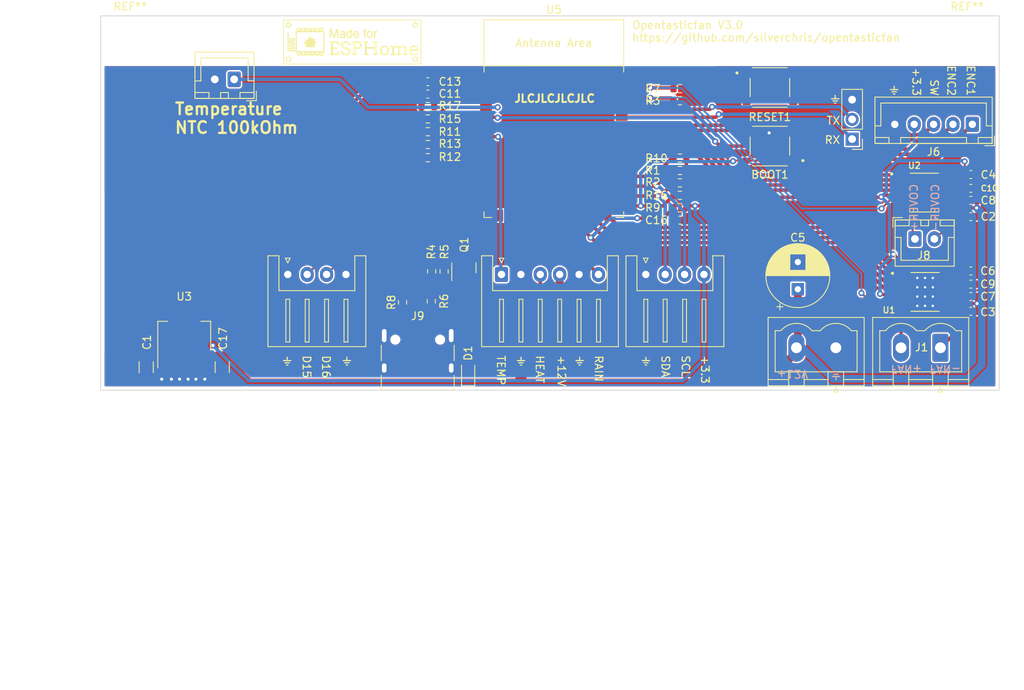
<source format=kicad_pcb>
(kicad_pcb (version 20221018) (generator pcbnew)
  (layers (0 "F.Cu" signal) (31 "B.Cu" signal) (34 "B.Paste" user) (35 "F.Paste" user) (36 "B.SilkS" user "B.Silkscreen") (37 "F.SilkS" user "F.Silkscreen") (38 "B.Mask" user) (39 "F.Mask" user) (44 "Edge.Cuts" user))
  (net 0 "")
  (net 1 "GND")
  (net 2 "+12V")
  (net 3 "+3.3V")
  (net 4 "/RAIN")
  (net 5 "/SW")
  (net 6 "/ENC2")
  (net 7 "/ENC1")
  (net 8 "/RX")
  (net 9 "/TX")
  (net 10 "/TEMP")
  (net 11 "/DEW_HEATER")
  (net 12 "Net-(Q1-G)")
  (net 13 "/DEW_TEMP")
  (net 14 "/SDA")
  (net 15 "/SCL")
  (net 16 "/D_IN1")
  (net 17 "/D_IN2")
  (net 18 "/DEW_HEATER_OUT")
  (net 19 "/BOOT")
  (net 20 "/EN")
  (net 21 "Net-(U1-VCP)")
  (net 22 "Net-(U1-CPH)")
  (net 23 "Net-(U1-CPL)")
  (net 24 "Net-(U2-VCP)")
  (net 25 "Net-(U2-CPH)")
  (net 26 "Net-(U2-CPL)")
  (net 27 "Net-(J1-Pin_1)")
  (net 28 "Net-(J1-Pin_2)")
  (net 29 "Net-(J8-Pin_1)")
  (net 30 "Net-(J8-Pin_2)")
  (net 31 "/USB_D-")
  (net 32 "/USB_D+")
  (net 35 "Net-(J9-CC1)")
  (net 36 "Net-(J9-CC2)")
  (net 45 "U1_Isense")
  (net 46 "U1_IN1")
  (net 47 "U1_IN2")
  (net 48 "~{U1_SLEEP}")
  (net 50 "~{U1_FAULT}")
  (net 51 "~{U2_FAULT}")
  (net 52 "U2_Isense")
  (net 53 "~{U2_SLEEP}")
  (net 54 "U2_IN1")
  (net 55 "U2_IN2")
  (net 57 "/USB_VBUS")
  (footprint "Resistor_SMD:R_0603_1608Metric" (layer "F.Cu") (at 168.4 85.55 180)
    (fp_text reference "R2")
    (fp_text value "10k")
  )
  (footprint "Resistor_SMD:R_0603_1608Metric" (layer "F.Cu") (at 135.9 82.3)
    (fp_text reference "R12")
    (fp_text value "10k")
  )
  (footprint "Resistor_SMD:R_0603_1608Metric" (layer "F.Cu") (at 135.9 80.6)
    (fp_text reference "R13")
    (fp_text value "10k")
  )
  (footprint "Connector_JST:JST_XH_S6B-XH-A_1x06_P2.50mm_Horizontal" (layer "F.Cu") (at 145.4 97.35)
    (fp_text reference "J3" hide)
    (fp_text value "~")
  )
  (footprint "MountingHole:MountingHole_4mm" (layer "F.Cu") (at 205.4225 67.818)
    (fp_text reference "REF**")
    (fp_text value "MountingHole_4mm")
  )
  (footprint "Capacitor_SMD:C_0603_1608Metric" (layer "F.Cu") (at 205.9 84.475)
    (fp_text reference "C4")
    (fp_text value "0.1uF")
  )
  (footprint "Diode_SMD:D_SOD-323" (layer "F.Cu") (at 141.1 110.1 90)
    (fp_text reference "D1")
    (fp_text value "1N5819WS")
  )
  (footprint "Resistor_SMD:R_0603_1608Metric" (layer "F.Cu") (at 168.4 88.75 180)
    (fp_text reference "R9")
    (fp_text value "10k")
  )
  (footprint "Capacitor_SMD:C_0603_1608Metric" (layer "F.Cu") (at 205.9 96.9)
    (fp_text reference "C6")
    (fp_text value "0.1uF")
  )
  (footprint "Capacitor_SMD:C_0603_1608Metric" (layer "F.Cu") (at 205.9 102.1 180)
    (fp_text reference "C3")
    (fp_text value "0.1uF")
  )
  (footprint "Resistor_SMD:R_0603_1608Metric" (layer "F.Cu") (at 168.4 87.15 180)
    (fp_text reference "R16")
    (fp_text value "10k")
  )
  (footprint "Capacitor_SMD:C_0603_1608Metric" (layer "F.Cu") (at 205.9 86.25)
    (fp_text reference "C10")
    (fp_text value "22nF")
  )
  (footprint "Resistor_SMD:R_0603_1608Metric" (layer "F.Cu") (at 168.4 82.35 180)
    (fp_text reference "R10")
    (fp_text value "10k")
  )
  (footprint "Capacitor_SMD:C_0603_1608Metric" (layer "F.Cu") (at 205.9 89.9 180)
    (fp_text reference "C2")
    (fp_text value "0.1uF")
  )
  (footprint "Connector_JST:JST_XH_S4B-XH-A_1x04_P2.50mm_Horizontal" (layer "F.Cu") (at 164 97.35)
    (fp_text reference "J4" hide)
    (fp_text value "~")
  )
  (footprint "Connector_JST:JST_XH_B5B-XH-A_1x05_P2.50mm_Vertical" (layer "F.Cu") (at 206.1 78 180)
    (fp_text reference "J6")
    (fp_text value "~")
  )
  (footprint "Resistor_SMD:R_0603_1608Metric" (layer "F.Cu") (at 135.9 75.7)
    (fp_text reference "R17")
    (fp_text value "10k")
  )
  (footprint "thing:button" (layer "F.Cu") (at 180 80.8 180)
    (fp_text reference "BOOT1")
    (fp_text value "TS-1187A-B-A-B")
  )
  (footprint "Capacitor_SMD:C_1206_3216Metric" (layer "F.Cu") (at 99.6 109.3 -90)
    (fp_text reference "C1")
    (fp_text value "22uF")
  )
  (footprint "Package_TO_SOT_SMD:SOT-223-3_TabPin2" (layer "F.Cu") (at 104.5 105.3 90)
    (fp_text reference "U3")
    (fp_text value "AMS1117-3.3")
  )
  (footprint "Capacitor_SMD:C_1206_3216Metric" (layer "F.Cu") (at 109.4 109.3 -90)
    (fp_text reference "C17")
    (fp_text value "4.7uF")
  )
  (footprint "Capacitor_SMD:C_0603_1608Metric" (layer "F.Cu") (at 135.9 72.5 180)
    (fp_text reference "C13")
    (fp_text value "0.1uF")
  )
  (footprint "Resistor_SMD:R_0603_1608Metric" (layer "F.Cu") (at 168.4 74.95)
    (fp_text reference "R3")
    (fp_text value "1.5k")
  )
  (footprint "Resistor_SMD:R_0603_1608Metric" (layer "F.Cu") (at 168.4 83.95 180)
    (fp_text reference "R1")
    (fp_text value "10k")
  )
  (footprint "Capacitor_SMD:C_0603_1608Metric" (layer "F.Cu") (at 205.9 100.2 180)
    (fp_text reference "C7")
    (fp_text value "0.1uF")
  )
  (footprint "Package_TO_SOT_SMD:SOT-23" (layer "F.Cu") (at 140.55 96.4875 90)
    (fp_text reference "Q1")
    (fp_text value "AO3400A")
  )
  (footprint "Connector_Phoenix_MSTB:PhoenixContact_MSTBVA_2,5_2-G-5,08_1x02_P5.08mm_Vertical" (layer "F.Cu") (at 201.98 106.8 180)
    (fp_text reference "J1")
    (fp_text value "FAN")
  )
  (footprint "PCM_Espressif:ESP32-S3-WROOM-1" (layer "F.Cu") (at 152.15 80.26)
    (fp_text reference "U5")
    (fp_text value "ESP32-S3-WROOM-1")
  )
  (footprint "Capacitor_THT:CP_Radial_D8.0mm_P3.50mm" (layer "F.Cu") (at 183.6 99.252651 90)
    (fp_text reference "C5")
    (fp_text value "220uF")
  )
  (footprint "DRV8876:IC_DRV8876PWPT" (layer "F.Cu") (at 200 99.6)
    (fp_text reference "U1")
    (fp_text value "DRV8874PWPR ")
  )
  (footprint "Connector_JST:JST_XH_S4B-XH-A_1x04_P2.50mm_Horizontal" (layer "F.Cu") (at 117.85 97.35)
    (fp_text reference "J5" hide)
    (fp_text value "~")
  )
  (footprint "Connector_PinHeader_2.54mm:PinHeader_1x03_P2.54mm_Vertical" (layer "F.Cu") (at 190.6 79.9 180)
    (fp_text reference "J7" hide)
    (fp_text value "~")
  )
  (footprint "DRV8876:IC_DRV8876PWPT" (layer "F.Cu") (at 199.9 86.8)
    (fp_text reference "U2")
    (fp_text value "DRV8874PWPR ")
  )
  (footprint "Resistor_SMD:R_0603_1608Metric" (layer "F.Cu") (at 135.9 78.95)
    (fp_text reference "R11")
    (fp_text value "51k")
  )
  (footprint "Connector_JST:JST_XH_B2B-XH-A_1x02_P2.50mm_Vertical" (layer "F.Cu") (at 198.7 92.775)
    (fp_text reference "J8")
    (fp_text value "COVER")
  )
  (footprint "Capacitor_SMD:C_0603_1608Metric" (layer "F.Cu") (at 205.9 98.6)
    (fp_text reference "C9")
    (fp_text value "22nF")
  )
  (footprint "Connector_USB:USB_C_Receptacle_HRO_TYPE-C-31-M-12" (layer "F.Cu") (at 134.6 108.36)
    (fp_text reference "J9")
    (fp_text value "USB_C_Receptacle_USB2.0")
  )
  (footprint "Connector_JST:JST_XH_B2B-XH-A_1x02_P2.50mm_Vertical" (layer "F.Cu") (at 110.94 72.2 180)
    (fp_text reference "TH1" hide)
    (fp_text value "100k")
  )
  (footprint "Resistor_SMD:R_0603_1608Metric" (layer "F.Cu") (at 132.65 100.95 90)
    (fp_text reference "R8")
    (fp_text value "5.1k")
  )
  (footprint "Capacitor_SMD:C_0603_1608Metric" (layer "F.Cu") (at 135.9 74.1 180)
    (fp_text reference "C11")
    (fp_text value "0.1uF")
  )
  (footprint "Connector_Phoenix_MSTB:PhoenixContact_MSTBVA_2,5_2-G-5,08_1x02_P5.08mm_Vertical" (layer "F.Cu") (at 188.5 106.8 180)
    (fp_text reference "J2" hide)
    (fp_text value "~")
  )
  (footprint "MountingHole:MountingHole_4mm" (layer "F.Cu") (at 97.536 67.818)
    (fp_text reference "REF**")
    (fp_text value "MountingHole_4mm")
  )
  (footprint "Resistor_SMD:R_0603_1608Metric" (layer "F.Cu") (at 135.9 77.3)
    (fp_text reference "R15")
    (fp_text value "51k")
  )
  (footprint "Capacitor_SMD:C_0603_1608Metric" (layer "F.Cu") (at 205.9 87.8 180)
    (fp_text reference "C8")
    (fp_text value "0.1uF")
  )
  (footprint "thing:button" (layer "F.Cu") (at 180 73.25)
    (fp_text reference "RESET1")
    (fp_text value "TS-1187A-B-A-B")
  )
  (footprint "Resistor_SMD:R_0603_1608Metric" (layer "F.Cu") (at 138 96.95 90)
    (fp_text reference "R5")
    (fp_text value "100")
  )
  (footprint "Resistor_SMD:R_0603_1608Metric" (layer "F.Cu") (at 168.4 73.4)
    (fp_text reference "R7")
    (fp_text value "24k")
  )
  (footprint "Resistor_SMD:R_0603_1608Metric" (layer "F.Cu") (at 136.4 96.95 90)
    (fp_text reference "R4")
    (fp_text value "10k")
  )
  (footprint "Capacitor_SMD:C_0603_1608Metric" (layer "F.Cu") (at 168.4 90.35)
    (fp_text reference "C16")
    (fp_text value "0.1uF")
  )
  (footprint "Resistor_SMD:R_0603_1608Metric" (layer "F.Cu") (at 136.35 100.8 90)
    (fp_text reference "R6")
    (fp_text value "5.1k")
  )
  (gr_line (start 119.433748 65.771899) (end 119.433748 66.04385) (stroke (width 0.150014)) (layer "F.SilkS"))
  (gr_line (start 117.872125 64.909094) (end 117.886407 64.905798) (stroke (width 0.1)) (layer "F.SilkS"))
  (gr_line (start 122.347253 65.765969) (end 122.347349 65.77175) (stroke (width 0.150014)) (layer "F.SilkS"))
  (gr_line (start 119.126664 69.054153) (end 119.123179 69.049747) (stroke (width 0.150014)) (layer "F.SilkS"))
  (gr_line (start 134.468021 65.431556) (end 134.456447 65.439787) (stroke (width 0.1)) (layer "F.SilkS"))
  (gr_line (start 122.098029 69.099147) (end 122.087848 69.093712) (stroke (width 0.150014)) (layer "F.SilkS"))
  (gr_line (start 117.858117 65.476931) (end 117.8444 65.47229) (stroke (width 0.1)) (layer "F.SilkS"))
  (gr_line (start 120.598715 65.760364) (end 120.599002 65.766116) (stroke (width 0.150014)) (layer "F.SilkS"))
  (gr_line (start 120.540299 69.073639) (end 120.531523 69.08087) (stroke (width 0.150014)) (layer "F.SilkS"))
  (gr_line (start 120.295623 69.057648) (end 120.291995 69.053356) (stroke (width 0.150014)) (layer "F.SilkS"))
  (gr_line (start 134.002195 65.135508) (end 134.005491 65.121226) (stroke (width 0.1)) (layer "F.SilkS"))
  (gr_line (start 119.70214 69.044485) (end 119.698954 69.039871) (stroke (width 0.150014)) (layer "F.SilkS"))
  (gr_line (start 121.432459 65.70433) (end 121.435927 65.69666) (stroke (width 0.150014)) (layer "F.SilkS"))
  (gr_line (start 117.8949 66.973404) (end 117.8949 66.193701) (stroke (width 0.150014)) (layer "F.SilkS"))
  (gr_line (start 122.027369 69.035159) (end 122.024489 69.030352) (stroke (width 0.150014)) (layer "F.SilkS"))
  (gr_line (start 118.21199 65.06702) (end 118.217901 65.080096) (stroke (width 0.1)) (layer "F.SilkS"))
  (gr_line (start 121.119028 65.63838) (end 121.12335 65.642063) (stroke (width 0.150014)) (layer "F.SilkS"))
  (gr_line (start 134.176492 64.922999) (end 134.189898 64.917713) (stroke (width 0.1)) (layer "F.SilkS"))
  (gr_line (start 122.064296 69.077378) (end 122.059973 69.073694) (stroke (width 0.150014)) (layer "F.SilkS"))
  (gr_line (start 120.839345 68.977938) (end 120.838317 68.972353) (stroke (width 0.150014)) (layer "F.SilkS"))
  (gr_line (start 121.706399 69.073639) (end 121.697624 69.08087) (stroke (width 0.150014)) (layer "F.SilkS"))
  (gr_line (start 120.868227 69.044443) (end 120.865042 69.039831) (stroke (width 0.150014)) (layer "F.SilkS"))
  (gr_line (start 134.138326 69.357043) (end 134.150688 69.349935) (stroke (width 0.1)) (layer "F.SilkS"))
  (gr_line (start 119.7466 69.087612) (end 119.741887 69.084341) (stroke (width 0.150014)) (layer "F.SilkS"))
  (gr_line (start 121.60904 65.599437) (end 121.617486 65.600459) (stroke (width 0.150014)) (layer "F.SilkS"))
  (gr_line (start 118.231806 69.535731) (end 118.235102 69.550013) (stroke (width 0.1)) (layer "F.SilkS"))
  (gr_line (start 120.975531 65.602133) (end 120.986618 65.600322) (stroke (width 0.150014)) (layer "F.SilkS"))
  (gr_line (start 118.019675 64.909094) (end 118.033683 64.913072) (stroke (width 0.1)) (layer "F.SilkS"))
  (gr_line (start 134.5634 65.080096) (end 134.568686 65.093501) (stroke (width 0.1)) (layer "F.SilkS"))
  (gr_line (start 118.21199 69.481525) (end 118.217901 69.494601) (stroke (width 0.1)) (layer "F.SilkS"))
  (gr_line (start 121.181999 68.639303) (end 121.181999 68.943803) (stroke (width 0.150014)) (layer "F.SilkS"))
  (gr_line (start 118.235102 69.550013) (end 118.237698 69.564551) (stroke (width 0.1)) (layer "F.SilkS"))
  (gr_line (start 122.218745 65.60452) (end 122.229577 65.60778) (stroke (width 0.150014)) (layer "F.SilkS"))
  (gr_line (start 119.379262 65.645822) (end 119.383315 65.649762) (stroke (width 0.150014)) (layer "F.SilkS"))
  (gr_line (start 134.392898 69.332219) (end 134.406303 69.337504) (stroke (width 0.1)) (layer "F.SilkS"))
  (gr_line (start 122.275341 65.631272) (end 122.279924 65.634683) (stroke (width 0.150014)) (layer "F.SilkS"))
  (gr_line (start 121.146386 65.66675) (end 121.149722 65.671259) (stroke (width 0.150014)) (layer "F.SilkS"))
  (gr_line (start 122.004696 68.977952) (end 122.003667 68.972365) (stroke (width 0.150014)) (layer "F.SilkS"))
  (gr_line (start 119.184281 69.099898) (end 119.1741 69.094462) (stroke (width 0.150014)) (layer "F.SilkS"))
  (gr_poly (pts (xy 129.324993 65.970526) (xy 129.331377 65.970822) (xy 129.337753 65.97124) (xy 129.344119 65.971779) (xy 129.350474 65.972441) (xy 129.356815 65.973223) (xy 129.363142 65.974126) (xy 129.369451 65.975151) (xy 129.369451 66.11015) (xy 129.336364 66.110351) (xy 129.320692 66.111283) (xy 129.305598 66.112772) (xy 129.291076 66.114823) (xy 129.277123 66.117438) (xy 129.263737 66.120621) (xy 129.250913 66.124375) (xy 129.238648 66.128703) (xy 129.226939 66.133608) (xy 129.215781 66.139094) (xy 129.205172 66.145164) (xy 129.195108 66.151821) (xy 129.185586 66.159068) (xy 129.176601 66.166908) (xy 129.16815 66.175345) (xy 129.160231 66.184382) (xy 129.152839 66.194022) (xy 129.14597 66.204268) (xy 129.139622 66.215124) (xy 129.133791 66.226592) (xy 129.128473 66.238676) (xy 129.123665 66.25138) (xy 129.119363 66.264705) (xy 129.115564 66.278657) (xy 129.112264 66.293237) (xy 129.109459 66.308449) (xy 129.107147 66.324296) (xy 129.103986 66.357909) (xy 129.102751 66.394101) (xy 129.102751 66.826103) (xy 128.9694 66.826103) (xy 128.9694 65.994201) (xy 129.09165 65.994201) (xy 129.09165 66.144952) (xy 129.105815 66.122598) (xy 129.119766 66.10192) (xy 129.13355 66.082886) (xy 129.147213 66.065463) (xy 129.160801 66.049621) (xy 129.174361 66.035325) (xy 129.187939 66.022544) (xy 129.201581 66.011245) (xy 129.208441 66.006142) (xy 129.215334 66.001397) (xy 129.222267 65.997007) (xy 129.229245 65.992967) (xy 129.236273 65.989273) (xy 129.243358 65.985922) (xy 129.250506 65.982909) (xy 129.257722 65.98023) (xy 129.265012 65.977882) (xy 129.272382 65.97586) (xy 129.279837 65.97416) (xy 129.287384 65.972778) (xy 129.295029 65.97171) (xy 129.302776 65.970953) (xy 129.310632 65.970501) (xy 129.318602 65.970351)) (stroke (width 0.03975)) (fill solid) (layer "F.SilkS"))
  (gr_line (start 121.764665 68.955333) (end 121.763527 68.966722) (stroke (width 0.150014)) (layer "F.SilkS"))
  (gr_line (start 119.672218 68.972365) (end 119.671371 68.966731) (stroke (width 0.150014)) (layer "F.SilkS"))
  (gr_line (start 120.851444 69.015374) (end 120.849207 69.010231) (stroke (width 0.150014)) (layer "F.SilkS"))
  (gr_line (start 122.019195 65.695115) (end 122.024479 65.685237) (stroke (width 0.150014)) (layer "F.SilkS"))
  (gr_line (start 118.098972 65.447465) (end 118.08661 65.454573) (stroke (width 0.1)) (layer "F.SilkS"))
  (gr_line (start 121.422368 65.736836) (end 121.424302 65.728456) (stroke (width 0.150014)) (layer "F.SilkS"))
  (gr_line (start 119.671371 65.748971) (end 119.673246 65.73775) (stroke (width 0.150014)) (layer "F.SilkS"))
  (gr_line (start 134.025307 69.481525) (end 134.031827 69.468796) (stroke (width 0.1)) (layer "F.SilkS"))
  (gr_line (start 118.960489 66.057956) (end 118.958124 66.059993) (stroke (width 0.150014)) (layer "F.SilkS"))
  (gr_line (start 118.991217 66.044374) (end 118.988162 66.044901) (stroke (width 0.150014)) (layer "F.SilkS"))
  (gr_line (start 134.568686 65.093501) (end 134.573327 65.107218) (stroke (width 0.1)) (layer "F.SilkS"))
  (gr_line (start 122.18552 65.599087) (end 122.19668 65.600173) (stroke (width 0.150014)) (layer "F.SilkS"))
  (gr_line (start 134.072885 69.41102) (end 134.08266 69.400768) (stroke (width 0.1)) (layer "F.SilkS"))
  (gr_line (start 119.983756 65.671217) (end 119.986943 65.675831) (stroke (width 0.150014)) (layer "F.SilkS"))
  (gr_line (start 120.912668 69.08755) (end 120.907957 69.084281) (stroke (width 0.150014)) (layer "F.SilkS"))
  (gr_line (start 119.687753 65.695231) (end 119.69304 65.68535) (stroke (width 0.150014)) (layer "F.SilkS"))
  (gr_line (start 119.854149 65.599161) (end 119.865314 65.600248) (stroke (width 0.150014)) (layer "F.SilkS"))
  (gr_line (start 119.110739 65.68535) (end 119.116654 65.675831) (stroke (width 0.150014)) (layer "F.SilkS"))
  (gr_line (start 118.122523 64.958447) (end 118.133674 64.96721) (stroke (width 0.1)) (layer "F.SilkS"))
  (gr_line (start 121.68794 65.627421) (end 121.69489 65.632284) (stroke (width 0.150014)) (layer "F.SilkS"))
  (gr_line (start 121.442179 69.030316) (end 121.439457 69.02542) (stroke (width 0.150014)) (layer "F.SilkS"))
  (gr_line (start 119.337017 69.099898) (end 119.326581 69.104609) (stroke (width 0.150014)) (layer "F.SilkS"))
  (gr_line (start 121.443921 65.681947) (end 121.448425 65.674924) (stroke (width 0.150014)) (layer "F.SilkS"))
  (gr_line (start 119.155004 69.081679) (end 119.150548 69.078129) (stroke (width 0.150014)) (layer "F.SilkS"))
  (gr_line (start 118.122523 69.372952) (end 118.133674 69.381715) (stroke (width 0.1)) (layer "F.SilkS"))
  (gr_line (start 122.472081 66.056136) (end 122.46957 66.054356) (stroke (width 0.150014)) (layer "F.SilkS"))
  (gr_line (start 120.320323 69.08087) (end 120.315869 69.077322) (stroke (width 0.150014)) (layer "F.SilkS"))
  (gr_line (start 121.524592 65.612238) (end 121.532452 65.609142) (stroke (width 0.150014)) (layer "F.SilkS"))
  (gr_line (start 134.01411 69.711007) (end 134.009469 69.69729) (stroke (width 0.1)) (layer "F.SilkS"))
  (gr_line (start 122.055783 69.06988) (end 122.05173 69.06594) (stroke (width 0.150014)) (layer "F.SilkS"))
  (gr_line (start 117.652224 69.639689) (end 117.651084 69.624698) (stroke (width 0.1)) (layer "F.SilkS"))
  (gr_line (start 121.565599 65.600641) (end 121.574259 65.599541) (stroke (width 0.150014)) (layer "F.SilkS"))
  (gr_line (start 119.673246 65.73775) (end 119.675841 65.726735) (stroke (width 0.150014)) (layer "F.SilkS"))
  (gr_line (start 117.3 64.55) (end 135.014999 64.55) (stroke (width 0.1)) (layer "F.SilkS"))
  (gr_line (start 122.288823 69.073694) (end 122.280043 69.080929) (stroke (width 0.150014)) (layer "F.SilkS"))
  (gr_poly (pts (xy 131.936969 67.845847) (xy 131.952854 67.84642) (xy 131.968455 67.847375) (xy 131.983771 67.848713) (xy 131.998802 67.850432) (xy 132.013548 67.852533) (xy 132.028009 67.855016) (xy 132.042186 67.857882) (xy 132.056078 67.861129) (xy 132.069685 67.864758) (xy 132.083007 67.86877) (xy 132.096045 67.873163) (xy 132.108798 67.877938) (xy 132.121266 67.883096) (xy 132.133449 67.888635) (xy 132.145348 67.894557) (xy 132.156955 67.900732) (xy 132.168226 67.907334) (xy 132.17916 67.914363) (xy 132.189758 67.921819) (xy 132.200019 67.929701) (xy 132.209944 67.938009) (xy 132.219533 67.946745) (xy 132.228786 67.955906) (xy 132.237702 67.965495) (xy 132.246282 67.97551) (xy 132.254525 67.985951) (xy 132.262432 67.996819) (xy 132.270003 68.008114) (xy 132.277237 68.019835) (xy 132.284135 68.031983) (xy 132.290697 68.044557) (xy 132.301797 68.034713) (xy 132.313047 68.024981) (xy 132.324447 68.015362) (xy 132.335997 68.005856) (xy 132.347697 67.996462) (xy 132.359547 67.987181) (xy 132.371546 67.978013) (xy 132.383696 67.968957) (xy 132.395942 67.959821) (xy 132.408305 67.951014) (xy 132.420786 67.942534) (xy 132.433383 67.934383) (xy 132.446098 67.926559) (xy 132.458931 67.919064) (xy 132.47188 67.911897) (xy 132.484947 67.905058) (xy 132.498372 67.898511) (xy 132.511947 67.892298) (xy 132.525672 67.886418) (xy 132.539547 67.88087) (xy 132.553572 67.875655) (xy 132.567747 67.870773) (xy 132.582072 67.866224) (xy 132.596547 67.862007) (xy 132.611135 67.858176) (xy 132.625872 67.854855) (xy 132.640759 67.852045) (xy 132.655797 67.849746) (xy 132.670984 67.847957) (xy 132.686322 67.84668) (xy 132.701809 67.845914) (xy 132.717447 67.845658) (xy 132.741518 67.846078) (xy 132.764979 67.847336) (xy 132.78783 67.849434) (xy 132.810072 67.852371) (xy 132.831705 67.856146) (xy 132.852728 67.860761) (xy 132.873142 67.866215) (xy 132.892947 67.872509) (xy 132.902606 67.875955) (xy 132.912081 67.879619) (xy 132.921374 67.883502) (xy 132.930485 67.887602) (xy 132.939412 67.891921) (xy 132.948157 67.896457) (xy 132.956718 67.901211) (xy 132.965097 67.906184) (xy 132.973294 67.911374) (xy 132.981307 67.916782) (xy 132.989137 67.922408) (xy 132.996785 67.928253) (xy 133.00425 67.934315) (xy 133.011532 67.940595) (xy 133.018631 67.947093) (xy 133.025547 67.95381) (xy 133.032268 67.960758) (xy 133.03878 67.967952) (xy 133.045083 67.975393) (xy 133.051178 67.983079) (xy 133.057064 67.991012) (xy 133.062742 67.999191) (xy 133.068211 68.007615) (xy 133.073472 68.016286) (xy 133.078524 68.025203) (xy 133.083367 68.034366) (xy 133.088002 68.043775) (xy 133.092428 68.05343) (xy 133.096646 68.063331) (xy 133.100655 68.073478) (xy 133.104456 68.083871) (xy 133.108048 68.09451) (xy 133.111572 68.105245) (xy 133.114868 68.116225) (xy 133.117937 68.12745) (xy 133.120779 68.13892) (xy 133.123394 68.150634) (xy 133.125781 68.162594) (xy 133.12794 68.174798) (xy 133.129873 68.187248) (xy 133.131578 68.199942) (xy 133.133056 68.212881) (xy 133.134306 68.226066) (xy 133.135329 68.239495) (xy 133.136693 68.267088) (xy 133.137148 68.295661) (xy 133.137148 68.872412) (xy 133.304548 68.872412) (xy 133.304548 69.072361) (xy 132.741748 69.072361) (xy 132.741748 68.872412) (xy 132.911548 68.872412) (xy 132.911548 68.322511) (xy 132.911276 68.305469) (xy 132.910458 68.288956) (xy 132.909096 68.27297) (xy 132.907189 68.257514) (xy 132.904737 68.242586) (xy 132.90174 68.228186) (xy 132.898198 68.214315) (xy 132.894111 68.200973) (xy 132.889479 68.188159) (xy 132.884302 68.175874) (xy 132.878581 68.164117) (xy 132.872314 68.152889) (xy 132.865503 68.142189) (xy 132.858146 68.132017) (xy 132.850245 68.122375) (xy 132.841799 68.11326) (xy 132.832839 68.104542) (xy 132.823398 68.096386) (xy 132.813475 68.088792) (xy 132.803071 68.081761) (xy 132.792185 68.075292) (xy 132.780817 68.069386) (xy 132.768967 68.064042) (xy 132.756636 68.059261) (xy 132.743823 68.055042) (xy 132.730529 68.051386) (xy 132.716753 68.048292) (xy 132.702495 68.045761) (xy 132.687756 68.043792) (xy 132.672535 68.042386) (xy 132.656832 68.041542) (xy 132.640648 68.041261) (xy 132.630885 68.041406) (xy 132.621097 68.04184) (xy 132.611282 68.042564) (xy 132.601442 68.043577) (xy 132.591576 68.044879) (xy 132.581684 68.046471) (xy 132.571767 68.048353) (xy 132.561823 68.050524) (xy 132.551854 68.052984) (xy 132.541859 68.055734) (xy 132.531839 68.058773) (xy 132.521792 68.062102) (xy 132.51172 68.06572) (xy 132.501622 68.069627) (xy 132.491498 68.073824) (xy 132.481349 68.07831) (xy 132.471276 68.083037) (xy 132.461384 68.087919) (xy 132.451673 68.092956) (xy 132.442142 68.098147) (xy 132.432791 68.103493) (xy 132.423621 68.108994) (xy 132.414632 68.11465) (xy 132.405823 68.12046) (xy 132.397195 68.126425) (xy 132.388747 68.132544) (xy 132.380479 68.138819) (xy 132.372392 68.145248) (xy 132.364486 68.151832) (xy 132.35676 68.15857) (xy 132.349215 68.165463) (xy 132.34185 68.172511) (xy 132.34185 68.872412) (xy 132.508199 68.872412) (xy 132.508199 69.072361) (xy 131.94645 69.072361) (xy 131.94645 68.872412) (xy 132.11625 68.872412) (xy 132.11625 68.322511) (xy 132.115973 68.305469) (xy 132.115142 68.288956) (xy 132.113756 68.27297) (xy 132.111816 68.257514) (xy 132.109321 68.242586) (xy 132.106273 68.228186) (xy 132.10267 68.214315) (xy 132.098512 68.200973) (xy 132.093801 68.188159) (xy 132.088535 68.175874) (xy 132.082715 68.164117) (xy 132.07634 68.152889) (xy 132.069411 68.142189) (xy 132.061928 68.132017) (xy 132.053891 68.122375) (xy 132.045299 68.11326) (xy 132.03634 68.104524) (xy 132.026901 68.09635) (xy 132.016981 68.088741) (xy 132.006581 68.081695) (xy 131.9957 68.075213) (xy 131.984338 68.069294) (xy 131.972497 68.063939) (xy 131.960174 68.059148) (xy 131.947372 68.05492) (xy 131.934088 68.051256) (xy 131.920325 68.048156) (xy 131.906081 68.04562) (xy 131.891356 68.043647) (xy 131.876151 68.042237) (xy 131.860466 68.041392) (xy 131.8443 68.04111) (xy 131.834827 68.041251) (xy 131.825348 68.041673) (xy 131.815862 68.042376) (xy 131.806368 68.04336) (xy 131.796868 68.044626) (xy 131.78736 68.046173) (xy 131.777846 68.048001) (xy 131.768324 68.05011) (xy 131.758796 68.052501) (xy 131.74926 68.055173) (xy 131.739717 68.058126) (xy 131.730168 68.06136) (xy 131.720611 68.064876) (xy 131.711047 68.068673) (xy 131.701476 68.072751) (xy 131.691899 68.077111) (xy 131.672826 68.086385) (xy 131.654006 68.096208) (xy 131.635439 68.106579) (xy 131.617125 68.117499) (xy 131.599064 68.128967) (xy 131.581256 68.140983) (xy 131.563701 68.153548) (xy 131.546399 68.166661) (xy 131.546399 68.872412) (xy 131.716199 68.872412) (xy 131.716199 69.072361) (xy 131.153548 69.072361) (xy 131.153548 68.872412) (xy 131.320948 68.872412) (xy 131.320948 68.067811) (xy 131.153548 68.067811) (xy 131.153548 67.867855) (xy 131.537248 67.867855) (xy 131.537248 68.008556) (xy 131.539498 68.008556) (xy 131.54945 68.000191) (xy 131.559505 67.991971) (xy 131.569663 67.983897) (xy 131.579924 67.975968) (xy 131.590288 67.968184) (xy 131.600755 67.960546) (xy 131.611325 67.953053) (xy 131.621998 67.945705) (xy 131.633115 67.938292) (xy 131.644339 67.931127) (xy 131.655671 67.92421) (xy 131.667111 67.917542) (xy 131.678659 67.911123) (xy 131.690314 67.904952) (xy 131.702078 67.899029) (xy 131.713949 67.893355) (xy 131.725928 67.887988) (xy 131.738014 67.882911) (xy 131.750208 67.878125) (xy 131.76251 67.873629) (xy 131.774921 67.869425) (xy 131.787439 67.865511) (xy 131.800065 67.861888) (xy 131.812799 67.858556) (xy 131.825938 67.855533) (xy 131.83918 67.852913) (xy 131.852525 67.850695) (xy 131.865974 67.848881) (xy 131.879526 67.84747) (xy 131.89318 67.846462) (xy 131.906938 67.845858) (xy 131.920799 67.845656)) (fill solid) (layer "F.SilkS"))
  (gr_line (start 118.942308 68.601327) (end 118.943561 68.604119) (stroke (width 0.150014)) (layer "F.SilkS"))
  (gr_line (start 119.404642 65.675831) (end 119.407677 65.680543) (stroke (width 0.150014)) (layer "F.SilkS"))
  (gr_line (start 134.203614 69.891436) (end 134.189898 69.886795) (stroke (width 0.1)) (layer "F.SilkS"))
  (gr_line (start 117.780851 65.439787) (end 117.769277 65.431556) (stroke (width 0.1)) (layer "F.SilkS"))
  (gr_line (start 117.67981 69.737489) (end 117.673898 69.724412) (stroke (width 0.1)) (layer "F.SilkS"))
  (gr_line (start 119.989977 65.680543) (end 119.992857 65.68535) (stroke (width 0.150014)) (layer "F.SilkS"))
  (gr_line (start 134.432108 69.869079) (end 134.419379 69.875598) (stroke (width 0.1)) (layer "F.SilkS"))
  (gr_line (start 134.585074 65.164819) (end 134.586214 65.17981) (stroke (width 0.1)) (layer "F.SilkS"))
  (gr_line (start 119.08907 65.748971) (end 119.090946 65.73775) (stroke (width 0.150014)) (layer "F.SilkS"))
  (gr_line (start 118.951656 66.066789) (end 118.949746 66.069243) (stroke (width 0.150014)) (layer "F.SilkS"))
  (gr_line (start 120.598949 68.639303) (end 120.598949 68.943803) (stroke (width 0.150014)) (layer "F.SilkS"))
  (gr_line (start 117.900944 64.903202) (end 117.915717 64.901325) (stroke (width 0.1)) (layer "F.SilkS"))
  (gr_line (start 119.422557 65.710664) (end 119.424461 65.715955) (stroke (width 0.150014)) (layer "F.SilkS"))
  (gr_line (start 118.227828 65.107218) (end 118.231806 65.121226) (stroke (width 0.1)) (layer "F.SilkS"))
  (gr_line (start 119.887388 65.604597) (end 119.898225 65.607858) (stroke (width 0.150014)) (layer "F.SilkS"))
  (gr_line (start 119.96953 65.653825) (end 119.973304 65.658005) (stroke (width 0.150014)) (layer "F.SilkS"))
  (gr_line (start 122.347114 68.955338) (end 122.345976 68.966731) (stroke (width 0.150014)) (layer "F.SilkS"))
  (gr_line (start 122.466981 66.052704) (end 122.464319 66.051185) (stroke (width 0.150014)) (layer "F.SilkS"))
  (gr_line (start 120.559984 65.6623) (end 120.563469 65.666705) (stroke (width 0.150014)) (layer "F.SilkS"))
  (gr_line (start 122.270745 69.087612) (end 122.260947 69.093712) (stroke (width 0.150014)) (layer "F.SilkS"))
  (gr_line (start 134.379181 69.891436) (end 134.365173 69.895414) (stroke (width 0.1)) (layer "F.SilkS"))
  (gr_line (start 121.614379 69.11538) (end 121.60322 69.116466) (stroke (width 0.150014)) (layer "F.SilkS"))
  (gr_line (start 134.046613 69.774556) (end 134.038935 69.762579) (stroke (width 0.1)) (layer "F.SilkS"))
  (gr_line (start 122.008851 68.994388) (end 122.00729 68.988967) (stroke (width 0.150014)) (layer "F.SilkS"))
  (gr_line (start 118.943561 68.604119) (end 118.944942 68.606839) (stroke (width 0.150014)) (layer "F.SilkS"))
  (gr_line (start 120.903374 69.08087) (end 120.89892 69.077322) (stroke (width 0.150014)) (layer "F.SilkS"))
  (gr_line (start 122.3398 65.721186) (end 122.34136 65.726605) (stroke (width 0.150014)) (layer "F.SilkS"))
  (gr_line (start 119.415843 65.695231) (end 119.418246 65.700298) (stroke (width 0.150014)) (layer "F.SilkS"))
  (gr_line (start 119.430351 68.978702) (end 119.427757 68.989718) (stroke (width 0.150014)) (layer "F.SilkS"))
  (gr_line (start 121.03133 65.600322) (end 121.042417 65.602133) (stroke (width 0.150014)) (layer "F.SilkS"))
  (gr_line (start 121.75906 68.988949) (end 121.755766 68.999723) (stroke (width 0.150014)) (layer "F.SilkS"))
  (gr_line (start 134.500136 69.400768) (end 134.509911 69.41102) (stroke (width 0.1)) (layer "F.SilkS"))
  (gr_line (start 117.758125 65.422793) (end 117.747414 65.413515) (stroke (width 0.1)) (layer "F.SilkS"))
  (gr_line (start 134.261215 64.901325) (end 134.276207 64.900185) (stroke (width 0.1)) (layer "F.SilkS"))
  (gr_line (start 134.550969 69.750217) (end 134.543861 69.762579) (stroke (width 0.1)) (layer "F.SilkS"))
  (gr_line (start 134.406303 69.337504) (end 134.419379 69.343416) (stroke (width 0.1)) (layer "F.SilkS"))
  (gr_line (start 134.336354 65.486801) (end 134.32158 65.488678) (stroke (width 0.1)) (layer "F.SilkS"))
  (gr_line (start 134.419379 65.461092) (end 134.406303 65.467004) (stroke (width 0.1)) (layer "F.SilkS"))
  (gr_line (start 119.980419 69.048997) (end 119.973304 69.057697) (stroke (width 0.150014)) (layer "F.SilkS"))
  (gr_line (start 134.365173 64.909094) (end 134.379181 64.913072) (stroke (width 0.1)) (layer "F.SilkS"))
  (gr_line (start 120.573027 65.680543) (end 120.575907 65.68535) (stroke (width 0.150014)) (layer "F.SilkS"))
  (gr_line (start 119.986943 69.039871) (end 119.980419 69.048997) (stroke (width 0.150014)) (layer "F.SilkS"))
  (gr_line (start 121.451276 69.044443) (end 121.448091 69.039831) (stroke (width 0.150014)) (layer "F.SilkS"))
  (gr_line (start 134.585074 69.639689) (end 134.583197 69.654463) (stroke (width 0.1)) (layer "F.SilkS"))
  (gr_line (start 119.90888 65.611844) (end 119.919316 65.616555) (stroke (width 0.150014)) (layer "F.SilkS"))
  (gr_line (start 118.205471 65.335712) (end 118.198363 65.348074) (stroke (width 0.1)) (layer "F.SilkS"))
  (gr_line (start 121.76169 65.737263) (end 121.763151 65.745618) (stroke (width 0.150014)) (layer "F.SilkS"))
  (gr_line (start 122.347498 68.639303) (end 122.347498 68.943803) (stroke (width 0.150014)) (layer "F.SilkS"))
  (gr_line (start 121.701612 65.637498) (end 121.708091 65.643059) (stroke (width 0.150014)) (layer "F.SilkS"))
  (gr_line (start 134.126348 65.439787) (end 134.114775 65.431556) (stroke (width 0.1)) (layer "F.SilkS"))
  (gr_line (start 121.178604 65.737764) (end 121.179632 65.743349) (stroke (width 0.150014)) (layer "F.SilkS"))
  (gr_line (start 134.350891 69.320303) (end 134.365173 69.3236) (stroke (width 0.1)) (layer "F.SilkS"))
  (gr_line (start 118.110949 69.364721) (end 118.122523 69.372952) (stroke (width 0.1)) (layer "F.SilkS"))
  (gr_line (start 134.479173 65.422793) (end 134.468021 65.431556) (stroke (width 0.1)) (layer "F.SilkS"))
  (gr_line (start 121.139274 65.658053) (end 121.142903 65.662346) (stroke (width 0.150014)) (layer "F.SilkS"))
  (gr_line (start 121.463835 65.655321) (end 121.469568 65.649312) (stroke (width 0.150014)) (layer "F.SilkS"))
  (gr_line (start 117.659994 65.268777) (end 117.656698 65.254495) (stroke (width 0.1)) (layer "F.SilkS"))
  (gr_line (start 117.659994 69.683282) (end 117.656698 69.669) (stroke (width 0.1)) (layer "F.SilkS"))
  (gr_line (start 134.350891 65.484205) (end 134.336354 65.486801) (stroke (width 0.1)) (layer "F.SilkS"))
  (gr_line (start 117.668613 65.093501) (end 117.673898 65.080096) (stroke (width 0.1)) (layer "F.SilkS"))
  (gr_line (start 119.315925 65.607858) (end 119.326579 65.611844) (stroke (width 0.150014)) (layer "F.SilkS"))
  (gr_line (start 134.536183 69.444457) (end 134.543861 69.456434) (stroke (width 0.1)) (layer "F.SilkS"))
  (gr_line (start 121.532452 65.609142) (end 121.540493 65.606423) (stroke (width 0.150014)) (layer "F.SilkS"))
  (gr_line (start 118.073881 65.461092) (end 118.060805 65.467004) (stroke (width 0.1)) (layer "F.SilkS"))
  (gr_line (start 120.253282 65.760364) (end 120.254421 65.748971) (stroke (width 0.150014)) (layer "F.SilkS"))
  (gr_line (start 119.383316 69.06669) (end 119.375074 69.074445) (stroke (width 0.150014)) (layer "F.SilkS"))
  (gr_line (start 120.85913 69.030316) (end 120.856408 69.02542) (stroke (width 0.150014)) (layer "F.SilkS"))
  (gr_line (start 118.937482 68.580121) (end 118.937722 68.583299) (stroke (width 0.150014)) (layer "F.SilkS"))
  (gr_line (start 122.446668 68.638782) (end 122.449706 68.638082) (stroke (width 0.150014)) (layer "F.SilkS"))
  (gr_line (start 119.216208 65.604597) (end 119.227191 65.60206) (stroke (width 0.150014)) (layer "F.SilkS"))
  (gr_line (start 118.938119 68.586435) (end 118.938668 68.589524) (stroke (width 0.150014)) (layer "F.SilkS"))
  (gr_line (start 122.492184 68.601644) (end 122.493325 68.59878) (stroke (width 0.150014)) (layer "F.SilkS"))
  (gr_line (start 122.311868 69.048997) (end 122.304753 69.057697) (stroke (width 0.150014)) (layer "F.SilkS"))
  (gr_line (start 118.047399 69.886795) (end 118.033683 69.891436) (stroke (width 0.1)) (layer "F.SilkS"))
  (gr_line (start 134.063607 69.797282) (end 134.054843 69.78613) (stroke (width 0.1)) (layer "F.SilkS"))
  (gr_line (start 119.315926 69.108595) (end 119.305089 69.111856) (stroke (width 0.150014)) (layer "F.SilkS"))
  (gr_line (start 118.944942 68.606839) (end 118.94645 68.609483) (stroke (width 0.150014)) (layer "F.SilkS"))
  (gr_line (start 134.009469 69.69729) (end 134.005491 69.683282) (stroke (width 0.1)) (layer "F.SilkS"))
  (gr_line (start 120.016048 68.639303) (end 120.016048 68.943803) (stroke (width 0.150014)) (layer "F.SilkS"))
  (gr_line (start 118.198363 69.762579) (end 118.190684 69.774556) (stroke (width 0.1)) (layer "F.SilkS"))
  (gr_line (start 134.025307 65.322983) (end 134.019396 65.309907) (stroke (width 0.1)) (layer "F.SilkS"))
  (gr_line (start 121.432256 69.010231) (end 121.430184 69.005012) (stroke (width 0.150014)) (layer "F.SilkS"))
  (gr_line (start 117.780851 69.364721) (end 117.792828 69.357043) (stroke (width 0.1)) (layer "F.SilkS"))
  (gr_line (start 134.092912 65.413515) (end 134.08266 65.40374) (stroke (width 0.1)) (layer "F.SilkS"))
  (gr_line (start 134.163416 65.461092) (end 134.150688 65.454573) (stroke (width 0.1)) (layer "F.SilkS"))
  (gr_line (start 120.912668 65.628152) (end 120.922462 65.622054) (stroke (width 0.150014)) (layer "F.SilkS"))
  (gr_line (start 121.181141 65.754655) (end 121.181616 65.760369) (stroke (width 0.150014)) (layer "F.SilkS"))
  (gr_line (start 119.712592 69.057697) (end 119.708962 69.053402) (stroke (width 0.150014)) (layer "F.SilkS"))
  (gr_line (start 120.894598 65.642063) (end 120.903374 65.634832) (stroke (width 0.150014)) (layer "F.SilkS"))
  (gr_line (start 119.087932 65.760364) (end 119.08907 65.748971) (stroke (width 0.150014)) (layer "F.SilkS"))
  (gr_line (start 120.531644 65.634773) (end 120.536099 65.638324) (stroke (width 0.150014)) (layer "F.SilkS"))
  (gr_line (start 134.468021 64.958447) (end 134.479173 64.96721) (stroke (width 0.1)) (layer "F.SilkS"))
  (gr_line (start 119.432226 65.748971) (end 119.432888 65.754648) (stroke (width 0.150014)) (layer "F.SilkS"))
  (gr_line (start 122.030391 65.675722) (end 122.036912 65.666601) (stroke (width 0.150014)) (layer "F.SilkS"))
  (gr_line (start 119.756399 65.62199) (end 119.766581 65.616555) (stroke (width 0.150014)) (layer "F.SilkS"))
  (gr_line (start 117.8444 64.917713) (end 117.858117 64.913072) (stroke (width 0.1)) (layer "F.SilkS"))
  (gr_line (start 122.344981 65.7432) (end 122.345828 65.748831) (stroke (width 0.150014)) (layer "F.SilkS"))
  (gr_line (start 118.979238 66.047362) (end 118.976361 66.048468) (stroke (width 0.150014)) (layer "F.SilkS"))
  (gr_line (start 121.47346 69.069826) (end 121.469408 69.065888) (stroke (width 0.150014)) (layer "F.SilkS"))
  (gr_line (start 134.114775 69.372952) (end 134.126348 69.364721) (stroke (width 0.1)) (layer "F.SilkS"))
  (gr_line (start 122.030403 69.039871) (end 122.027369 69.035159) (stroke (width 0.150014)) (layer "F.SilkS"))
  (gr_line (start 118.033683 69.327577) (end 118.047399 69.332219) (stroke (width 0.1)) (layer "F.SilkS"))
  (gr_line (start 118.984553 68.638044) (end 118.987616 68.638757) (stroke (width 0.150014)) (layer "F.SilkS"))
  (gr_line (start 122.260947 69.093712) (end 122.250766 69.099147) (stroke (width 0.150014)) (layer "F.SilkS"))
  (gr_line (start 121.164103 65.695263) (end 121.166505 65.700328) (stroke (width 0.150014)) (layer "F.SilkS"))
  (gr_line (start 122.489999 66.077112) (end 122.488505 66.074435) (stroke (width 0.150014)) (layer "F.SilkS"))
  (gr_line (start 121.176011 65.726753) (end 121.177396 65.732231) (stroke (width 0.150014)) (layer "F.SilkS"))
  (gr_line (start 119.670232 65.760364) (end 119.671371 65.748971) (stroke (width 0.150014)) (layer "F.SilkS"))
  (gr_line (start 120.006762 65.715955) (end 120.008495 65.721313) (stroke (width 0.150014)) (layer "F.SilkS"))
  (gr_line (start 122.341506 68.988967) (end 122.338211 68.999747) (stroke (width 0.150014)) (layer "F.SilkS"))
  (gr_line (start 119.670708 68.961054) (end 119.670232 68.955338) (stroke (width 0.150014)) (layer "F.SilkS"))
  (gr_line (start 122.311735 65.666601) (end 122.315071 65.67111) (stroke (width 0.150014)) (layer "F.SilkS"))
  (gr_line (start 121.422394 68.977938) (end 121.421366 68.972353) (stroke (width 0.150014)) (layer "F.SilkS"))
  (gr_line (start 121.76505 65.771148) (end 121.765049 66.043099) (stroke (width 0.150014)) (layer "F.SilkS"))
  (gr_line (start 117.663972 65.282785) (end 117.659994 65.268777) (stroke (width 0.1)) (layer "F.SilkS"))
  (gr_line (start 121.146386 69.048952) (end 121.139274 69.057648) (stroke (width 0.150014)) (layer "F.SilkS"))
  (gr_line (start 122.004695 65.737616) (end 122.007288 65.726605) (stroke (width 0.150014)) (layer "F.SilkS"))
  (gr_line (start 120.311574 65.642008) (end 120.320353 65.634773) (stroke (width 0.150014)) (layer "F.SilkS"))
  (gr_line (start 122.496576 66.097432) (end 122.496067 66.094396) (stroke (width 0.150014)) (layer "F.SilkS"))
  (gr_line (start 121.100445 65.625028) (end 121.105281 65.628152) (stroke (width 0.150014)) (layer "F.SilkS"))
  (gr_line (start 121.748438 65.697289) (end 121.751862 65.704996) (stroke (width 0.150014)) (layer "F.SilkS"))
  (gr_line (start 133.997722 69.639689) (end 133.996582 69.624698) (stroke (width 0.1)) (layer "F.SilkS"))
  (gr_line (start 120.014526 65.748971) (end 120.015189 65.754648) (stroke (width 0.150014)) (layer "F.SilkS"))
  (gr_line (start 118.937722 68.583299) (end 118.938119 68.586435) (stroke (width 0.150014)) (layer "F.SilkS"))
  (gr_line (start 118.231806 65.121226) (end 118.235102 65.135508) (stroke (width 0.1)) (layer "F.SilkS"))
  (gr_line (start 121.729435 69.048952) (end 121.722323 69.057648) (stroke (width 0.150014)) (layer "F.SilkS"))
  (gr_line (start 121.735944 65.675258) (end 121.740473 65.682405) (stroke (width 0.150014)) (layer "F.SilkS"))
  (gr_line (start 134.163416 64.928911) (end 134.176492 64.922999) (stroke (width 0.1)) (layer "F.SilkS"))
  (gr_line (start 120.986618 65.600322) (end 120.997778 65.599235) (stroke (width 0.150014)) (layer "F.SilkS"))
  (gr_line (start 118.237698 65.239958) (end 118.235102 65.254495) (stroke (width 0.1)) (layer "F.SilkS"))
  (gr_line (start 118.231806 69.683282) (end 118.227828 69.69729) (stroke (width 0.1)) (layer "F.SilkS"))
  (gr_line (start 117.792828 64.942538) (end 117.80519 64.93543) (stroke (width 0.1)) (layer "F.SilkS"))
  (gr_line (start 134.44447 64.942538) (end 134.456447 64.950216) (stroke (width 0.1)) (layer "F.SilkS"))
  (gr_line (start 121.495717 69.08755) (end 121.491006 69.084281) (stroke (width 0.150014)) (layer "F.SilkS"))
  (gr_line (start 122.073337 69.084341) (end 122.068752 69.080929) (stroke (width 0.150014)) (layer "F.SilkS"))
  (gr_line (start 119.137981 65.649762) (end 119.146223 65.642008) (stroke (width 0.150014)) (layer "F.SilkS"))
  (gr_line (start 119.687753 69.020471) (end 119.68535 69.015404) (stroke (width 0.150014)) (layer "F.SilkS"))
  (gr_line (start 120.27609 65.68535) (end 120.282004 65.675831) (stroke (width 0.150014)) (layer "F.SilkS"))
  (gr_line (start 122.496869 68.583523) (end 122.497116 68.580312) (stroke (width 0.150014)) (layer "F.SilkS"))
  (gr_line (start 119.72028 69.06594) (end 119.716366 69.061877) (stroke (width 0.150014)) (layer "F.SilkS"))
  (gr_line (start 121.751791 69.010231) (end 121.747152 69.020439) (stroke (width 0.150014)) (layer "F.SilkS"))
  (gr_line (start 134.509911 64.996515) (end 134.519189 65.007226) (stroke (width 0.1)) (layer "F.SilkS"))
  (gr_line (start 121.161541 65.690281) (end 121.164103 65.695263) (stroke (width 0.150014)) (layer "F.SilkS"))
  (gr_line (start 117.673898 69.494601) (end 117.67981 69.481525) (stroke (width 0.1)) (layer "F.SilkS"))
  (gr_line (start 134.379181 65.476931) (end 134.365173 65.480909) (stroke (width 0.1)) (layer "F.SilkS"))
  (gr_line (start 121.008974 65.598873) (end 121.020171 65.599235) (stroke (width 0.150014)) (layer "F.SilkS"))
  (gr_line (start 120.014526 68.966731) (end 120.012651 68.977952) (stroke (width 0.150014)) (layer "F.SilkS"))
  (gr_line (start 118.960199 68.625513) (end 118.962575 68.627399) (stroke (width 0.150014)) (layer "F.SilkS"))
  (gr_line (start 122.474508 66.058044) (end 122.472081 66.056136) (stroke (width 0.150014)) (layer "F.SilkS"))
  (gr_line (start 134.031827 69.750217) (end 134.025307 69.737489) (stroke (width 0.1)) (layer "F.SilkS"))
  (gr_line (start 122.43791 66.043788) (end 122.434799 66.043703) (stroke (width 0.150014)) (layer "F.SilkS"))
  (gr_line (start 121.52612 69.103789) (end 121.515688 69.099081) (stroke (width 0.150014)) (layer "F.SilkS"))
  (gr_line (start 121.469408 69.065888) (end 121.465495 69.061827) (stroke (width 0.150014)) (layer "F.SilkS"))
  (gr_line (start 119.965616 65.649762) (end 119.96953 65.653825) (stroke (width 0.150014)) (layer "F.SilkS"))
  (gr_line (start 118.994304 66.043997) (end 118.991217 66.044374) (stroke (width 0.150014)) (layer "F.SilkS"))
  (gr_line (start 121.764837 65.762575) (end 121.76505 65.771148) (stroke (width 0.150014)) (layer "F.SilkS"))
  (gr_line (start 120.853845 69.020439) (end 120.851444 69.015374) (stroke (width 0.150014)) (layer "F.SilkS"))
  (gr_line (start 118.223187 65.093501) (end 118.227828 65.107218) (stroke (width 0.1)) (layer "F.SilkS"))
  (gr_line (start 120.339449 65.62199) (end 120.349631 65.616555) (stroke (width 0.150014)) (layer "F.SilkS"))
  (gr_line (start 119.326579 65.611844) (end 119.337016 65.616555) (stroke (width 0.150014)) (layer "F.SilkS"))
  (gr_line (start 120.010056 68.988967) (end 120.006762 68.999747) (stroke (width 0.150014)) (layer "F.SilkS"))
  (gr_line (start 122.207767 65.601984) (end 122.218745 65.60452) (stroke (width 0.150014)) (layer "F.SilkS"))
  (gr_line (start 122.007288 65.726605) (end 122.010581 65.71583) (stroke (width 0.150014)) (layer "F.SilkS"))
  (gr_line (start 117.817919 69.343416) (end 117.830995 69.337504) (stroke (width 0.1)) (layer "F.SilkS"))
  (gr_line (start 117.718109 69.421731) (end 117.727388 69.41102) (stroke (width 0.1)) (layer "F.SilkS"))
  (gr_line (start 117.9459 65.490202) (end 117.930709 65.489818) (stroke (width 0.1)) (layer "F.SilkS"))
  (gr_line (start 119.683112 69.010258) (end 119.681039 69.005038) (stroke (width 0.150014)) (layer "F.SilkS"))
  (gr_line (start 122.493666 66.085523) (end 122.492582 66.082661) (stroke (width 0.150014)) (layer "F.SilkS"))
  (gr_line (start 122.496463 68.586686) (end 122.496869 68.583523) (stroke (width 0.150014)) (layer "F.SilkS"))
  (gr_line (start 121.448091 69.039831) (end 121.445057 69.035121) (stroke (width 0.150014)) (layer "F.SilkS"))
  (gr_line (start 122.338211 68.999747) (end 122.334234 69.010258) (stroke (width 0.150014)) (layer "F.SilkS"))
  (gr_line (start 120.414727 69.116466) (end 120.403567 69.11538) (stroke (width 0.150014)) (layer "F.SilkS"))
  (gr_line (start 134.138326 65.447465) (end 134.126348 65.439787) (stroke (width 0.1)) (layer "F.SilkS"))
  (gr_line (start 122.174397 69.116903) (end 122.163196 69.116541) (stroke (width 0.150014)) (layer "F.SilkS"))
  (gr_line (start 134.32158 65.488678) (end 134.306589 65.489818) (stroke (width 0.1)) (layer "F.SilkS"))
  (gr_line (start 121.008974 69.116829) (end 120.997778 69.116466) (stroke (width 0.150014)) (layer "F.SilkS"))
  (gr_line (start 119.391003 65.658005) (end 119.394634 65.6623) (stroke (width 0.150014)) (layer "F.SilkS"))
  (gr_line (start 121.158819 69.030316) (end 121.152907 69.039831) (stroke (width 0.150014)) (layer "F.SilkS"))
  (gr_line (start 120.890411 69.069826) (end 120.886359 69.065888) (stroke (width 0.150014)) (layer "F.SilkS"))
  (gr_line (start 134.246442 69.901306) (end 134.231905 69.89871) (stroke (width 0.1)) (layer "F.SilkS"))
  (gr_line (start 120.583596 65.700298) (end 120.585835 65.705444) (stroke (width 0.150014)) (layer "F.SilkS"))
  (gr_line (start 119.137982 69.06669) (end 119.134067 69.062628) (stroke (width 0.150014)) (layer "F.SilkS"))
  (gr_line (start 120.285176 69.044443) (end 120.28199 69.039831) (stroke (width 0.150014)) (layer "F.SilkS"))
  (gr_line (start 118.976361 66.048468) (end 118.973541 66.049714) (stroke (width 0.150014)) (layer "F.SilkS"))
  (gr_line (start 117.656698 69.550013) (end 117.659994 69.535731) (stroke (width 0.1)) (layer "F.SilkS"))
  (gr_line (start 122.346966 65.76022) (end 122.347253 65.765969) (stroke (width 0.150014)) (layer "F.SilkS"))
  (gr_line (start 134.005491 65.121226) (end 134.009469 65.107218) (stroke (width 0.1)) (layer "F.SilkS"))
  (gr_line (start 117.693437 65.348074) (end 117.686329 65.335712) (stroke (width 0.1)) (layer "F.SilkS"))
  (gr_line (start 134.054843 65.371625) (end 134.046613 65.360051) (stroke (width 0.1)) (layer "F.SilkS"))
  (gr_line (start 121.68833 69.08755) (end 121.678536 69.093647) (stroke (width 0.150014)) (layer "F.SilkS"))
  (gr_line (start 120.585691 69.010231) (end 120.581052 69.020439) (stroke (width 0.150014)) (layer "F.SilkS"))
  (gr_line (start 117.990856 69.317707) (end 118.005393 69.320303) (stroke (width 0.1)) (layer "F.SilkS"))
  (gr_line (start 134.203614 64.913072) (end 134.217623 64.909094) (stroke (width 0.1)) (layer "F.SilkS"))
  (gr_line (start 134.583197 65.150045) (end 134.585074 65.164819) (stroke (width 0.1)) (layer "F.SilkS"))
  (gr_line (start 118.972954 68.633764) (end 118.975749 68.63504) (stroke (width 0.150014)) (layer "F.SilkS"))
  (gr_line (start 121.761653 68.977938) (end 121.75906 68.988949) (stroke (width 0.150014)) (layer "F.SilkS"))
  (gr_line (start 119.087549 68.944554) (end 119.087549 68.656254) (stroke (width 0.150014)) (layer "F.SilkS"))
  (gr_line (start 121.164103 69.020439) (end 121.158819 69.030316) (stroke (width 0.150014)) (layer "F.SilkS"))
  (gr_line (start 117.659994 69.535731) (end 117.663972 69.521723) (stroke (width 0.1)) (layer "F.SilkS"))
  (gr_line (start 121.158819 65.685386) (end 121.161541 65.690281) (stroke (width 0.150014)) (layer "F.SilkS"))
  (gr_line (start 134.025307 69.737489) (end 134.019396 69.724412) (stroke (width 0.1)) (layer "F.SilkS"))
  (gr_line (start 118.217901 69.494601) (end 118.223187 69.508007) (stroke (width 0.1)) (layer "F.SilkS"))
  (gr_line (start 121.03133 69.11538) (end 121.020171 69.116466) (stroke (width 0.150014)) (layer "F.SilkS"))
  (gr_line (start 134.246442 65.486801) (end 134.231905 65.484205) (stroke (width 0.1)) (layer "F.SilkS"))
  (gr_line (start 121.142903 65.662346) (end 121.146386 65.66675) (stroke (width 0.150014)) (layer "F.SilkS"))
  (gr_line (start 121.177396 65.732231) (end 121.178604 65.737764) (stroke (width 0.150014)) (layer "F.SilkS"))
  (gr_line (start 120.569993 65.675831) (end 120.573027 65.680543) (stroke (width 0.150014)) (layer "F.SilkS"))
  (gr_line (start 118.990735 68.639319) (end 118.993908 68.639726) (stroke (width 0.150014)) (layer "F.SilkS"))
  (gr_line (start 120.33941 69.093647) (end 120.334452 69.090674) (stroke (width 0.150014)) (layer "F.SilkS"))
  (gr_line (start 121.53677 69.107773) (end 121.52612 69.103789) (stroke (width 0.150014)) (layer "F.SilkS"))
  (gr_line (start 119.961563 65.645822) (end 119.965616 65.649762) (stroke (width 0.150014)) (layer "F.SilkS"))
  (gr_line (start 122.07805 69.087612) (end 122.073337 69.084341) (stroke (width 0.150014)) (layer "F.SilkS"))
  (gr_line (start 117.693437 69.762579) (end 117.686329 69.750217) (stroke (width 0.1)) (layer "F.SilkS"))
  (gr_line (start 118.047399 69.332219) (end 118.060805 69.337504) (stroke (width 0.1)) (layer "F.SilkS"))
  (gr_line (start 121.420519 68.966722) (end 121.419857 68.961047) (stroke (width 0.150014)) (layer "F.SilkS"))
  (gr_line (start 119.294106 69.114392) (end 119.283015 69.116204) (stroke (width 0.150014)) (layer "F.SilkS"))
  (gr_line (start 117.693437 65.041929) (end 117.701116 65.029952) (stroke (width 0.1)) (layer "F.SilkS"))
  (gr_line (start 120.544613 65.645822) (end 120.548666 65.649762) (stroke (width 0.150014)) (layer "F.SilkS"))
  (gr_line (start 134.527952 69.432883) (end 134.536183 69.444457) (stroke (width 0.1)) (layer "F.SilkS"))
  (gr_line (start 120.841938 65.726753) (end 120.845231 65.715979) (stroke (width 0.150014)) (layer "F.SilkS"))
  (gr_line (start 120.865042 65.675871) (end 120.871563 65.66675) (stroke (width 0.150014)) (layer "F.SilkS"))
  (gr_line (start 134.009469 69.521723) (end 134.01411 69.508007) (stroke (width 0.1)) (layer "F.SilkS"))
  (gr_line (start 121.074878 65.611913) (end 121.08531 65.616621) (stroke (width 0.150014)) (layer "F.SilkS"))
  (gr_line (start 118.946314 66.074396) (end 118.944796 66.077085) (stroke (width 0.150014)) (layer "F.SilkS"))
  (gr_line (start 134.150688 69.869079) (end 134.138326 69.86197) (stroke (width 0.1)) (layer "F.SilkS"))
  (gr_line (start 134.231905 64.905798) (end 134.246442 64.903202) (stroke (width 0.1)) (layer "F.SilkS"))
  (gr_line (start 121.042417 69.113569) (end 121.03133 69.11538) (stroke (width 0.150014)) (layer "F.SilkS"))
  (gr_line (start 117.651084 69.594316) (end 117.652224 69.579324) (stroke (width 0.1)) (layer "F.SilkS"))
  (gr_line (start 120.953721 65.607928) (end 120.964553 65.604669) (stroke (width 0.150014)) (layer "F.SilkS"))
  (gr_line (start 134.336354 69.901306) (end 134.32158 69.903184) (stroke (width 0.1)) (layer "F.SilkS"))
  (gr_line (start 118.110949 65.439787) (end 118.098972 65.447465) (stroke (width 0.1)) (layer "F.SilkS"))
  (gr_line (start 117.673898 69.724412) (end 117.668613 69.711007) (stroke (width 0.1)) (layer "F.SilkS"))
  (gr_line (start 119.205373 69.108595) (end 119.194718 69.104609) (stroke (width 0.150014)) (layer "F.SilkS"))
  (gr_line (start 122.324168 65.685237) (end 122.32689 65.690133) (stroke (width 0.150014)) (layer "F.SilkS"))
  (gr_line (start 134.536183 65.360051) (end 134.527952 65.371625) (stroke (width 0.1)) (layer "F.SilkS"))
  (gr_line (start 122.43405 68.640056) (end 122.437266 68.639974) (stroke (width 0.150014)) (layer "F.SilkS"))
  (gr_line (start 134.500136 64.986263) (end 134.509911 64.996515) (stroke (width 0.1)) (layer "F.SilkS"))
  (gr_line (start 117.652224 65.225184) (end 117.651084 65.210192) (stroke (width 0.1)) (layer "F.SilkS"))
  (gr_line (start 121.764202 65.75406) (end 121.764837 65.762575) (stroke (width 0.150014)) (layer "F.SilkS"))
  (gr_line (start 120.015952 65.766116) (end 120.016048 65.771899) (stroke (width 0.150014)) (layer "F.SilkS"))
  (gr_line (start 118.223187 65.296501) (end 118.217901 65.309907) (stroke (width 0.1)) (layer "F.SilkS"))
  (gr_line (start 120.459456 65.60206) (end 120.470438 65.604597) (stroke (width 0.150014)) (layer "F.SilkS"))
  (gr_line (start 118.08661 69.349935) (end 118.098972 69.357043) (stroke (width 0.1)) (layer "F.SilkS"))
  (gr_line (start 120.512548 65.62199) (end 120.517508 65.624965) (stroke (width 0.150014)) (layer "F.SilkS"))
  (gr_line (start 120.569856 69.039831) (end 120.563335 69.048952) (stroke (width 0.150014)) (layer "F.SilkS"))
  (gr_line (start 120.997778 65.599235) (end 121.008974 65.598873) (stroke (width 0.150014)) (layer "F.SilkS"))
  (gr_line (start 121.020171 65.599235) (end 121.03133 65.600322) (stroke (width 0.150014)) (layer "F.SilkS"))
  (gr_line (start 117.701116 65.360051) (end 117.693437 65.348074) (stroke (width 0.1)) (layer "F.SilkS"))
  (gr_line (start 120.517508 65.624965) (end 120.522346 65.62809) (stroke (width 0.150014)) (layer "F.SilkS"))
  (gr_line (start 122.487969 68.609793) (end 122.489502 68.607155) (stroke (width 0.150014)) (layer "F.SilkS"))
  (gr_line (start 117.718109 69.797282) (end 117.709346 69.78613) (stroke (width 0.1)) (layer "F.SilkS"))
  (gr_line (start 134.276207 64.900185) (end 134.291398 64.899801) (stroke (width 0.1)) (layer "F.SilkS"))
  (gr_line (start 122.297065 69.06594) (end 122.288823 69.073694) (stroke (width 0.150014)) (layer "F.SilkS"))
  (gr_line (start 122.059948 65.641914) (end 122.068723 65.634683) (stroke (width 0.150014)) (layer "F.SilkS"))
  (gr_line (start 122.002821 68.966731) (end 122.002158 68.961054) (stroke (width 0.150014)) (layer "F.SilkS"))
  (gr_line (start 117.976082 69.903184) (end 117.961091 69.904324) (stroke (width 0.1)) (layer "F.SilkS"))
  (gr_line (start 121.69489 65.632284) (end 121.701612 65.637498) (stroke (width 0.150014)) (layer "F.SilkS"))
  (gr_line (start 117.651084 69.624698) (end 117.6507 69.609507) (stroke (width 0.1)) (layer "F.SilkS"))
  (gr_line (start 122.488505 66.074435) (end 122.486878 66.07183) (stroke (width 0.150014)) (layer "F.SilkS"))
  (gr_line (start 118.019675 69.3236) (end 118.033683 69.327577) (stroke (width 0.1)) (layer "F.SilkS"))
  (gr_line (start 119.09354 65.726735) (end 119.096835 65.715955) (stroke (width 0.150014)) (layer "F.SilkS"))
  (gr_line (start 117.67981 69.481525) (end 117.686329 69.468796) (stroke (width 0.1)) (layer "F.SilkS"))
  (gr_line (start 119.194718 69.104609) (end 119.184281 69.099898) (stroke (width 0.150014)) (layer "F.SilkS"))
  (gr_line (start 120.886359 69.065888) (end 120.882446 69.061827) (stroke (width 0.150014)) (layer "F.SilkS"))
  (gr_line (start 118.205471 65.054291) (end 118.21199 65.06702) (stroke (width 0.1)) (layer "F.SilkS"))
  (gr_line (start 119.751438 69.090736) (end 119.7466 69.087612) (stroke (width 0.150014)) (layer "F.SilkS"))
  (gr_line (start 122.343953 65.737616) (end 122.344981 65.7432) (stroke (width 0.150014)) (layer "F.SilkS"))
  (gr_poly (pts (xy 127.896249 65.664069) (xy 127.905639 65.664366) (xy 127.915012 65.664943) (xy 127.924362 65.665799) (xy 127.933681 65.666934) (xy 127.942965 65.668346) (xy 127.952206 65.670035) (xy 127.961399 65.672001) (xy 127.961399 65.781501) (xy 127.943045 65.780634) (xy 127.936506 65.780367) (xy 127.93123 65.780189) (xy 127.926848 65.78008) (xy 127.922987 65.780025) (xy 127.915348 65.780001) (xy 127.909634 65.780085) (xy 127.904107 65.780335) (xy 127.898766 65.780752) (xy 127.893611 65.781334) (xy 127.888642 65.782083) (xy 127.883859 65.782997) (xy 127.87926 65.784077) (xy 127.874847 65.785322) (xy 127.870617 65.786731) (xy 127.866572 65.788305) (xy 127.86271 65.790044) (xy 127.859032 65.791946) (xy 127.855536 65.794012) (xy 127.852223 65.796241) (xy 127.849092 65.798634) (xy 127.846143 65.801189) (xy 127.843376 65.803907) (xy 127.840789 65.806787) (xy 127.838384 65.80983) (xy 127.836159 65.813034) (xy 127.834114 65.816399) (xy 127.832248 65.819926) (xy 127.830562 65.823614) (xy 127.829055 65.827462) (xy 127.827727 65.831471) (xy 127.826577 65.83564) (xy 127.825604 65.839969) (xy 127.82481 65.844457) (xy 127.824192 65.849105) (xy 127.823752 65.853912) (xy 127.823488 65.858877) (xy 127.8234 65.864001) (xy 127.8234 65.994201) (xy 127.961399 65.994201) (xy 127.961397 66.102201) (xy 127.823397 66.102201) (xy 127.823397 66.826103) (xy 127.691399 66.826103) (xy 127.691399 66.102201) (xy 127.580398 66.102201) (xy 127.580398 65.994201) (xy 127.691548 65.994201) (xy 127.691548 65.853051) (xy 127.691761 65.842017) (xy 127.692398 65.831277) (xy 127.693454 65.820834) (xy 127.694925 65.810693) (xy 127.696807 65.800856) (xy 127.699095 65.791328) (xy 127.701785 65.782112) (xy 127.704872 65.773212) (xy 127.708352 65.764632) (xy 127.712221 65.756375) (xy 127.716475 65.748445) (xy 127.721108 65.740846) (xy 127.726117 65.733582) (xy 127.731497 65.726656) (xy 127.737244 65.720072) (xy 127.743354 65.713833) (xy 127.749822 65.707944) (xy 127.756643 65.702408) (xy 127.763814 65.697229) (xy 127.771331 65.69241) (xy 127.779187 65.687955) (xy 127.78738 65.683869) (xy 127.795905 65.680153) (xy 127.804758 65.676814) (xy 127.813934 65.673853) (xy 127.823429 65.671275) (xy 127.833238 65.669083) (xy 127.843357 65.667282) (xy 127.853782 65.665874) (xy 127.864509 65.664864) (xy 127.875532 65.664256) (xy 127.886848 65.664052)) (stroke (width 0.03975)) (fill solid) (layer "F.SilkS"))
  (gr_line (start 120.448279 69.11538) (end 120.437119 69.116466) (stroke (width 0.150014)) (layer "F.SilkS"))
  (gr_line (start 134.577305 65.268777) (end 134.573327 65.282785) (stroke (width 0.1)) (layer "F.SilkS"))
  (gr_line (start 118.955738 68.621418) (end 118.957919 68.623518) (stroke (width 0.150014)) (layer "F.SilkS"))
  (gr_line (start 117.961091 69.904324) (end 117.9459 69.904708) (stroke (width 0.1)) (layer "F.SilkS"))
  (gr_line (start 122.068752 69.080929) (end 122.064296 69.077378) (stroke (width 0.150014)) (layer "F.SilkS"))
  (gr_line (start 119.99558 65.690247) (end 119.998144 65.695231) (stroke (width 0.150014)) (layer "F.SilkS"))
  (gr_line (start 122.044024 65.657905) (end 122.051709 65.649665) (stroke (width 0.150014)) (layer "F.SilkS"))
  (gr_line (start 122.486878 66.07183) (end 122.485121 66.069302) (stroke (width 0.150014)) (layer "F.SilkS"))
  (gr_line (start 120.252898 68.943803) (end 120.252899 68.639303) (stroke (width 0.150014)) (layer "F.SilkS"))
  (gr_line (start 121.636444 69.111033) (end 121.625466 69.113569) (stroke (width 0.150014)) (layer "F.SilkS"))
  (gr_line (start 122.469192 68.629338) (end 122.471671 68.627586) (stroke (width 0.150014)) (layer "F.SilkS"))
  (gr_line (start 134.203614 69.327577) (end 134.217623 69.3236) (stroke (width 0.1)) (layer "F.SilkS"))
  (gr_line (start 133.999599 65.239958) (end 133.997722 65.225184) (stroke (width 0.1)) (layer "F.SilkS"))
  (gr_line (start 120.253757 68.961047) (end 120.253281 68.955333) (stroke (width 0.150014)) (layer "F.SilkS"))
  (gr_line (start 122.218838 69.111105) (end 122.207855 69.113642) (stroke (width 0.150014)) (layer "F.SilkS"))
  (gr_line (start 119.669849 65.771899) (end 119.670232 65.760364) (stroke (width 0.150014)) (layer "F.SilkS"))
  (gr_line (start 121.714639 69.065888) (end 121.706399 69.073639) (stroke (width 0.150014)) (layer "F.SilkS"))
  (gr_line (start 121.105281 69.08755) (end 121.095487 69.093647) (stroke (width 0.150014)) (layer "F.SilkS"))
  (gr_line (start 122.32129 65.680433) (end 122.324168 65.685237) (stroke (width 0.150014)) (layer "F.SilkS"))
  (gr_line (start 119.973304 65.658005) (end 119.976934 65.6623) (stroke (width 0.150014)) (layer "F.SilkS"))
  (gr_line (start 117.686329 69.468796) (end 117.693437 69.456434) (stroke (width 0.1)) (layer "F.SilkS"))
  (gr_line (start 134.126348 69.364721) (end 134.138326 69.357043) (stroke (width 0.1)) (layer "F.SilkS"))
  (gr_line (start 122.250659 65.616473) (end 122.260836 65.621906) (stroke (width 0.150014)) (layer "F.SilkS"))
  (gr_line (start 119.142035 69.070631) (end 119.137982 69.06669) (stroke (width 0.150014)) (layer "F.SilkS"))
  (gr_line (start 119.366294 69.081679) (end 119.356996 69.088362) (stroke (width 0.150014)) (layer "F.SilkS"))
  (gr_line (start 134.585074 65.225184) (end 134.583197 65.239958) (stroke (width 0.1)) (layer "F.SilkS"))
  (gr_line (start 117.900944 69.901306) (end 117.886407 69.89871) (stroke (width 0.1)) (layer "F.SilkS"))
  (gr_line (start 119.394634 65.6623) (end 119.398118 65.666705) (stroke (width 0.150014)) (layer "F.SilkS"))
  (gr_line (start 120.587907 65.710664) (end 120.589812 65.715955) (stroke (width 0.150014)) (layer "F.SilkS"))
  (gr_line (start 117.858117 64.913072) (end 117.872125 64.909094) (stroke (width 0.1)) (layer "F.SilkS"))
  (gr_line (start 121.765049 68.943803) (end 121.764665 68.955333) (stroke (width 0.150014)) (layer "F.SilkS"))
  (gr_line (start 119.427757 68.989718) (end 119.424462 69.000497) (stroke (width 0.150014)) (layer "F.SilkS"))
  (gr_line (start 119.383315 65.649762) (end 119.38723 65.653825) (stroke (width 0.150014)) (layer "F.SilkS"))
  (gr_line (start 119.093541 68.989718) (end 119.092155 68.984238) (stroke (width 0.150014)) (layer "F.SilkS"))
  (gr_line (start 117.780851 69.854292) (end 117.769277 69.846062) (stroke (width 0.1)) (layer "F.SilkS"))
  (gr_line (start 119.777017 65.611844) (end 119.787672 65.607858) (stroke (width 0.150014)) (layer "F.SilkS"))
  (gr_line (start 134.32158 69.31583) (end 134.336354 69.317707) (stroke (width 0.1)) (layer "F.SilkS"))
  (gr_line (start 118.978616 68.636181) (end 118.981552 68.637184) (stroke (width 0.150014)) (layer "F.SilkS"))
  (gr_line (start 134.527952 65.371625) (end 134.519189 65.382777) (stroke (width 0.1)) (layer "F.SilkS"))
  (gr_line (start 134.189898 65.47229) (end 134.176492 65.467004) (stroke (width 0.1)) (layer "F.SilkS"))
  (gr_line (start 133.997722 65.164819) (end 133.999599 65.150045) (stroke (width 0.1)) (layer "F.SilkS"))
  (gr_line (start 119.100812 65.705444) (end 119.105453 65.695231) (stroke (width 0.150014)) (layer "F.SilkS"))
  (gr_line (start 134.44447 65.447465) (end 134.432108 65.454573) (stroke (width 0.1)) (layer "F.SilkS"))
  (gr_line (start 122.005904 68.983487) (end 122.004696 68.977952) (stroke (width 0.150014)) (layer "F.SilkS"))
  (gr_line (start 122.19668 65.600173) (end 122.207767 65.601984) (stroke (width 0.150014)) (layer "F.SilkS"))
  (gr_line (start 120.008495 65.721313) (end 120.010056 65.726735) (stroke (width 0.150014)) (layer "F.SilkS"))
  (gr_line (start 134.126348 64.950216) (end 134.138326 64.942538) (stroke (width 0.1)) (layer "F.SilkS"))
  (gr_line (start 120.257502 68.983471) (end 120.256294 68.977938) (stroke (width 0.150014)) (layer "F.SilkS"))
  (gr_line (start 122.196763 69.115454) (end 122.185599 69.116541) (stroke (width 0.150014)) (layer "F.SilkS"))
  (gr_line (start 119.671371 68.966731) (end 119.670708 68.961054) (stroke (width 0.150014)) (layer "F.SilkS"))
  (gr_line (start 120.856408 69.02542) (end 120.853845 69.020439) (stroke (width 0.150014)) (layer "F.SilkS"))
  (gr_line (start 119.39812 69.049747) (end 119.391005 69.058447) (stroke (width 0.150014)) (layer "F.SilkS"))
  (gr_line (start 121.426636 65.720238) (end 121.429358 65.712193) (stroke (width 0.150014)) (layer "F.SilkS"))
  (gr_line (start 120.522346 65.62809) (end 120.527058 65.631361) (stroke (width 0.150014)) (layer "F.SilkS"))
  (gr_line (start 133.996198 65.195001) (end 133.996582 65.17981) (stroke (width 0.1)) (layer "F.SilkS"))
  (gr_line (start 118.190684 69.444457) (end 118.198363 69.456434) (stroke (width 0.1)) (layer "F.SilkS"))
  (gr_line (start 117.663972 69.69729) (end 117.659994 69.683282) (stroke (width 0.1)) (layer "F.SilkS"))
  (gr_line (start 120.581052 69.020439) (end 120.575768 69.030316) (stroke (width 0.150014)) (layer "F.SilkS"))
  (gr_line (start 121.658147 65.611607) (end 121.665866 65.615003) (stroke (width 0.150014)) (layer "F.SilkS"))
  (gr_line (start 118.240716 65.17981) (end 118.2411 65.195001) (stroke (width 0.1)) (layer "F.SilkS"))
  (gr_line (start 121.13159 69.065888) (end 121.12335 69.073639) (stroke (width 0.150014)) (layer "F.SilkS"))
  (gr_line (start 120.015665 68.955338) (end 120.014526 68.966731) (stroke (width 0.150014)) (layer "F.SilkS"))
  (gr_line (start 134.054843 69.432883) (end 134.063607 69.421731) (stroke (width 0.1)) (layer "F.SilkS"))
  (gr_line (start 122.174324 65.598724) (end 122.18552 65.599087) (stroke (width 0.150014)) (layer "F.SilkS"))
  (gr_line (start 118.66665 67.225855) (end 118.66665 66.973404) (stroke (width 0.150014)) (layer "F.SilkS"))
  (gr_line (start 134.019396 65.080096) (end 134.025307 65.06702) (stroke (width 0.1)) (layer "F.SilkS"))
  (gr_line (start 120.556223 69.057648) (end 120.548538 69.065888) (stroke (width 0.150014)) (layer "F.SilkS"))
  (gr_line (start 119.00055 66.043701) (end 118.997416 66.043772) (stroke (width 0.150014)) (layer "F.SilkS"))
  (gr_line (start 122.437266 68.639974) (end 122.440444 68.639732) (stroke (width 0.150014)) (layer "F.SilkS"))
  (gr_line (start 120.37067 69.107773) (end 120.360019 69.103789) (stroke (width 0.150014)) (layer "F.SilkS"))
  (gr_line (start 118.240716 69.594316) (end 118.2411 69.609507) (stroke (width 0.1)) (layer "F.SilkS"))
  (gr_line (start 122.494328 68.595848) (end 122.495188 68.592853) (stroke (width 0.150014)) (layer "F.SilkS"))
  (gr_line (start 117.673898 65.080096) (end 117.67981 65.06702) (stroke (width 0.1)) (layer "F.SilkS"))
  (gr_line (start 134.072885 65.393488) (end 134.063607 65.382777) (stroke (width 0.1)) (layer "F.SilkS"))
  (gr_line (start 120.015665 65.760364) (end 120.015952 65.766116) (stroke (width 0.150014)) (layer "F.SilkS"))
  (gr_line (start 119.756398 69.093712) (end 119.751438 69.090736) (stroke (width 0.150014)) (layer "F.SilkS"))
  (gr_line (start 134.577305 69.683282) (end 134.573327 69.69729) (stroke (width 0.1)) (layer "F.SilkS"))
  (gr_line (start 120.481275 65.607858) (end 120.49193 65.611844) (stroke (width 0.150014)) (layer "F.SilkS"))
  (gr_line (start 120.932639 65.616621) (end 120.943071 65.611913) (stroke (width 0.150014)) (layer "F.SilkS"))
  (gr_line (start 117.80519 65.454573) (end 117.792828 65.447465) (stroke (width 0.1)) (layer "F.SilkS"))
  (gr_line (start 120.278957 69.035121) (end 120.276079 69.030316) (stroke (width 0.150014)) (layer "F.SilkS"))
  (gr_line (start 121.435927 65.69666) (end 121.439751 65.689196) (stroke (width 0.150014)) (layer "F.SilkS"))
  (gr_line (start 119.998144 69.020471) (end 119.992857 69.030352) (stroke (width 0.150014)) (layer "F.SilkS"))
  (gr_line (start 120.527058 65.631361) (end 120.531644 65.634773) (stroke (width 0.150014)) (layer "F.SilkS"))
  (gr_line (start 117.747414 65.413515) (end 117.737162 65.40374) (stroke (width 0.1)) (layer "F.SilkS"))
  (gr_line (start 119.249448 69.117291) (end 119.238284 69.116204) (stroke (width 0.150014)) (layer "F.SilkS"))
  (gr_line (start 122.495411 66.091396) (end 122.49461 66.088437) (stroke (width 0.150014)) (layer "F.SilkS"))
  (gr_line (start 118.967596 68.630825) (end 118.970235 68.632358) (stroke (width 0.150014)) (layer "F.SilkS"))
  (gr_line (start 119.420485 69.011009) (end 119.415845 69.021221) (stroke (width 0.150014)) (layer "F.SilkS"))
  (gr_line (start 120.459366 69.113569) (end 120.448279 69.11538) (stroke (width 0.150014)) (layer "F.SilkS"))
  (gr_line (start 120.953721 69.107773) (end 120.943071 69.103789) (stroke (width 0.150014)) (layer "F.SilkS"))
  (gr_line (start 117.737162 69.818245) (end 117.727388 69.807993) (stroke (width 0.1)) (layer "F.SilkS"))
  (gr_line (start 134.580601 65.254495) (end 134.577305 65.268777) (stroke (width 0.1)) (layer "F.SilkS"))
  (gr_line (start 117.872125 65.480909) (end 117.858117 65.476931) (stroke (width 0.1)) (layer "F.SilkS"))
  (gr_line (start 134.031827 69.468796) (end 134.038935 69.456434) (stroke (width 0.1)) (layer "F.SilkS"))
  (gr_line (start 134.261215 69.31583) (end 134.276207 69.31469) (stroke (width 0.1)) (layer "F.SilkS"))
  (gr_line (start 117.8949 67.225855) (end 118.66665 67.225855) (stroke (width 0.150014)) (layer "F.SilkS"))
  (gr_line (start 134.046613 65.360051) (end 134.038935 65.348074) (stroke (width 0.1)) (layer "F.SilkS"))
  (gr_line (start 134.456447 69.854292) (end 134.44447 69.86197) (stroke (width 0.1)) (layer "F.SilkS"))
  (gr_line (start 120.594492 65.732215) (end 120.595701 65.73775) (stroke (width 0.150014)) (layer "F.SilkS"))
  (gr_line (start 134.543861 65.348074) (end 134.536183 65.360051) (stroke (width 0.1)) (layer "F.SilkS"))
  (gr_line (start 134.031827 65.335712) (end 134.025307 65.322983) (stroke (width 0.1)) (layer "F.SilkS"))
  (gr_line (start 117.651084 65.17981) (end 117.652224 65.164819) (stroke (width 0.1)) (layer "F.SilkS"))
  (gr_line (start 122.474062 68.62572) (end 122.476361 68.623744) (stroke (width 0.150014)) (layer "F.SilkS"))
  (gr_line (start 121.505511 69.093647) (end 121.500552 69.090674) (stroke (width 0.150014)) (layer "F.SilkS"))
  (gr_line (start 120.270803 65.695231) (end 120.27609 65.68535) (stroke (width 0.150014)) (layer "F.SilkS"))
  (gr_line (start 117.709346 69.78613) (end 117.701116 69.774556) (stroke (width 0.1)) (layer "F.SilkS"))
  (gr_line (start 120.288511 69.048952) (end 120.285176 69.044443) (stroke (width 0.150014)) (layer "F.SilkS"))
  (gr_line (start 121.429358 65.712193) (end 121.432459 65.70433) (stroke (width 0.150014)) (layer "F.SilkS"))
  (gr_line (start 119.089918 68.973116) (end 119.089072 68.967482) (stroke (width 0.150014)) (layer "F.SilkS"))
  (gr_line (start 134.573327 65.107218) (end 134.577305 65.121226) (stroke (width 0.1)) (layer "F.SilkS"))
  (gr_line (start 134.586214 65.210192) (end 134.585074 65.225184) (stroke (width 0.1)) (layer "F.SilkS"))
  (gr_line (start 122.300852 65.653726) (end 122.304623 65.657905) (stroke (width 0.150014)) (layer "F.SilkS"))
  (gr_line (start 134.103623 69.837298) (end 134.092912 69.82802) (stroke (width 0.1)) (layer "F.SilkS"))
  (gr_line (start 120.841938 68.988949) (end 120.840553 68.983471) (stroke (width 0.150014)) (layer "F.SilkS"))
  (gr_line (start 120.311547 69.073639) (end 120.307359 69.069826) (stroke (width 0.150014)) (layer "F.SilkS"))
  (gr_line (start 117.80519 64.93543) (end 117.817919 64.928911) (stroke (width 0.1)) (layer "F.SilkS"))
  (gr_line (start 122.021766 69.025455) (end 122.019202 69.020471) (stroke (width 0.150014)) (layer "F.SilkS"))
  (gr_line (start 134.203614 65.476931) (end 134.189898 65.47229) (stroke (width 0.1)) (layer "F.SilkS"))
  (gr_line (start 117.792828 69.86197) (end 117.780851 69.854292) (stroke (width 0.1)) (layer "F.SilkS"))
  (gr_line (start 119.80949 69.113642) (end 119.798508 69.111105) (stroke (width 0.150014)) (layer "F.SilkS"))
  (gr_line (start 134.009469 65.107218) (end 134.01411 65.093501) (stroke (width 0.1)) (layer "F.SilkS"))
  (gr_line (start 118.110949 64.950216) (end 118.122523 64.958447) (stroke (width 0.1)) (layer "F.SilkS"))
  (gr_line (start 119.0004 68.640056) (end 122.43405 68.640056) (stroke (width 0.150014)) (layer "F.SilkS"))
  (gr_line (start 134.586598 69.609507) (end 134.586214 69.624698) (stroke (width 0.1)) (layer "F.SilkS"))
  (gr_line (start 120.845231 68.999723) (end 120.843498 68.994367) (stroke (width 0.150014)) (layer "F.SilkS"))
  (gr_line (start 120.531523 69.08087) (end 120.52223 69.08755) (stroke (width 0.150014)) (layer "F.SilkS"))
  (gr_line (start 119.108018 69.026205) (end 119.105454 69.021221) (stroke (width 0.150014)) (layer "F.SilkS"))
  (gr_line (start 121.757561 65.72087) (end 121.759824 65.729009) (stroke (width 0.150014)) (layer "F.SilkS"))
  (gr_line (start 122.10842 65.611764) (end 122.11907 65.60778) (stroke (width 0.150014)) (layer "F.SilkS"))
  (gr_line (start 120.256294 68.977938) (end 120.255266 68.972353) (stroke (width 0.150014)) (layer "F.SilkS"))
  (gr_line (start 122.129903 65.60452) (end 122.140881 65.601984) (stroke (width 0.150014)) (layer "F.SilkS"))
  (gr_line (start 120.291995 69.053356) (end 120.288511 69.048952) (stroke (width 0.150014)) (layer "F.SilkS"))
  (gr_line (start 119.150548 69.078129) (end 119.146225 69.074445) (stroke (width 0.150014)) (layer "F.SilkS"))
  (gr_line (start 134.246442 64.903202) (end 134.261215 64.901325) (stroke (width 0.1)) (layer "F.SilkS"))
  (gr_line (start 134.138326 64.942538) (end 134.150688 64.93543) (stroke (width 0.1)) (layer "F.SilkS"))
  (gr_line (start 117.817919 69.875598) (end 117.80519 69.869079) (stroke (width 0.1)) (layer "F.SilkS"))
  (gr_line (start 119.669849 66.04385) (end 119.669849 65.771899) (stroke (width 0.150014)) (layer "F.SilkS"))
  (gr_line (start 120.010056 65.726735) (end 120.011442 65.732215) (stroke (width 0.150014)) (layer "F.SilkS"))
  (gr_line (start 117.709346 65.018378) (end 117.718109 65.007226) (stroke (width 0.1)) (layer "F.SilkS"))
  (gr_line (start 119.375074 69.074445) (end 119.366294 69.081679) (stroke (width 0.150014)) (layer "F.SilkS"))
  (gr_line (start 119.919316 65.616555) (end 119.929498 65.62199) (stroke (width 0.150014)) (layer "F.SilkS"))
  (gr_line (start 122.440444 68.639732) (end 122.44358 68.639334) (stroke (width 0.150014)) (layer "F.SilkS"))
  (gr_line (start 121.168742 65.705471) (end 121.170814 65.71069) (stroke (width 0.150014)) (layer "F.SilkS"))
  (gr_line (start 122.463984 68.632484) (end 122.466628 68.630971) (stroke (width 0.150014)) (layer "F.SilkS"))
  (gr_line (start 122.087848 69.093712) (end 122.082887 69.090736) (stroke (width 0.150014)) (layer "F.SilkS"))
  (gr_line (start 118.948079 68.612047) (end 118.949826 68.614527) (stroke (width 0.150014)) (layer "F.SilkS"))
  (gr_line (start 122.078017 65.628003) (end 122.087811 65.621906) (stroke (width 0.150014)) (layer "F.SilkS"))
  (gr_line (start 121.481862 65.638145) (end 121.488402 65.633009) (stroke (width 0.150014)) (layer "F.SilkS"))
  (gr_line (start 121.592023 69.116829) (end 121.580827 69.116466) (stroke (width 0.150014)) (layer "F.SilkS"))
  (gr_line (start 134.306589 65.489818) (end 134.291398 65.490202) (stroke (width 0.1)) (layer "F.SilkS"))
  (gr_line (start 117.990856 65.486801) (end 117.976082 65.488678) (stroke (width 0.1)) (layer "F.SilkS"))
  (gr_line (start 120.540423 65.642008) (end 120.544613 65.645822) (stroke (width 0.150014)) (layer "F.SilkS"))
  (gr_line (start 117.654102 65.239958) (end 117.652224 65.225184) (stroke (width 0.1)) (layer "F.SilkS"))
  (gr_line (start 134.573327 65.282785) (end 134.568686 65.296501) (stroke (width 0.1)) (layer "F.SilkS"))
  (gr_line (start 120.254421 65.748971) (end 120.256297 65.73775) (stroke (width 0.150014)) (layer "F.SilkS"))
  (gr_line (start 121.08531 65.616621) (end 121.095487 65.622054) (stroke (width 0.150014)) (layer "F.SilkS"))
  (gr_line (start 121.557078 65.602162) (end 121.565599 65.600641) (stroke (width 0.150014)) (layer "F.SilkS"))
  (gr_line (start 118.227828 65.282785) (end 118.223187 65.296501) (stroke (width 0.1)) (layer "F.SilkS"))
  (gr_line (start 119.095102 68.995139) (end 119.093541 68.989718) (stroke (width 0.150014)) (layer "F.SilkS"))
  (gr_line (start 122.185599 69.116541) (end 122.174397 69.116903) (stroke (width 0.150014)) (layer "F.SilkS"))
  (gr_line (start 122.059973 69.073694) (end 122.055783 69.06988) (stroke (width 0.150014)) (layer "F.SilkS"))
  (gr_line (start 122.003667 68.972365) (end 122.002821 68.966731) (stroke (width 0.150014)) (layer "F.SilkS"))
  (gr_line (start 118.182454 69.78613) (end 118.17369 69.797282) (stroke (width 0.1)) (layer "F.SilkS"))
  (gr_line (start 134.406303 64.922999) (end 134.419379 64.928911) (stroke (width 0.1)) (layer "F.SilkS"))
  (gr_line (start 117.709346 65.371625) (end 117.701116 65.360051) (stroke (width 0.1)) (layer "F.SilkS"))
  (gr_line (start 117.656698 65.135508) (end 117.659994 65.121226) (stroke (width 0.1)) (layer "F.SilkS"))
  (gr_line (start 121.547602 69.111033) (end 121.53677 69.107773) (stroke (width 0.150014)) (layer "F.SilkS"))
  (gr_line (start 122.345828 65.748831) (end 122.34649 65.754506) (stroke (width 0.150014)) (layer "F.SilkS"))
  (gr_line (start 121.166505 65.700328) (end 121.168742 65.705471) (stroke (width 0.150014)) (layer "F.SilkS"))
  (gr_line (start 117.830995 64.922999) (end 117.8444 64.917713) (stroke (width 0.1)) (layer "F.SilkS"))
  (gr_line (start 121.574259 65.599541) (end 121.583046 65.598874) (stroke (width 0.150014)) (layer "F.SilkS"))
  (gr_line (start 122.481226 66.064499) (end 122.479091 66.062234) (stroke (width 0.150014)) (layer "F.SilkS"))
  (gr_line (start 120.437119 69.116466) (end 120.425923 69.116829) (stroke (width 0.150014)) (layer "F.SilkS"))
  (gr_line (start 122.458472 68.635127) (end 122.461264 68.63387) (stroke (width 0.150014)) (layer "F.SilkS"))
  (gr_line (start 119.429142 65.732215) (end 119.43035 65.73775) (stroke (width 0.150014)) (layer "F.SilkS"))
  (gr_line (start 122.484543 68.614817) (end 122.486315 68.612349) (stroke (width 0.150014)) (layer "F.SilkS"))
  (gr_line (start 118.217901 65.080096) (end 118.223187 65.093501) (stroke (width 0.1)) (layer "F.SilkS"))
  (gr_line (start 120.878675 69.057648) (end 120.875046 69.053356) (stroke (width 0.150014)) (layer "F.SilkS"))
  (gr_line (start 120.425999 65.598799) (end 120.4372 65.599161) (stroke (width 0.150014)) (layer "F.SilkS"))
  (gr_line (start 134.468021 69.372952) (end 134.479173 69.381715) (stroke (width 0.1)) (layer "F.SilkS"))
  (gr_line (start 119.948594 65.634773) (end 119.953049 65.638324) (stroke (width 0.150014)) (layer "F.SilkS"))
  (gr_line (start 121.418849 66.043701) (end 121.418849 65.77175) (stroke (width 0.150014)) (layer "F.SilkS"))
  (gr_line (start 120.264084 69.005012) (end 120.26218 68.999723) (stroke (width 0.150014)) (layer "F.SilkS"))
  (gr_line (start 118.073881 69.875598) (end 118.060805 69.881509) (stroke (width 0.1)) (layer "F.SilkS"))
  (gr_line (start 134.150688 65.454573) (end 134.138326 65.447465) (stroke (width 0.1)) (layer "F.SilkS"))
  (gr_line (start 119.69304 65.68535) (end 119.698954 65.675831) (stroke (width 0.150014)) (layer "F.SilkS"))
  (gr_line (start 121.495189 65.628186) (end 121.502213 65.623686) (stroke (width 0.150014)) (layer "F.SilkS"))
  (gr_line (start 122.497116 68.580312) (end 122.497199 68.577056) (stroke (width 0.150014)) (layer "F.SilkS"))
  (gr_line (start 117.693437 69.456434) (end 117.701116 69.444457) (stroke (width 0.1)) (layer "F.SilkS"))
  (gr_line (start 117.668613 69.508007) (end 117.673898 69.494601) (stroke (width 0.1)) (layer "F.SilkS"))
  (gr_line (start 121.178603 68.977938) (end 121.17601 68.988949) (stroke (width 0.150014)) (layer "F.SilkS"))
  (gr_line (start 134.527952 65.018378) (end 134.536183 65.029952) (stroke (width 0.1)) (layer "F.SilkS"))
  (gr_line (start 134.08266 65.40374) (end 134.072885 65.393488) (stroke (width 0.1)) (layer "F.SilkS"))
  (gr_line (start 119.09874 69.005789) (end 119.096836 69.000497) (stroke (width 0.150014)) (layer "F.SilkS"))
  (gr_line (start 134.44447 69.86197) (end 134.432108 69.869079) (stroke (width 0.1)) (layer "F.SilkS"))
  (gr_line (start 120.843498 68.994367) (end 120.841938 68.988949) (stroke (width 0.150014)) (layer "F.SilkS"))
  (gr_line (start 134.32158 64.901325) (end 134.336354 64.903202) (stroke (width 0.1)) (layer "F.SilkS"))
  (gr_line (start 122.163127 65.599087) (end 122.174324 65.598724) (stroke (width 0.150014)) (layer "F.SilkS"))
  (gr_line (start 118.198363 69.456434) (end 118.205471 69.468796) (stroke (width 0.1)) (layer "F.SilkS"))
  (gr_line (start 120.986618 69.11538) (end 120.975531 69.113569) (stroke (width 0.150014)) (layer "F.SilkS"))
  (gr_line (start 120.875046 69.053356) (end 120.871563 69.048952) (stroke (width 0.150014)) (layer "F.SilkS"))
  (gr_line (start 119.116655 69.040622) (end 119.11362 69.03591) (stroke (width 0.150014)) (layer "F.SilkS"))
  (gr_line (start 122.491359 66.079856) (end 122.489999 66.077112) (stroke (width 0.150014)) (layer "F.SilkS"))
  (gr_line (start 134.500136 69.818245) (end 134.489884 69.82802) (stroke (width 0.1)) (layer "F.SilkS"))
  (gr_line (start 121.502213 65.623686) (end 121.509462 65.619521) (stroke (width 0.150014)) (layer "F.SilkS"))
  (gr_line (start 119.690316 69.025455) (end 119.687753 69.020471) (stroke (width 0.150014)) (layer "F.SilkS"))
  (gr_line (start 121.722323 69.057648) (end 121.714639 69.065888) (stroke (width 0.150014)) (layer "F.SilkS"))
  (gr_line (start 119.433749 68.656254) (end 119.433749 68.944554) (stroke (width 0.150014)) (layer "F.SilkS"))
  (gr_line (start 121.181615 68.955333) (end 121.180478 68.966722) (stroke (width 0.150014)) (layer "F.SilkS"))
  (gr_line (start 121.74464 65.689754) (end 121.748438 65.697289) (stroke (width 0.150014)) (layer "F.SilkS"))
  (gr_line (start 121.583046 65.598874) (end 121.591949 65.598649) (stroke (width 0.150014)) (layer "F.SilkS"))
  (gr_line (start 121.419074 65.762834) (end 121.419743 65.754035) (stroke (width 0.150014)) (layer "F.SilkS"))
  (gr_line (start 119.679135 65.715955) (end 119.683112 65.705444) (stroke (width 0.150014)) (layer "F.SilkS"))
  (gr_line (start 134.163416 69.875598) (end 134.150688 69.869079) (stroke (width 0.1)) (layer "F.SilkS"))
  (gr_line (start 120.922462 69.093647) (end 120.917503 69.090674) (stroke (width 0.150014)) (layer "F.SilkS"))
  (gr_line (start 133.996582 69.624698) (end 133.996198 69.609507) (stroke (width 0.1)) (layer "F.SilkS"))
  (gr_line (start 118.239576 69.639689) (end 118.237698 69.654463) (stroke (width 0.1)) (layer "F.SilkS"))
  (gr_line (start 121.500552 69.090674) (end 121.495717 69.08755) (stroke (width 0.150014)) (layer "F.SilkS"))
  (gr_line (start 134.092912 69.390994) (end 134.103623 69.381715) (stroke (width 0.1)) (layer "F.SilkS"))
  (gr_line (start 119.123178 65.666705) (end 119.130293 65.658005) (stroke (width 0.150014)) (layer "F.SilkS"))
  (gr_line (start 118.198363 65.041929) (end 118.205471 65.054291) (stroke (width 0.1)) (layer "F.SilkS"))
  (gr_line (start 134.583197 69.564551) (end 134.585074 69.579324) (stroke (width 0.1)) (layer "F.SilkS"))
  (gr_line (start 119.712593 65.658005) (end 119.720281 65.649762) (stroke (width 0.150014)) (layer "F.SilkS"))
  (gr_line (start 118.133674 64.96721) (end 118.144386 64.976488) (stroke (width 0.1)) (layer "F.SilkS"))
  (gr_line (start 122.229675 69.107844) (end 122.218838 69.111105) (stroke (width 0.150014)) (layer "F.SilkS"))
  (gr_line (start 134.019396 69.494601) (end 134.025307 69.481525) (stroke (width 0.1)) (layer "F.SilkS"))
  (gr_line (start 119.164301 65.62809) (end 119.174099 65.62199) (stroke (width 0.150014)) (layer "F.SilkS"))
  (gr_line (start 119.174099 65.62199) (end 119.18428 65.616555) (stroke (width 0.150014)) (layer "F.SilkS"))
  (gr_line (start 134.543861 69.762579) (end 134.536183 69.774556) (stroke (width 0.1)) (layer "F.SilkS"))
  (gr_line (start 134.580601 65.135508) (end 134.583197 65.150045) (stroke (width 0.1)) (layer "F.SilkS"))
  (gr_line (start 118.08661 69.869079) (end 118.073881 69.875598) (stroke (width 0.1)) (layer "F.SilkS"))
  (gr_line (start 120.49193 65.611844) (end 120.502366 65.616555) (stroke (width 0.150014)) (layer "F.SilkS"))
  (gr_line (start 122.001683 65.76022) (end 122.002821 65.748831) (stroke (width 0.150014)) (layer "F.SilkS"))
  (gr_line (start 117.656698 65.254495) (end 117.654102 65.239958) (stroke (width 0.1)) (layer "F.SilkS"))
  (gr_line (start 121.458095 69.053356) (end 121.454612 69.048952) (stroke (width 0.150014)) (layer "F.SilkS"))
  (gr_line (start 117.858117 69.327577) (end 117.872125 69.3236) (stroke (width 0.1)) (layer "F.SilkS"))
  (gr_line (start 119.674455 68.983487) (end 119.673246 68.977952) (stroke (width 0.150014)) (layer "F.SilkS"))
  (gr_poly (pts (xy 126.899352 67.310195) (xy 126.928086 67.311672) (xy 126.956202 67.314133) (xy 126.983699 67.317579) (xy 127.010577 67.322009) (xy 127.036836 67.327423) (xy 127.062477 67.333821) (xy 127.087499 67.341204) (xy 127.099895 67.345074) (xy 127.112073 67.349182) (xy 127.124031 67.35353) (xy 127.13577 67.358117) (xy 127.14729 67.362943) (xy 127.158591 67.368008) (xy 127.169673 67.373312) (xy 127.180536 67.378855) (xy 127.191179 67.384637) (xy 127.201604 67.390658) (xy 127.211809 67.396918) (xy 127.221795 67.403417) (xy 127.231563 67.410156) (xy 127.241111 67.417133) (xy 127.25044 67.42435) (xy 127.259549 67.431805) (xy 127.268568 67.43933) (xy 127.277324 67.447091) (xy 127.285818 67.455089) (xy 127.294049 67.463324) (xy 127.302018 67.471796) (xy 127.309724 67.480504) (xy 127.317167 67.489449) (xy 127.324349 67.498631) (xy 127.331267 67.508049) (xy 127.337924 67.517705) (xy 127.344317 67.527596) (xy 127.350449 67.537725) (xy 127.356317 67.54809) (xy 127.361924 67.558692) (xy 127.367268 67.569531) (xy 127.372349 67.580606) (xy 127.377272 67.591904) (xy 127.381876 67.603411) (xy 127.386164 67.615126) (xy 127.390133 67.627049) (xy 127.393785 67.639182) (xy 127.39712 67.651523) (xy 127.400137 67.664072) (xy 127.402836 67.676831) (xy 127.405218 67.689797) (xy 127.407282 67.702973) (xy 127.409029 67.716357) (xy 127.410458 67.729949) (xy 127.411569 67.74375) (xy 127.412363 67.75776) (xy 127.41284 67.771979) (xy 127.412999 67.786405) (xy 127.412844 67.798421) (xy 127.412382 67.810356) (xy 127.411612 67.82221) (xy 127.410533 67.833984) (xy 127.409146 67.845676) (xy 127.407451 67.857287) (xy 127.405448 67.868818) (xy 127.403136 67.880268) (xy 127.400517 67.891637) (xy 127.397589 67.902925) (xy 127.394353 67.914132) (xy 127.390808 67.925258) (xy 127.386956 67.936304) (xy 127.382795 67.947268) (xy 127.378326 67.958152) (xy 127.373549 67.968955) (xy 127.368472 67.979485) (xy 127.363142 67.989852) (xy 127.35756 68.000054) (xy 127.351724 68.010092) (xy 127.345635 68.019967) (xy 127.339293 68.029677) (xy 127.332697 68.039223) (xy 127.325849 68.048605) (xy 127.318747 68.057823) (xy 127.311393 68.066877) (xy 127.303785 68.075767) (xy 127.295924 68.084492) (xy 127.287809 68.093054) (xy 127.279442 68.101452) (xy 127.270822 68.109686) (xy 127.261948 68.117756) (xy 127.252816 68.125639) (xy 127.243456 68.133316) (xy 127.233869 68.140785) (xy 127.224055 68.148046) (xy 127.214013 68.1551) (xy 127.203744 68.161947) (xy 127.193247 68.168586) (xy 127.182524 68.175018) (xy 127.171573 68.181243) (xy 127.160394 68.18726) (xy 127.148988 68.19307) (xy 127.137355 68.198672) (xy 127.125495 68.204067) (xy 127.113407 68.209254) (xy 127.101092 68.214234) (xy 127.088549 68.219006) (xy 127.075971 68.223511) (xy 127.063209 68.227725) (xy 127.050264 68.231648) (xy 127.037137 68.235281) (xy 127.023827 68.238623) (xy 127.010334 68.241675) (xy 126.996658 68.244436) (xy 126.982799 68.246906) (xy 126.968758 68.249086) (xy 126.954533 68.250975) (xy 126.940126 68.252574) (xy 126.925536 68.253881) (xy 126.910764 68.254899) (xy 126.895808 68.255625) (xy 126.88067 68.256061) (xy 126.865348 68.256207) (xy 126.5526 68.256207) (xy 126.5526 68.872408) (xy 126.7293 68.872408) (xy 126.7293 69.072357) (xy 126.157349 69.072357) (xy 126.157349 68.872408) (xy 126.324749 68.872408) (xy 126.324749 67.510856) (xy 126.157349 67.510856) (xy 126.157349 67.510703) (xy 126.5526 67.510703) (xy 126.5526 68.065555) (xy 126.869999 68.065555) (xy 126.886391 68.06528) (xy 126.902418 68.064458) (xy 126.918078 68.063087) (xy 126.933374 68.061167) (xy 126.948303 68.058699) (xy 126.962867 68.055682) (xy 126.977066 68.052117) (xy 126.990899 68.048004) (xy 126.997828 68.045616) (xy 127.004629 68.043101) (xy 127.0113 68.04046) (xy 127.017842 68.037692) (xy 127.024256 68.034798) (xy 127.030541 68.031777) (xy 127.036697 68.028629) (xy 127.042724 68.025355) (xy 127.048622 68.021954) (xy 127.054391 68.018427) (xy 127.060031 68.014773) (xy 127.065543 68.010992) (xy 127.070925 68.007085) (xy 127.076179 68.003051) (xy 127.081304 67.998891) (xy 127.0863 67.994604) (xy 127.091309 67.990167) (xy 127.096174 67.985596) (xy 127.100894 67.980891) (xy 127.105471 67.97605) (xy 127.109904 67.971075) (xy 127.114192 67.965965) (xy 127.118336 67.96072) (xy 127.122336 67.955341) (xy 127.126192 67.949827) (xy 127.129904 67.944178) (xy 127.133472 67.938394) (xy 127.136895 67.932476) (xy 127.140175 67.926422) (xy 127.14331 67.920234) (xy 127.146301 67.913912) (xy 127.149148 67.907454) (xy 127.151964 67.900829) (xy 127.154597 67.894078) (xy 127.157049 67.887202) (xy 127.15932 67.880201) (xy 127.161409 67.873074) (xy 127.163316 67.865822) (xy 127.165042 67.858444) (xy 127.166586 67.850941) (xy 127.167948 67.843313) (xy 127.169128 67.835559) (xy 127.170127 67.82768) (xy 127.170945 67.819675) (xy 127.171581 67.811546) (xy 127.172035 67.80329) (xy 127.172307 67.794909) (xy 127.172398 67.786403) (xy 127.172089 67.770356) (xy 127.171163 67.754763) (xy 127.169619 67.739625) (xy 127.167458 67.724941) (xy 127.164679 67.710712) (xy 127.161282 67.696938) (xy 127.157268 67.683618) (xy 127.152636 67.670753) (xy 127.147387 67.658343) (xy 127.14152 67.646387) (xy 127.135035 67.634886) (xy 127.127933 67.62384) (xy 127.120214 67.613249) (xy 127.111876 67.603112) (xy 127.102922 67.593429) (xy 127.093349 67.584202) (xy 127.083082 67.575319) (xy 127.072079 67.56701) (xy 127.060342 67.559274) (xy 127.04787 67.552111) (xy 127.034664 67.545521) (xy 127.020723 67.539504) (xy 127.006047 67.53406) (xy 126.990636 67.529189) (xy 126.97449 67.524891) (xy 126.95761 67.521166) (xy 126.939995 67.518015) (xy 126.921645 67.515436) (xy 126.902561 67.51343) (xy 126.882742 67.511998) (xy 126.862188 67.511138) (xy 126.840899 67.510852) (xy 126.5526 67.510703) (xy 126.157349 67.510703) (xy 126.157349 67.309703) (xy 126.869999 67.309703)) (fill solid) (layer "F.SilkS"))
  (gr_line (start 120.006762 68.999747) (end 120.002785 69.010258) (stroke (width 0.150014)) (layer "F.SilkS"))
  (gr_line (start 119.854149 69.116541) (end 119.842948 69.116903) (stroke (width 0.150014)) (layer "F.SilkS"))
  (gr_line (start 134.32158 69.903184) (end 134.306589 69.904324) (stroke (width 0.1)) (layer "F.SilkS"))
  (gr_line (start 117.737162 65.40374) (end 117.727388 65.393488) (stroke (width 0.1)) (layer "F.SilkS"))
  (gr_line (start 120.276079 69.030316) (end 120.273357 69.02542) (stroke (width 0.150014)) (layer "F.SilkS"))
  (gr_line (start 118.122523 69.846062) (end 118.110949 69.854292) (stroke (width 0.1)) (layer "F.SilkS"))
  (gr_line (start 118.66665 67.478904) (end 117.8949 67.478904) (stroke (width 0.150014)) (layer "F.SilkS"))
  (gr_line (start 119.096836 69.000497) (end 119.095102 68.995139) (stroke (width 0.150014)) (layer "F.SilkS"))
  (gr_line (start 120.481176 69.107773) (end 120.470344 69.111033) (stroke (width 0.150014)) (layer "F.SilkS"))
  (gr_line (start 134.103623 64.96721) (end 134.114775 64.958447) (stroke (width 0.1)) (layer "F.SilkS"))
  (gr_line (start 118.9374 68.576905) (end 118.937482 68.580121) (stroke (width 0.150014)) (layer "F.SilkS"))
  (gr_line (start 121.419857 68.961047) (end 121.419381 68.955333) (stroke (width 0.150014)) (layer "F.SilkS"))
  (gr_line (start 118.240716 65.210192) (end 118.239576 65.225184) (stroke (width 0.1)) (layer "F.SilkS"))
  (gr_line (start 119.992857 65.68535) (end 119.99558 65.690247) (stroke (width 0.150014)) (layer "F.SilkS"))
  (gr_line (start 118.182454 69.432883) (end 118.190684 69.444457) (stroke (width 0.1)) (layer "F.SilkS"))
  (gr_line (start 121.569667 69.11538) (end 121.55858 69.113569) (stroke (width 0.150014)) (layer "F.SilkS"))
  (gr_line (start 134.350891 69.89871) (end 134.336354 69.901306) (stroke (width 0.1)) (layer "F.SilkS"))
  (gr_line (start 134.261215 69.903184) (end 134.246442 69.901306) (stroke (width 0.1)) (layer "F.SilkS"))
  (gr_line (start 120.320353 65.634773) (end 120.329651 65.62809) (stroke (width 0.150014)) (layer "F.SilkS"))
  (gr_line (start 134.568686 69.508007) (end 134.573327 69.521723) (stroke (width 0.1)) (layer "F.SilkS"))
  (gr_line (start 119.087933 68.956089) (end 119.087646 68.950337) (stroke (width 0.150014)) (layer "F.SilkS"))
  (gr_line (start 120.016048 68.943803) (end 120.015665 68.955338) (stroke (width 0.150014)) (layer "F.SilkS"))
  (gr_line (start 122.0168 69.015404) (end 122.014562 69.010258) (stroke (width 0.150014)) (layer "F.SilkS"))
  (gr_line (start 121.747152 69.020439) (end 121.741868 69.030316) (stroke (width 0.150014)) (layer "F.SilkS"))
  (gr_line (start 117.8949 67.731954) (end 118.66665 67.731954) (stroke (width 0.150014)) (layer "F.SilkS"))
  (gr_line (start 118.190684 65.360051) (end 118.182454 65.371625) (stroke (width 0.1)) (layer "F.SilkS"))
  (gr_line (start 119.38723 65.653825) (end 119.391003 65.658005) (stroke (width 0.150014)) (layer "F.SilkS"))
  (gr_line (start 119.90888 69.103858) (end 119.898225 69.107844) (stroke (width 0.150014)) (layer "F.SilkS"))
  (gr_line (start 122.455943 66.047437) (end 122.453039 66.046466) (stroke (width 0.150014)) (layer "F.SilkS"))
  (gr_line (start 120.012651 68.977952) (end 120.010056 68.988967) (stroke (width 0.150014)) (layer "F.SilkS"))
  (gr_line (start 117.915717 69.903184) (end 117.900944 69.901306) (stroke (width 0.1)) (layer "F.SilkS"))
  (gr_poly (pts (xy 134.114283 67.836523) (xy 134.130758 67.837015) (xy 134.146879 67.837836) (xy 134.162647 67.838984) (xy 134.17806 67.840461) (xy 134.19312 67.842265) (xy 134.207826 67.844398) (xy 134.222178 67.846859) (xy 134.236176 67.849648) (xy 134.24982 67.852765) (xy 134.26311 67.856211) (xy 134.276046 67.859984) (xy 134.288629 67.864086) (xy 134.300857 67.868515) (xy 134.312732 67.873273) (xy 134.324253 67.878359) (xy 134.335592 67.883549) (xy 134.346659 67.888957) (xy 134.357454 67.894583) (xy 134.367978 67.900427) (xy 134.378229 67.906489) (xy 134.388209 67.912769) (xy 134.397917 67.919267) (xy 134.407353 67.925983) (xy 134.416517 67.932917) (xy 134.425409 67.940069) (xy 134.434029 67.947439) (xy 134.442378 67.955027) (xy 134.450454 67.962833) (xy 134.458259 67.970857) (xy 134.465792 67.979099) (xy 134.473053 67.987559) (xy 134.480214 67.996073) (xy 134.487146 68.004741) (xy 134.49385 68.013562) (xy 134.500325 68.022537) (xy 134.506572 68.031665) (xy 134.51259 68.040947) (xy 134.51838 68.050382) (xy 134.523941 68.059971) (xy 134.529273 68.069713) (xy 134.534377 68.079609) (xy 134.539253 68.089659) (xy 134.5439 68.099862) (xy 134.548318 68.110218) (xy 134.552508 68.120728) (xy 134.55647 68.131392) (xy 134.560202 68.142209) (xy 134.567486 68.164086) (xy 134.574189 68.186066) (xy 134.580311 68.208149) (xy 134.585852 68.230335) (xy 134.590811 68.252624) (xy 134.595189 68.275017) (xy 134.598986 68.297512) (xy 134.602202 68.32011) (xy 134.603557 68.331189) (xy 134.604771 68.342301) (xy 134.605844 68.353446) (xy 134.606777 68.364623) (xy 134.607569 68.375833) (xy 134.608221 68.387076) (xy 134.608732 68.398352) (xy 134.609103 68.409661) (xy 134.610087 68.432171) (xy 134.61079 68.454399) (xy 134.611212 68.476346) (xy 134.611353 68.498011) (xy 133.744049 68.498007) (xy 133.744157 68.510668) (xy 133.74448 68.523076) (xy 133.745019 68.535231) (xy 133.745774 68.547133) (xy 133.746744 68.558781) (xy 133.74793 68.570177) (xy 133.749332 68.581319) (xy 133.750949 68.592208) (xy 133.753101 68.602617) (xy 133.755431 68.612918) (xy 133.757938 68.623111) (xy 133.760624 68.633196) (xy 133.763488 68.643173) (xy 133.76653 68.653043) (xy 133.76975 68.662805) (xy 133.773149 68.672459) (xy 133.778711 68.686767) (xy 133.784675 68.70063) (xy 133.791039 68.714048) (xy 133.797804 68.727021) (xy 133.80497 68.739548) (xy 133.812537 68.75163) (xy 133.820505 68.763267) (xy 133.828873 68.774458) (xy 133.837642 68.785204) (xy 133.846812 68.795505) (xy 133.856383 68.805361) (xy 133.866355 68.814771) (xy 133.876727 68.823736) (xy 133.8875 68.832255) (xy 133.898674 68.84033) (xy 133.910249 68.847959) (xy 133.922269 68.855006) (xy 133.934479 68.861599) (xy 133.946878 68.867737) (xy 133.959468 68.873421) (xy 133.972247 68.87865) (xy 133.985216 68.883424) (xy 133.998375 68.887744) (xy 134.011724 68.891609) (xy 134.025263 68.895019) (xy 134.038992 68.897974) (xy 134.05291 68.900475) (xy 134.067018 68.902521) (xy 134.081317 68.904113) (xy 134.095805 68.905249) (xy 134.110482 68.905931) (xy 134.12535 68.906159) (xy 134.148809 68.90576) (xy 134.172085 68.904565) (xy 134.195178 68.902573) (xy 134.218088 68.899783) (xy 134.240815 68.896197) (xy 134.263359 68.891815) (xy 134.285721 68.886635) (xy 134.307899 68.880659) (xy 134.330413 68.873461) (xy 134.35318 68.865369) (xy 134.3762 68.85638) (xy 134.399474 68.846497) (xy 134.423 68.835718) (xy 134.44678 68.824044) (xy 134.470813 68.811474) (xy 134.495099 68.79801) (xy 134.582399 68.945609) (xy 134.552751 68.965317) (xy 134.523056 68.983718) (xy 134.493315 69.000811) (xy 134.463526 69.016596) (xy 134.43369 69.031074) (xy 134.403807 69.044244) (xy 134.373877 69.056106) (xy 134.3439 69.06666) (xy 134.31383 69.075906) (xy 134.283469 69.08392) (xy 134.252817 69.0907) (xy 134.221875 69.096248) (xy 134.190642 69.100563) (xy 134.159118 69.103645) (xy 134.127304 69.105494) (xy 134.095199 69.10611) (xy 134.080005 69.105951) (xy 134.064946 69.105475) (xy 134.050024 69.104681) (xy 134.035237 69.10357) (xy 134.020586 69.10214) (xy 134.006072 69.100394) (xy 133.991693 69.09833) (xy 133.97745 69.095948) (xy 133.963343 69.093248) (xy 133.949372 69.090231) (xy 133.935537 69.086897) (xy 133.921838 69.083245) (xy 133.908274 69.079275) (xy 133.894847 69.074988) (xy 133.881556 69.070383) (xy 133.8684 69.065461) (xy 133.855572 69.060207) (xy 133.842963 69.054644) (xy 133.830573 69.048774) (xy 133.818403 69.042595) (xy 133.806452 69.036108) (xy 133.794719 69.029313) (xy 133.783206 69.022209) (xy 133.771912 69.014798) (xy 133.760838 69.007078) (xy 133.749982 68.99905) (xy 133.739346 68.990714) (xy 133.728929 68.98207) (xy 133.718731 68.973117) (xy 133.708752 68.963856) (xy 133.698992 68.954287) (xy 133.689451 68.944409) (xy 133.680256 68.934242) (xy 133.671306 68.923763) (xy 133.662603 68.912974) (xy 133.654145 68.901875) (xy 133.645934 68.890465) (xy 133.637969 68.878745) (xy 133.63025 68.866714) (xy 133.622777 68.854372) (xy 133.61555 68.84172) (xy 133.608569 68.828758) (xy 133.601834 68.815485) (xy 133.595345 68.801901) (xy 133.589103 68.788007) (xy 133.583106 68.773802) (xy 133.577356 68.759286) (xy 133.571852 68.74446) (xy 133.566802 68.729343) (xy 133.562078 68.713916) (xy 133.55768 68.698181) (xy 133.553608 68.682135) (xy 133.549862 68.66578) (xy 133.546441 68.649116) (xy 133.543346 68.632143) (xy 133.540577 68.61486) (xy 133.538133 68.597267) (xy 133.536016 68.579366) (xy 133.534224 68.561155) (xy 133.532758 68.542634) (xy 133.530803 68.504666) (xy 133.530152 68.46546) (xy 133.530714 68.433444) (xy 133.532402 68.401897) (xy 133.535214 68.370819) (xy 133.539152 68.34021) (xy 133.540967 68.329405) (xy 133.7556 68.329405) (xy 134.38005 68.329405) (xy 134.378687 68.312694) (xy 134.376927 68.296311) (xy 134.374768 68.280257) (xy 134.372211 68.26453) (xy 134.369256 68.249132) (xy 134.365902 68.234062) (xy 134.36215 68.219319) (xy 134.357999 68.204905) (xy 134.355883 68.19784) (xy 134.353621 68.190894) (xy 134.351214 68.184067) (xy 134.348662 68.17736) (xy 134.345964 68.170773) (xy 134.343121 68.164306) (xy 134.340133 68.157958) (xy 134.337 68.151729) (xy 134.333721 68.14562) (xy 134.330297 68.139631) (xy 134.326727 68.133761) (xy 134.323012 68.12801) (xy 134.319152 68.122379) (xy 134.315147 68.116868) (xy 134.310996 68.111476) (xy 134.3067 68.106204) (xy 134.302273 68.101028) (xy 134.297691 68.096) (xy 134.292954 68.091119) (xy 134.288063 68.086386) (xy 134.283016 68.0818) (xy 134.277816 68.077362) (xy 134.27246 68.073072) (xy 134.26695 68.068929) (xy 134.261285 68.064934) (xy 134.255466 68.061087) (xy 134.249492 68.057387) (xy 134.243363 68.053835) (xy 134.237079 68.050431) (xy 134.230641 68.047174) (xy 134.224048 68.044065) (xy 134.217301 68.041103) (xy 134.210357 68.038288) (xy 134.203215 68.035654) (xy 134.195873 68.033202) (xy 134.188332 68.030931) (xy 134.180592 68.028843) (xy 134.172652 68.026935) (xy 134.164514 68.02521) (xy 134.156176 68.023666) (xy 134.147639 68.022304) (xy 134.138903 68.021123) (xy 134.129967 68.020124) (xy 134.120832 68.019306) (xy 134.111498 68.018671) (xy 134.101965 68.018217) (xy 134.092233 68.017944) (xy 134.082302 68.017853) (xy 134.082299 68.017856) (xy 134.063725 68.0182) (xy 134.045727 68.019234) (xy 134.028306 68.020956) (xy 134.019811 68.022076) (xy 134.011461 68.023368) (xy 134.003255 68.024832) (xy 133.995194 68.026469) (xy 133.987276 68.028278) (xy 133.979502 68.030259) (xy 133.971873 68.032412) (xy 133.964388 68.034738) (xy 133.957047 68.037236) (xy 133.94985 68.039906) (xy 133.942938 68.042607) (xy 133.936153 68.045461) (xy 133.929495 68.048467) (xy 133.922963 68.051625) (xy 133.916557 68.054936) (xy 133.910278 68.058398) (xy 133.904126 68.062014) (xy 133.8981 68.065781) (xy 133.892201 68.069701) (xy 133.886429 68.073773) (xy 133.880783 68.077998) (xy 133.875263 68.082375) (xy 133.86987 68.086904) (xy 133.864603 68.091586) (xy 133.859463 68.09642) (xy 133.85445 68.101407) (xy 133.849577 68.10643) (xy 133.844821 68.111598) (xy 133.840183 68.116911) (xy 133.835662 68.12237) (xy 133.831258 68.127974) (xy 133.826971 68.133723) (xy 133.822802 68.139618) (xy 133.818749 68.145658) (xy 133.814814 68.151843) (xy 133.810996 68.158173) (xy 133.807296 68.164649) (xy 133.803712 68.17127) (xy 133.800246 68.178036) (xy 133.796897 68.184947) (xy 133.793665 68.192004) (xy 133.790551 68.199206) (xy 133.784919 68.213938) (xy 133.779648 68.229112) (xy 133.774737 68.244726) (xy 133.770188 68.260781) (xy 133.766 68.277276) (xy 133.762172 68.294212) (xy 133.758706 68.311588) (xy 133.7556 68.329405) (xy 133.540967 68.329405) (xy 133.544215 68.31007) (xy 133.550402 68.280398) (xy 133.557715 68.251195) (xy 133.566153 68.22246) (xy 133.570789 68.208196) (xy 133.575699 68.194166) (xy 133.580882 68.180371) (xy 133.586337 68.16681) (xy 133.592066 68.153483) (xy 133.598068 68.140391) (xy 133.604343 68.127534) (xy 133.610891 68.11491) (xy 133.617712 68.102521) (xy 133.624805 68.090367) (xy 133.632172 68.078446) (xy 133.639812 68.06676) (xy 133.647725 68.055309) (xy 133.655911 68.044092) (xy 133.66437 68.033109) (xy 133.673102 68.02236) (xy 133.682234 68.011757) (xy 133.691632 68.001435) (xy 133.701294 67.991394) (xy 133.71122 67.981634) (xy 133.721412 67.972156) (xy 133.731869 67.962959) (xy 133.74259 67.954044) (xy 133.753577 67.945409) (xy 133.764828 67.937056) (xy 133.776344 67.928984) (xy 133.788125 67.921193) (xy 133.800171 67.913684) (xy 133.812482 67.906456) (xy 133.825057 67.899509) (xy 133.837898 67.892843) (xy 133.851003 67.886459) (xy 133.864358 67.880392) (xy 133.877987 67.874716) (xy 133.891888 67.869432) (xy 133.906062 67.86454) (xy 133.92051 67.860039) (xy 133.93523 67.855929) (xy 133.950224 67.852211) (xy 133.965491 67.848884) (xy 133.98103 67.845948) (xy 133.996843 67.843404) (xy 134.012929 67.841251) (xy 134.029288 67.83949) (xy 134.04592 67.83812) (xy 134.062825 67.837142) (xy 134.080003 67.836555) (xy 134.097454 67.836359)) (fill solid) (layer "F.SilkS"))
  (gr_line (start 118.190684 65.029952) (end 118.198363 65.041929) (stroke (width 0.1)) (layer "F.SilkS"))
  (gr_line (start 118.951688 68.616918) (end 118.953659 68.619216) (stroke (width 0.150014)) (layer "F.SilkS"))
  (gr_line (start 122.152032 69.115454) (end 122.14094 69.113642) (stroke (width 0.150014)) (layer "F.SilkS"))
  (gr_line (start 120.581194 65.695231) (end 120.583596 65.700298) (stroke (width 0.150014)) (layer "F.SilkS"))
  (gr_line (start 118.237698 69.564551) (end 118.239576 69.579324) (stroke (width 0.1)) (layer "F.SilkS"))
  (gr_line (start 119.670232 68.955338) (end 119.669945 68.949586) (stroke (width 0.150014)) (layer "F.SilkS"))
  (gr_line (start 118.005393 69.89871) (end 117.990856 69.901306) (stroke (width 0.1)) (layer "F.SilkS"))
  (gr_line (start 120.89892 69.077322) (end 120.894598 69.073639) (stroke (width 0.150014)) (layer "F.SilkS"))
  (gr_line (start 121.60322 69.116466) (end 121.592023 69.116829) (stroke (width 0.150014)) (layer "F.SilkS"))
  (gr_line (start 134.489884 69.390994) (end 134.500136 69.400768) (stroke (width 0.1)) (layer "F.SilkS"))
  (gr_line (start 134.046613 69.444457) (end 134.054843 69.432883) (stroke (width 0.1)) (layer "F.SilkS"))
  (gr_line (start 118.235102 69.669) (end 118.231806 69.683282) (stroke (width 0.1)) (layer "F.SilkS"))
  (gr_line (start 120.536099 65.638324) (end 120.540423 65.642008) (stroke (width 0.150014)) (layer "F.SilkS"))
  (gr_line (start 119.11362 69.03591) (end 119.110741 69.031103) (stroke (width 0.150014)) (layer "F.SilkS"))
  (gr_line (start 120.55258 65.653825) (end 120.556354 65.658005) (stroke (width 0.150014)) (layer "F.SilkS"))
  (gr_line (start 118.154638 69.400768) (end 118.164412 69.41102) (stroke (width 0.1)) (layer "F.SilkS"))
  (gr_line (start 117.886407 65.484205) (end 117.872125 65.480909) (stroke (width 0.1)) (layer "F.SilkS"))
  (gr_line (start 120.299395 69.061827) (end 120.295623 69.057648) (stroke (width 0.150014)) (layer "F.SilkS"))
  (gr_line (start 134.038935 65.348074) (end 134.031827 65.335712) (stroke (width 0.1)) (layer "F.SilkS"))
  (gr_line (start 119.130293 65.658005) (end 119.137981 65.649762) (stroke (width 0.150014)) (layer "F.SilkS"))
  (gr_line (start 117.9459 69.904708) (end 117.930709 69.904324) (stroke (width 0.1)) (layer "F.SilkS"))
  (gr_line (start 134.577305 69.535731) (end 134.580601 69.550013) (stroke (width 0.1)) (layer "F.SilkS"))
  (gr_line (start 119.110741 69.031103) (end 119.108018 69.026205) (stroke (width 0.150014)) (layer "F.SilkS"))
  (gr_line (start 120.448364 65.600248) (end 120.459456 65.60206) (stroke (width 0.150014)) (layer "F.SilkS"))
  (gr_line (start 122.444063 66.044415) (end 122.441 66.044026) (stroke (width 0.150014)) (layer "F.SilkS"))
  (gr_line (start 120.002785 69.010258) (end 119.998144 69.020471) (stroke (width 0.150014)) (layer "F.SilkS"))
  (gr_line (start 120.403633 65.600248) (end 120.414798 65.599161) (stroke (width 0.150014)) (layer "F.SilkS"))
  (gr_line (start 134.406303 65.467004) (end 134.392898 65.47229) (stroke (width 0.1)) (layer "F.SilkS"))
  (gr_line (start 119.134067 69.062628) (end 119.130294 69.058447) (stroke (width 0.150014)) (layer "F.SilkS"))
  (gr_line (start 134.025307 65.06702) (end 134.031827 65.054291) (stroke (width 0.1)) (layer "F.SilkS"))
  (gr_line (start 122.27063 65.628003) (end 122.275341 65.631272) (stroke (width 0.150014)) (layer "F.SilkS"))
  (gr_line (start 118.21199 65.322983) (end 118.205471 65.335712) (stroke (width 0.1)) (layer "F.SilkS"))
  (gr_line (start 122.495188 68.592853) (end 122.495901 68.589798) (stroke (width 0.150014)) (layer "F.SilkS"))
  (gr_line (start 120.835949 68.943803) (end 120.835949 68.639303) (stroke (width 0.150014)) (layer "F.SilkS"))
  (gr_line (start 117.780851 64.950216) (end 117.792828 64.942538) (stroke (width 0.1)) (layer "F.SilkS"))
  (gr_line (start 120.575768 69.030316) (end 120.569856 69.039831) (stroke (width 0.150014)) (layer "F.SilkS"))
  (gr_line (start 119.260648 65.598799) (end 119.271849 65.599161) (stroke (width 0.150014)) (layer "F.SilkS"))
  (gr_line (start 134.005491 69.683282) (end 134.002195 69.669) (stroke (width 0.1)) (layer "F.SilkS"))
  (gr_line (start 120.598565 68.955333) (end 120.597427 68.966722) (stroke (width 0.150014)) (layer "F.SilkS"))
  (gr_line (start 121.580827 69.116466) (end 121.569667 69.11538) (stroke (width 0.150014)) (layer "F.SilkS"))
  (gr_line (start 122.483237 66.066857) (end 122.481226 66.064499) (stroke (width 0.150014)) (layer "F.SilkS"))
  (gr_line (start 122.040412 69.053402) (end 122.036927 69.048997) (stroke (width 0.150014)) (layer "F.SilkS"))
  (gr_line (start 117.3 70.229459) (end 117.3 64.55) (stroke (width 0.1)) (layer "F.SilkS"))
  (gr_line (start 120.315869 69.077322) (end 120.311547 69.073639) (stroke (width 0.150014)) (layer "F.SilkS"))
  (gr_line (start 134.08266 69.818245) (end 134.072885 69.807993) (stroke (width 0.1)) (layer "F.SilkS"))
  (gr_line (start 118.997416 66.043772) (end 118.994304 66.043997) (stroke (width 0.150014)) (layer "F.SilkS"))
  (gr_line (start 117.930709 69.904324) (end 117.915717 69.903184) (stroke (width 0.1)) (layer "F.SilkS"))
  (gr_line (start 119.433365 68.956089) (end 119.432227 68.967482) (stroke (width 0.150014)) (layer "F.SilkS"))
  (gr_line (start 122.304753 69.057697) (end 122.297065 69.06594) (stroke (width 0.150014)) (layer "F.SilkS"))
  (gr_line (start 118.133674 65.422793) (end 118.122523 65.431556) (stroke (width 0.1)) (layer "F.SilkS"))
  (gr_line (start 117.663972 69.521723) (end 117.668613 69.508007) (stroke (width 0.1)) (layer "F.SilkS"))
  (gr_line (start 134.103623 65.422793) (end 134.092912 65.413515) (stroke (width 0.1)) (layer "F.SilkS"))
  (gr_line (start 118.217901 65.309907) (end 118.21199 65.322983) (stroke (width 0.1)) (layer "F.SilkS"))
  (gr_line (start 118.060805 64.922999) (end 118.073881 64.928911) (stroke (width 0.1)) (layer "F.SilkS"))
  (gr_line (start 119.164302 69.088362) (end 119.159589 69.085092) (stroke (width 0.150014)) (layer "F.SilkS"))
  (gr_line (start 120.997778 69.116466) (end 120.986618 69.11538) (stroke (width 0.150014)) (layer "F.SilkS"))
  (gr_line (start 120.266162 65.705444) (end 120.270803 65.695231) (stroke (width 0.150014)) (layer "F.SilkS"))
  (gr_line (start 133.996582 65.210192) (end 133.996198 65.195001) (stroke (width 0.1)) (layer "F.SilkS"))
  (gr_line (start 120.845231 65.715979) (end 120.849207 65.705471) (stroke (width 0.150014)) (layer "F.SilkS"))
  (gr_line (start 121.420845 65.745366) (end 121.422368 65.736836) (stroke (width 0.150014)) (layer "F.SilkS"))
  (gr_line (start 118.060805 69.337504) (end 118.073881 69.343416) (stroke (width 0.1)) (layer "F.SilkS"))
  (gr_line (start 118.182454 65.018378) (end 118.190684 65.029952) (stroke (width 0.1)) (layer "F.SilkS"))
  (gr_line (start 120.282004 65.675831) (end 120.288528 65.666705) (stroke (width 0.150014)) (layer "F.SilkS"))
  (gr_line (start 121.149722 65.671259) (end 121.152907 65.675871) (stroke (width 0.150014)) (layer "F.SilkS"))
  (gr_line (start 118.033683 64.913072) (end 118.047399 64.917713) (stroke (width 0.1)) (layer "F.SilkS"))
  (gr_line (start 117.872125 69.3236) (end 117.886407 69.320303) (stroke (width 0.1)) (layer "F.SilkS"))
  (gr_line (start 118.937472 66.103718) (end 118.937402 66.106852) (stroke (width 0.150014)) (layer "F.SilkS"))
  (gr_line (start 119.929498 65.62199) (end 119.934458 65.624965) (stroke (width 0.150014)) (layer "F.SilkS"))
  (gr_line (start 121.170814 65.71069) (end 121.172717 65.715979) (stroke (width 0.150014)) (layer "F.SilkS"))
  (gr_line (start 117.747414 64.976488) (end 117.758125 64.96721) (stroke (width 0.1)) (layer "F.SilkS"))
  (gr_line (start 134.291398 65.490202) (end 134.276207 65.489818) (stroke (width 0.1)) (layer "F.SilkS"))
  (gr_line (start 119.957373 69.073694) (end 119.948594 69.080929) (stroke (width 0.150014)) (layer "F.SilkS"))
  (gr_line (start 117.6507 65.195001) (end 117.651084 65.17981) (stroke (width 0.1)) (layer "F.SilkS"))
  (gr_line (start 117.858117 69.891436) (end 117.8444 69.886795) (stroke (width 0.1)) (layer "F.SilkS"))
  (gr_poly (pts (xy 125.357462 67.284395) (xy 125.380301 67.285435) (xy 125.402668 67.28717) (xy 125.424561 67.289598) (xy 125.44598 67.292719) (xy 125.466926 67.296535) (xy 125.487399 67.301044) (xy 125.507398 67.306247) (xy 125.527205 67.312051) (xy 125.546501 67.318435) (xy 125.565287 67.325401) (xy 125.583561 67.332948) (xy 125.601324 67.341076) (xy 125.618576 67.349785) (xy 125.635318 67.359075) (xy 125.651548 67.368947) (xy 125.659622 67.373965) (xy 125.66757 67.379119) (xy 125.675391 67.384409) (xy 125.683085 67.389835) (xy 125.690653 67.395397) (xy 125.698095 67.401095) (xy 125.705409 67.406929) (xy 125.712598 67.412898) (xy 125.719659 67.419003) (xy 125.726595 67.425245) (xy 125.733403 67.431622) (xy 125.740085 67.438135) (xy 125.746641 67.444784) (xy 125.75307 67.451569) (xy 125.759372 67.45849) (xy 125.765548 67.465547) (xy 125.777783 67.479677) (xy 125.789511 67.494169) (xy 125.800733 67.509021) (xy 125.811448 67.524235) (xy 125.821657 67.539809) (xy 125.831361 67.555744) (xy 125.840557 67.57204) (xy 125.849248 67.588697) (xy 125.936398 67.588697) (xy 125.936398 67.788797) (xy 125.651549 67.788653) (xy 125.651404 67.776065) (xy 125.650968 67.763877) (xy 125.650241 67.752089) (xy 125.649224 67.7407) (xy 125.647916 67.72971) (xy 125.646318 67.719121) (xy 125.644429 67.708931) (xy 125.642249 67.69914) (xy 125.639779 67.689749) (xy 125.637018 67.680758) (xy 125.633966 67.672167) (xy 125.630624 67.663975) (xy 125.626991 67.656183) (xy 125.623068 67.64879) (xy 125.618854 67.641797) (xy 125.614349 67.635204) (xy 125.609667 67.628923) (xy 125.604922 67.622831) (xy 125.600114 67.616928) (xy 125.595242 67.611213) (xy 125.590308 67.605687) (xy 125.58531 67.60035) (xy 125.580248 67.595201) (xy 125.575124 67.590241) (xy 125.569936 67.58547) (xy 125.564684 67.580888) (xy 125.55937 67.576494) (xy 125.553992 67.572288) (xy 125.548551 67.568272) (xy 125.543047 67.564444) (xy 125.537479 67.560804) (xy 125.531849 67.557354) (xy 125.526281 67.55392) (xy 125.520641 67.550594) (xy 125.514928 67.547376) (xy 125.509142 67.544266) (xy 125.503284 67.541263) (xy 125.497353 67.538369) (xy 125.49135 67.535582) (xy 125.485274 67.532903) (xy 125.479125 67.530332) (xy 125.472903 67.527869) (xy 125.466609 67.525514) (xy 125.460242 67.523266) (xy 125.453803 67.521126) (xy 125.447291 67.519094) (xy 125.434048 67.515354) (xy 125.420696 67.511838) (xy 125.407339 67.508791) (xy 125.393977 67.506213) (xy 125.380611 67.504103) (xy 125.36724 67.502463) (xy 125.353864 67.501291) (xy 125.340484 67.500587) (xy 125.327099 67.500353) (xy 125.305358 67.500681) (xy 125.284312 67.501665) (xy 125.263959 67.503306) (xy 125.244299 67.505603) (xy 125.225333 67.508556) (xy 125.207062 67.512165) (xy 125.189483 67.516431) (xy 125.172599 67.521353) (xy 125.16438 67.523886) (xy 125.156336 67.526537) (xy 125.148466 67.529305) (xy 125.140771 67.53219) (xy 125.13325 67.535193) (xy 125.125904 67.538312) (xy 125.118733 67.541549) (xy 125.111736 67.544903) (xy 125.104914 67.548374) (xy 125.098267 67.551962) (xy 125.091794 67.555668) (xy 125.085496 67.55949) (xy 125.079372 67.56343) (xy 125.073423 67.567487) (xy 125.067649 67.571662) (xy 125.062049 67.575953) (xy 125.05675 67.580366) (xy 125.051615 67.584869) (xy 125.046643 67.58946) (xy 125.041836 67.59414) (xy 125.037193 67.59891) (xy 125.032715 67.603769) (xy 125.0284 67.608716) (xy 125.024249 67.613753) (xy 125.020262 67.618879) (xy 125.01644 67.624094) (xy 125.012781 67.629398) (xy 125.009287 67.634791) (xy 125.005956 67.640273) (xy 125.00279 67.645844) (xy 124.999788 67.651505) (xy 124.996949 67.657254) (xy 124.994279 67.663085) (xy 124.991781 67.668954) (xy 124.989456 67.67486) (xy 124.987302 67.680804) (xy 124.985321 67.686785) (xy 124.983513 67.692804) (xy 124.981876 67.69886) (xy 124.980412 67.704954) (xy 124.97912 67.711085) (xy 124.978 67.717253) (xy 124.977052 67.72346) (xy 124.976277 67.729703) (xy 124.975674 67.735984) (xy 124.975243 67.742303) (xy 124.974985 67.748659) (xy 124.974899 67.755053) (xy 124.975003 67.764522) (xy 124.975316 67.773766) (xy 124.975838 67.782784) (xy 124.976568 67.791578) (xy 124.977506 67.800147) (xy 124.978654 67.808491) (xy 124.980009 67.81661) (xy 124.981574 67.824504) (xy 124.983347 67.832172) (xy 124.985329 67.839616) (xy 124.987519 67.846835) (xy 124.989918 67.853829) (xy 124.992525 67.860598) (xy 124.995341 67.867141) (xy 124.998366 67.87346) (xy 125.001599 67.879554) (xy 125.005141 67.885297) (xy 125.008792 67.890904) (xy 125.012552 67.896374) (xy 125.016421 67.901706) (xy 125.020399 67.906902) (xy 125.024486 67.91196) (xy 125.028682 67.916882) (xy 125.032987 67.921666) (xy 125.0374 67.926313) (xy 125.041923 67.930823) (xy 125.046555 67.935196) (xy 125.051296 67.939432) (xy 125.056145 67.94353) (xy 125.061104 67.947492) (xy 125.066172 67.951317) (xy 125.071349 67.955004) (xy 125.081938 67.961799) (xy 125.09278 67.968233) (xy 125.103875 67.974306) (xy 125.115223 67.980018) (xy 125.126825 67.985368) (xy 125.13868 67.990358) (xy 125.150788 67.994987) (xy 125.163148 67.999254) (xy 125.188433 68.007364) (xy 125.213136 68.015492) (xy 125.237258 68.023639) (xy 125.260799 68.031804) (xy 125.495699 68.108454) (xy 125.521771 68.117037) (xy 125.547036 68.125911) (xy 125.571496 68.135075) (xy 125.595149 68.144529) (xy 125.617996 68.154274) (xy 125.640036 68.16431) (xy 125.661271 68.174636) (xy 125.681699 68.185253) (xy 125.691775 68.190698) (xy 125.701642 68.196269) (xy 125.711298 68.201966) (xy 125.720745 68.207791) (xy 125.729983 68.213741) (xy 125.73901 68.219819) (xy 125.747828 68.226023) (xy 125.756436 68.232353) (xy 125.764834 68.238811) (xy 125.773022 68.245394) (xy 125.781001 68.252105) (xy 125.78877 68.258941) (xy 125.796329 68.265905) (xy 125.803679 68.272995) (xy 125.810818 68.280211) (xy 125.817748 68.287554) (xy 125.824487 68.294884) (xy 125.831014 68.302362) (xy 125.83733 68.309987) (xy 125.843436 68.31776) (xy 125.84933 68.325681) (xy 125.855014 68.333749) (xy 125.860486 68.341965) (xy 125.865748 68.350329) (xy 125.870799 68.35884) (xy 125.875639 68.367499) (xy 125.880268 68.376306) (xy 125.884686 68.38526) (xy 125.888893 68.394362) (xy 125.892889 68.403612) (xy 125.896674 68.413009) (xy 125.900249 68.422554) (xy 125.903773 68.432213) (xy 125.907069 68.442065) (xy 125.910138 68.452111) (xy 125.91298 68.46235) (xy 125.915594 68.472783) (xy 125.917982 68.483409) (xy 125.920141 68.494228) (xy 125.922074 68.505241) (xy 125.923779 68.516447) (xy 125.925257 68.527846) (xy 125.926507 68.539439) (xy 125.92753 68.551225) (xy 125.928326 68.563205) (xy 125.928894 68.575378) (xy 125.929235 68.587744) (xy 125.929349 68.600304) (xy 125.929172 68.613909) (xy 125.928641 68.627386) (xy 125.927756 68.640735) (xy 125.926517 68.653957) (xy 125.924925 68.667051) (xy 125.922978 68.680017) (xy 125.920678 68.692856) (xy 125.918024 68.705567) (xy 125.915015 68.71815) (xy 125.911653 68.730605) (xy 125.907937 68.742932) (xy 125.903867 68.755132) (xy 125.899443 68.767204) (xy 125.894666 68.779148) (xy 125.889534 68.790965) (xy 125.884048 68.802654) (xy 125.878394 68.814183) (xy 125.872456 68.825521) (xy 125.866235 68.836669) (xy 125.85973 68.847625) (xy 125.852941 68.85839) (xy 125.845869 68.868965) (xy 125.838513 68.879348) (xy 125.830874 68.88954) (xy 125.822951 68.899542) (xy 125.814744 68.909352) (xy 125.806254 68.918971) (xy 125.79748 68.9284) (xy 125.788422 68.937637) (xy 125.779081 68.946683) (xy 125.769457 68.955539) (xy 125.759548 68.964203) (xy 125.749413 68.972676) (xy 125.739031 68.980921) (xy 125.728404 68.988937) (xy 125.71753 68.996725) (xy 125.70641 69.004284) (xy 125.695044 69.011614) (xy 125.683432 69.018716) (xy 125.671574 69.02559) (xy 125.659469 69.032235) (xy 125.647119 69.038651) (xy 125.634522 69.044839) (xy 125.62168 69.050799) (xy 125.608591 69.05653) (xy 125.595256 69.062033) (xy 125.581675 69.067307) (xy 125.567848 69.072352) (xy 125.553944 69.077002) (xy 125.539869 69.081352) (xy 125.525622 69.085402) (xy 125.511204 69.089152) (xy 125.496616 69.092602) (xy 125.481856 69.095752) (xy 125.466925 69.098602) (xy 125.451823 69.101152) (xy 125.43655 69.103402) (xy 125.421106 69.105352) (xy 125.405491 69.107002) (xy 125.389704 69.108352) (xy 125.357618 69.110152) (xy 125.324848 69.110752) (xy 125.291454 69.11026) (xy 125.259298 69.108783) (xy 125.228379 69.106322) (xy 125.198698 69.102876) (xy 125.170254 69.098446) (xy 125.143048 69.093032) (xy 125.117079 69.086634) (xy 125.092347 69.079251) (xy 125.068671 69.071418) (xy 125.057188 69.067252) (xy 125.045941 69.06292) (xy 125.034932 69.058421) (xy 125.024159 69.053756) (xy 125.013622 69.048924) (xy 125.003323 69.043926) (xy 124.99326 69.038762) (xy 124.983434 69.033431) (xy 124.973844 69.027933) (xy 124.964492 69.022269) (xy 124.955376 69.016439) (xy 124.946496 69.010442) (xy 124.937854 69.004279) (xy 124.929448 68.99795) (xy 124.92141 68.991352) (xy 124.913571 68.984646) (xy 124.905932 68.977833) (xy 124.898492 68.970912) (xy 124.891251 68.963883) (xy 124.884209 68.956746) (xy 124.877366 68.949502) (xy 124.870723 68.942149) (xy 124.864279 68.934689) (xy 124.858034 68.927121) (xy 124.851988 68.919446) (xy 124.846142 68.911662) (xy 124.840494 68.903771) (xy 124.835046 68.895772) (xy 124.829798 68.887665) (xy 124.824748 68.87945) (xy 124.815157 68.862822) (xy 124.80611 68.846085) (xy 124.797607 68.829241) (xy 124.789648 68.812288) (xy 124.782232 68.795228) (xy 124.77536 68.77806) (xy 124.769032 68.760784) (xy 124.763247 68.7434) (xy 124.674748 68.7434) (xy 124.674748 68.5433) (xy 124.967848 68.5433) (xy 124.968265 68.574371) (xy 124.969517 68.603085) (xy 124.971603 68.62944) (xy 124.974523 68.653438) (xy 124.976296 68.664553) (xy 124.978278 68.675078) (xy 124.980468 68.685014) (xy 124.982867 68.69436) (xy 124.985475 68.703117) (xy 124.988291 68.711284) (xy 124.991315 68.718862) (xy 124.994548 68.72585) (xy 124.998118 68.732475) (xy 125.001852 68.738963) (xy 125.005749 68.745314) (xy 125.009811 68.751527) (xy 125.014037 68.757604) (xy 125.018426 68.763544) (xy 125.02298 68.769346) (xy 125.027698 68.775012) (xy 125.03258 68.78054) (xy 125.037626 68.785931) (xy 125.042836 68.791186) (xy 125.048211 68.796303) (xy 125.053749 68.801283) (xy 125.059451 68.806126) (xy 125.065318 68.810831) (xy 125.071349 68.8154) (xy 125.077516 68.819705) (xy 125.083829 68.823882) (xy 125.090289 68.827932) (xy 125.096895 68.831853) (xy 125.103648 68.835647) (xy 125.110548 68.839314) (xy 125.117594 68.842852) (xy 125.124786 68.846263) (xy 125.132125 68.849546) (xy 125.13961 68.852701) (xy 125.147242 68.855729) (xy 125.15502 68.858628) (xy 125.162945 68.8614) (xy 125.171017 68.864044) (xy 125.179234 68.866561) (xy 125.187599 68.868949) (xy 125.204689 68.873027) (xy 125.222211 68.876562) (xy 125.240164 68.879552) (xy 125.258548 68.881999) (xy 125.277364 68.883902) (xy 125.296611 68.885261) (xy 125.316289 68.886077) (xy 125.336398 68.886349) (xy 125.355908 68.886058) (xy 125.374911 68.885186) (xy 125.393408 68.883733) (xy 125.411398 68.881699) (xy 125.428882 68.879083) (xy 125.445861 68.875887) (xy 125.462332 68.872109) (xy 125.478298 68.86775) (xy 125.486208 68.865361) (xy 125.493964 68.862845) (xy 125.501565 68.860201) (xy 125.509011 68.857429) (xy 125.516302 68.854529) (xy 125.523439 68.851502) (xy 125.530421 68.848346) (xy 125.537249 68.845063) (xy 125.543921 68.841653) (xy 125.550439 68.838114) (xy 125.556802 68.834448) (xy 125.563011 68.830654) (xy 125.569065 68.826732) (xy 125.574964 68.822683) (xy 125.580709 68.818506) (xy 125.586298 68.814201) (xy 125.591893 68.809646) (xy 125.597314 68.804983) (xy 125.602562 68.80021) (xy 125.607636 68.795329) (xy 125.612537 68.790338) (xy 125.617264 68.785239) (xy 125.621818 68.78003) (xy 125.626199 68.774713) (xy 125.630406 68.769287) (xy 125.634439 68.763751) (xy 125.638299 68.758107) (xy 125.641986 68.752354) (xy 125.645499 68.746492) (xy 125.648839 68.74052) (xy 125.652005 68.73444) (xy 125.654998 68.728251) (xy 125.657959 68.721806) (xy 125.660729 68.715261) (xy 125.663308 68.708616) (xy 125.665695 68.701869) (xy 125.667892 68.695022) (xy 125.669898 68.688074) (xy 125.671712 68.681025) (xy 125.673336 68.673875) (xy 125.674769 68.666625) (xy 125.67601 68.659273) (xy 125.677061 68.651822) (xy 125.677921 68.644269) (xy 125.678589 68.636615) (xy 125.679067 68.628861) (xy 125.679353 68.621006) (xy 125.679449 68.61305) (xy 125.67933 68.604285) (xy 125.678975 68.595692) (xy 125.678383 68.58727) (xy 125.677555 68.579018) (xy 125.67649 68.570938) (xy 125.675188 68.563029) (xy 125.673649 68.555291) (xy 125.671873 68.547724) (xy 125.669861 68.540328) (xy 125.667612 68.533104) (xy 125.665127 68.52605) (xy 125.662404 68.519168) (xy 125.659445 68.512456) (xy 125.65625 68.505916) (xy 125.652817 68.499547) (xy 125.649148 68.493349) (xy 125.645443 68.487164) (xy 125.641604 68.481096) (xy 125.637629 68.475145) (xy 125.63352 68.469312) (xy 125.629276 68.463595) (xy 125.624898 68.457996) (xy 125.620384 68.452514) (xy 125.615736 68.44715) (xy 125.610953 68.441902) (xy 125.606035 68.436772) (xy 125.600983 68.431758) (xy 125.595795 68.426862) (xy 125.590473 68.422084) (xy 125.585016 68.417422) (xy 125.579425 68.412877) (xy 125.573698 68.40845) (xy 125.561926 68.399947) (xy 125.549858 68.391838) (xy 125.537495 68.384122) (xy 125.524836 68.3768) (xy 125.511882 68.369872) (xy 125.498633 68.363337) (xy 125.485088 68.357196) (xy 125.471249 68.351449) (xy 125.444164 68.34078) (xy 125.417511 68.330824) (xy 125.391289 68.32158) (xy 125.365498 68.313049) (xy 125.110799 68.24105) (xy 125.090092 68.234455) (xy 125.06982 68.227419) (xy 125.049985 68.219943) (xy 125.030586 68.212026) (xy 125.011623 68.203668) (xy 124.993095 68.194869) (xy 124.975004 68.185629) (xy 124.957348 68.175949) (xy 124.948852 68.170931) (xy 124.940501 68.165777) (xy 124.932296 68.160487) (xy 124.924236 68.155061) (xy 124.916321 68.149499) (xy 124.908551 68.143801) (xy 124.900927 68.137968) (xy 124.893448 68.131998) (xy 124.886115 68.125893) (xy 124.878926 68.119651) (xy 124.871883 68.113274) (xy 124.864986 68.106761) (xy 124.858233 68.100112) (xy 124.851626 68.093327) (xy 124.845165 68.086406) (xy 124.838848 68.079349) (xy 124.832822 68.072152) (xy 124.82697 68.064811) (xy 124.821291 68.057325) (xy 124.815786 68.049696) (xy 124.810454 68.041922) (xy 124.805295 68.034004) (xy 124.80031 68.025942) (xy 124.795498 68.017736) (xy 124.79086 68.009386) (xy 124.786395 68.000892) (xy 124.782104 67.992254) (xy 124.777986 67.983471) (xy 124.774041 67.974544) (xy 124.77027 67.965474) (xy 124.766673 67.956259) (xy 124.763248 67.9469) (xy 124.760015 67.937209) (xy 124.756991 67.927337) (xy 124.754175 67.917283) (xy 124.751567 67.907047) (xy 124.749168 67.89663) (xy 124.746978 67.886031) (xy 124.744996 67.87525) (xy 124.743223 67.864288) (xy 124.741659 67.853144) (xy 124.740303 67.841818) (xy 124.739156 67.830311) (xy 124.738217 67.818622) (xy 124.736965 67.794699) (xy 124.736548 67.770049) (xy 124.736702 67.757462) (xy 124.737165 67.744974) (xy 124.737935 67.732585) (xy 124.739014 67.720297) (xy 124.740401 67.708107) (xy 124.742096 67.696018) (xy 124.744099 67.684028) (xy 124.746411 67.672137) (xy 124.749031 67.660346) (xy 124.751959 67.648655) (xy 124.755195 67.637064) (xy 124.758739 67.625571) (xy 124.762592 67.614179) (xy 124.766752 67.602886) (xy 124.771221 67.591693) (xy 124.775998 67.580599) (xy 124.781093 67.569642) (xy 124.786477 67.558858) (xy 124.792151 67.548248) (xy 124.798114 67.537811) (xy 124.804367 67.527548) (xy 124.810909 67.517458) (xy 124.81774 67.507541) (xy 124.824861 67.497798) (xy 124.832271 67.488229) (xy 124.839971 67.478833) (xy 124.84796 67.46961) (xy 124.856239 67.460561) (xy 124.864807 67.451685) (xy 124.873665 67.442983) (xy 124.882812 67.434454) (xy 124.892249 67.426099) (xy 124.90198 67.417908) (xy 124.911973 67.409946) (xy 124.92223 67.402214) (xy 124.932748 67.394712) (xy 124.94353 67.387439) (xy 124.954573 67.380396) (xy 124.96588 67.373583) (xy 124.977448 67.366999) (xy 124.98928 67.360645) (xy 125.001373 67.354521) (xy 125.01373 67.348626) (xy 125.026348 67.342961) (xy 125.03923 67.337526) (xy 125.052374 67.332321) (xy 125.06578 67.327345) (xy 125.079449 67.322598) (xy 125.093522 67.31793) (xy 125.107841 67.313563) (xy 125.122406 67.309497) (xy 125.137218 67.305732) (xy 125.152275 67.302269) (xy 125.167579 67.299106) (xy 125.183128 67.296245) (xy 125.198924 67.293685) (xy 125.214966 67.291426) (xy 125.231254 67.289469) (xy 125.247788 67.287812) (xy 125.264568 67.286457) (xy 125.298866 67.28465) (xy 125.334148 67.284048)) (fill solid) (layer "F.SilkS"))
  (gr_line (start 120.013679 65.743337) (end 120.014526 65.748971) (stroke (width 0.150014)) (layer "F.SilkS"))
  (gr_line (start 134.585074 69.579324) (end 134.586214 69.594316) (stroke (width 0.1)) (layer "F.SilkS"))
  (gr_line (start 119.146223 65.642008) (end 119.155003 65.634773) (stroke (width 0.150014)) (layer "F.SilkS"))
  (gr_line (start 134.054843 65.018378) (end 134.063607 65.007226) (stroke (width 0.1)) (layer "F.SilkS"))
  (gr_line (start 118.937697 66.100605) (end 118.937472 66.103718) (stroke (width 0.150014)) (layer "F.SilkS"))
  (gr_line (start 119.283015 69.116204) (end 119.27185 69.117291) (stroke (width 0.150014)) (layer "F.SilkS"))
  (gr_line (start 118.938668 68.589524) (end 118.939365 68.592561) (stroke (width 0.150014)) (layer "F.SilkS"))
  (gr_line (start 120.836808 68.961047) (end 120.836332 68.955333) (stroke (width 0.150014)) (layer "F.SilkS"))
  (gr_line (start 122.496067 66.094396) (end 122.495411 66.091396) (stroke (width 0.150014)) (layer "F.SilkS"))
  (gr_line (start 134.189898 69.332219) (end 134.203614 69.327577) (stroke (width 0.1)) (layer "F.SilkS"))
  (gr_line (start 118.962575 68.627399) (end 118.965042 68.629171) (stroke (width 0.150014)) (layer "F.SilkS"))
  (gr_line (start 120.329651 65.62809) (end 120.339449 65.62199) (stroke (width 0.150014)) (layer "F.SilkS"))
  (gr_line (start 118.098972 69.86197) (end 118.08661 69.869079) (stroke (width 0.1)) (layer "F.SilkS"))
  (gr_line (start 121.418849 65.77175) (end 121.419074 65.762834) (stroke (width 0.150014)) (layer "F.SilkS"))
  (gr_line (start 121.509462 65.619521) (end 121.516925 65.615702) (stroke (width 0.150014)) (layer "F.SilkS"))
  (gr_line (start 119.294105 65.60206) (end 119.305088 65.604597) (stroke (width 0.150014)) (layer "F.SilkS"))
  (gr_line (start 121.486423 69.08087) (end 121.481969 69.077322) (stroke (width 0.150014)) (layer "F.SilkS"))
  (gr_line (start 120.589666 68.999723) (end 120.585691 69.010231) (stroke (width 0.150014)) (layer "F.SilkS"))
  (gr_line (start 134.01411 65.093501) (end 134.019396 65.080096) (stroke (width 0.1)) (layer "F.SilkS"))
  (gr_line (start 122.466628 68.630971) (end 122.469192 68.629338) (stroke (width 0.150014)) (layer "F.SilkS"))
  (gr_line (start 117.930709 65.489818) (end 117.915717 65.488678) (stroke (width 0.1)) (layer "F.SilkS"))
  (gr_line (start 117.961091 65.489818) (end 117.9459 65.490202) (stroke (width 0.1)) (layer "F.SilkS"))
  (gr_line (start 120.252899 65.771899) (end 120.253282 65.760364) (stroke (width 0.150014)) (layer "F.SilkS"))
  (gr_line (start 118.164412 64.996515) (end 118.17369 65.007226) (stroke (width 0.1)) (layer "F.SilkS"))
  (gr_line (start 118.938601 66.094463) (end 118.938074 66.097519) (stroke (width 0.150014)) (layer "F.SilkS"))
  (gr_line (start 117.686329 69.750217) (end 117.67981 69.737489) (stroke (width 0.1)) (layer "F.SilkS"))
  (gr_line (start 117.673898 65.309907) (end 117.668613 65.296501) (stroke (width 0.1)) (layer "F.SilkS"))
  (gr_line (start 121.634106 65.603728) (end 121.642253 65.605963) (stroke (width 0.150014)) (layer "F.SilkS"))
  (gr_line (start 119.159589 69.085092) (end 119.155004 69.081679) (stroke (width 0.150014)) (layer "F.SilkS"))
  (gr_line (start 119.948594 69.080929) (end 119.939296 69.087612) (stroke (width 0.150014)) (layer "F.SilkS"))
  (gr_line (start 122.051709 65.649665) (end 122.059948 65.641914) (stroke (width 0.150014)) (layer "F.SilkS"))
  (gr_line (start 134.456447 64.950216) (end 134.468021 64.958447) (stroke (width 0.1)) (layer "F.SilkS"))
  (gr_line (start 120.381502 69.111033) (end 120.37067 69.107773) (stroke (width 0.150014)) (layer "F.SilkS"))
  (gr_line (start 120.256297 65.73775) (end 120.258891 65.726735) (stroke (width 0.150014)) (layer "F.SilkS"))
  (gr_line (start 122.002158 68.961054) (end 122.001682 68.955338) (stroke (width 0.150014)) (layer "F.SilkS"))
  (gr_line (start 119.283014 65.600248) (end 119.294105 65.60206) (stroke (width 0.150014)) (layer "F.SilkS"))
  (gr_line (start 134.550969 65.054291) (end 134.557488 65.06702) (stroke (width 0.1)) (layer "F.SilkS"))
  (gr_line (start 119.433749 68.944554) (end 119.433365 68.956089) (stroke (width 0.150014)) (layer "F.SilkS"))
  (gr_line (start 120.303308 69.065888) (end 120.299395 69.061827) (stroke (width 0.150014)) (layer "F.SilkS"))
  (gr_line (start 118.953692 66.064425) (end 118.951656 66.066789) (stroke (width 0.150014)) (layer "F.SilkS"))
  (gr_line (start 122.345976 68.966731) (end 122.3441 68.977952) (stroke (width 0.150014)) (layer "F.SilkS"))
  (gr_line (start 134.5634 69.724412) (end 134.557488 69.737489) (stroke (width 0.1)) (layer "F.SilkS"))
  (gr_line (start 117.656698 69.669) (end 117.654102 69.654463) (stroke (width 0.1)) (layer "F.SilkS"))
  (gr_line (start 117.727388 64.996515) (end 117.737162 64.986263) (stroke (width 0.1)) (layer "F.SilkS"))
  (gr_line (start 122.0013 66.043701) (end 122.0013 65.77175) (stroke (width 0.150014)) (layer "F.SilkS"))
  (gr_line (start 134.557488 65.322983) (end 134.550969 65.335712) (stroke (width 0.1)) (layer "F.SilkS"))
  (gr_line (start 122.012489 69.005038) (end 122.010585 68.999747) (stroke (width 0.150014)) (layer "F.SilkS"))
  (gr_line (start 118.073881 64.928911) (end 118.08661 64.93543) (stroke (width 0.1)) (layer "F.SilkS"))
  (gr_line (start 134.586598 65.195001) (end 134.586214 65.210192) (stroke (width 0.1)) (layer "F.SilkS"))
  (gr_line (start 120.871563 65.66675) (end 120.878675 65.658053) (stroke (width 0.150014)) (layer "F.SilkS"))
  (gr_line (start 118.939365 68.592561) (end 118.940207 68.595544) (stroke (width 0.150014)) (layer "F.SilkS"))
  (gr_line (start 119.1741 69.094462) (end 119.169139 69.091487) (stroke (width 0.150014)) (layer "F.SilkS"))
  (gr_line (start 121.591949 65.598649) (end 121.600523 65.598832) (stroke (width 0.150014)) (layer "F.SilkS"))
  (gr_line (start 118.944796 66.077085) (end 118.943413 66.079842) (stroke (width 0.150014)) (layer "F.SilkS"))
  (gr_line (start 120.597427 68.966722) (end 120.595552 68.977938) (stroke (width 0.150014)) (layer "F.SilkS"))
  (gr_line (start 134.468021 69.846062) (end 134.456447 69.854292) (stroke (width 0.1)) (layer "F.SilkS"))
  (gr_line (start 118.958124 66.059993) (end 118.955853 66.062154) (stroke (width 0.150014)) (layer "F.SilkS"))
  (gr_line (start 117.709346 69.432883) (end 117.718109 69.421731) (stroke (width 0.1)) (layer "F.SilkS"))
  (gr_line (start 121.668359 69.099081) (end 121.657927 69.103789) (stroke (width 0.150014)) (layer "F.SilkS"))
  (gr_line (start 134.276207 69.904324) (end 134.261215 69.903184) (stroke (width 0.1)) (layer "F.SilkS"))
  (gr_line (start 122.441 66.044026) (end 122.43791 66.043788) (stroke (width 0.150014)) (layer "F.SilkS"))
  (gr_line (start 119.089072 68.967482) (end 119.088409 68.961805) (stroke (width 0.150014)) (layer "F.SilkS"))
  (gr_line (start 121.181616 65.760369) (end 121.181904 65.766118) (stroke (width 0.150014)) (layer "F.SilkS"))
  (gr_line (start 121.55858 69.113569) (end 121.547602 69.111033) (stroke (width 0.150014)) (layer "F.SilkS"))
  (gr_line (start 117.930709 64.900185) (end 117.9459 64.899801) (stroke (width 0.1)) (layer "F.SilkS"))
  (gr_line (start 122.461264 68.63387) (end 122.463984 68.632484) (stroke (width 0.150014)) (layer "F.SilkS"))
  (gr_line (start 134.072885 69.807993) (end 134.063607 69.797282) (stroke (width 0.1)) (layer "F.SilkS"))
  (gr_line (start 119.087548 65.771899) (end 119.087932 65.760364) (stroke (width 0.150014)) (layer "F.SilkS"))
  (gr_line (start 119.432888 65.754648) (end 119.433364 65.760364) (stroke (width 0.150014)) (layer "F.SilkS"))
  (gr_line (start 121.763527 68.966722) (end 121.761653 68.977938) (stroke (width 0.150014)) (layer "F.SilkS"))
  (gr_poly (pts (xy 126.1299 66.825952) (xy 126.01245 66.825952) (xy 126.01245 66.716452) (xy 125.998961 66.7351) (xy 125.985243 66.75236) (xy 125.971257 66.768257) (xy 125.956964 66.782818) (xy 125.942325 66.796067) (xy 125.9273 66.808031) (xy 125.911851 66.818734) (xy 125.895938 66.828202) (xy 125.879522 66.836461) (xy 125.862565 66.843536) (xy 125.845026 66.849453) (xy 125.826868 66.854237) (xy 125.80805 66.857913) (xy 125.788534 66.860507) (xy 125.76828 66.862045) (xy 125.74725 66.862552) (xy 125.726376 66.862047) (xy 125.706033 66.86054) (xy 125.686227 66.858042) (xy 125.666969 66.854565) (xy 125.648267 66.850122) (xy 125.63013 66.844725) (xy 125.612566 66.838384) (xy 125.595584 66.831113) (xy 125.579193 66.822923) (xy 125.563402 66.813826) (xy 125.548219 66.803834) (xy 125.533652 66.792958) (xy 125.519712 66.781212) (xy 125.506406 66.768606) (xy 125.493743 66.755153) (xy 125.481732 66.740864) (xy 125.470381 66.725752) (xy 125.459699 66.709828) (xy 125.449696 66.693105) (xy 125.440379 66.675593) (xy 125.431757 66.657306) (xy 125.423839 66.638255) (xy 125.416634 66.618452) (xy 125.410151 66.597909) (xy 125.399383 66.55465) (xy 125.391606 66.508574) (xy 125.386888 66.459776) (xy 125.38555 66.416452) (xy 125.52345 66.416452) (xy 125.523732 66.434414) (xy 125.524574 66.451983) (xy 125.525965 66.469147) (xy 125.527898 66.485895) (xy 125.530364 66.502215) (xy 125.533354 66.518096) (xy 125.536859 66.533525) (xy 125.540871 66.548492) (xy 125.54538 66.562984) (xy 125.550378 66.57699) (xy 125.555857 66.590499) (xy 125.561806 66.603498) (xy 125.568219 66.615976) (xy 125.575085 66.627922) (xy 125.582396 66.639324) (xy 125.590144 66.65017) (xy 125.598319 66.660449) (xy 125.606913 66.670149) (xy 125.615917 66.679259) (xy 125.625323 66.687766) (xy 125.635121 66.695659) (xy 125.645302 66.702927) (xy 125.655859 66.709558) (xy 125.666782 66.71554) (xy 125.678063 66.720862) (xy 125.689692 66.725512) (xy 125.701661 66.729478) (xy 125.713962 66.73275) (xy 125.726585 66.735314) (xy 125.739521 66.737161) (xy 125.752763 66.738277) (xy 125.7663 66.738652) (xy 125.779265 66.738281) (xy 125.791943 66.737178) (xy 125.804325 66.735353) (xy 125.816402 66.732817) (xy 125.828168 66.729583) (xy 125.839614 66.725661) (xy 125.850732 66.721063) (xy 125.861513 66.7158) (xy 125.871949 66.709883) (xy 125.882033 66.703325) (xy 125.891756 66.696136) (xy 125.90111 66.688327) (xy 125.910087 66.67991) (xy 125.918679 66.670897) (xy 125.926878 66.661299) (xy 125.934675 66.651126) (xy 125.942063 66.640392) (xy 125.949032 66.629106) (xy 125.961687 66.604926) (xy 125.972572 66.578678) (xy 125.981625 66.550453) (xy 125.988779 66.520342) (xy 125.993969 66.488435) (xy 125.997131 66.454825) (xy 125.9982 66.419601) (xy 125.997936 66.401062) (xy 125.997148 66.38297) (xy 125.995843 66.365334) (xy 125.994028 66.348164) (xy 125.991711 66.331469) (xy 125.988898 66.315257) (xy 125.985596 66.29954) (xy 125.981812 66.284324) (xy 125.977554 66.269621) (xy 125.972829 66.255439) (xy 125.967643 66.241788) (xy 125.962003 66.228676) (xy 125.955917 66.216114) (xy 125.949391 66.204109) (xy 125.942433 66.192673) (xy 125.93505 66.181813) (xy 125.927248 66.17154) (xy 125.919035 66.161862) (xy 125.910418 66.152789) (xy 125.901403 66.14433) (xy 125.891998 66.136495) (xy 125.88221 66.129292) (xy 125.872046 66.122731) (xy 125.861513 66.116821) (xy 125.850617 66.111572) (xy 125.839366 66.106993) (xy 125.827768 66.103092) (xy 125.815828 66.09988) (xy 125.803554 66.097366) (xy 125.790954 66.095558) (xy 125.778033 66.094467) (xy 125.7648 66.094101) (xy 125.751399 66.094476) (xy 125.738285 66.095594) (xy 125.725468 66.097442) (xy 125.712957 66.100009) (xy 125.70076 66.103284) (xy 125.688887 66.107255) (xy 125.677347 66.111909) (xy 125.666149 66.117236) (xy 125.655302 66.123224) (xy 125.644815 66.129861) (xy 125.634697 66.137135) (xy 125.624956 66.145035) (xy 125.615603 66.153548) (xy 125.606646 66.162665) (xy 125.598094 66.172372) (xy 125.589956 66.182657) (xy 125.582242 66.193511) (xy 125.574959 66.20492) (xy 125.568118 66.216872) (xy 125.561727 66.229358) (xy 125.550332 66.255878) (xy 125.540847 66.284388) (xy 125.533344 66.314794) (xy 125.527896 66.347002) (xy 125.524573 66.380919) (xy 125.52345 66.416452) (xy 125.38555 66.416452) (xy 125.3853 66.408352) (xy 125.385712 66.383775) (xy 125.38694 66.359754) (xy 125.388971 66.336301) (xy 125.391793 66.313433) (xy 125.395395 66.291163) (xy 125.399764 66.269508) (xy 125.404887 66.24848) (xy 125.410753 66.228096) (xy 125.417349 66.20837) (xy 125.424664 66.189317) (xy 125.432684 66.170951) (xy 125.441399 66.153288) (xy 125.450794 66.136343) (xy 125.46086 66.120129) (xy 125.471582 66.104663) (xy 125.48295 66.089958) (xy 125.49495 66.076029) (xy 125.507571 66.062892) (xy 125.5208 66.050561) (xy 125.534626 66.039051) (xy 125.549035 66.028377) (xy 125.564017 66.018553) (xy 125.579558 66.009594) (xy 125.595646 66.001516) (xy 125.61227 65.994333) (xy 125.629417 65.988059) (xy 125.647075 65.98271) (xy 125.665231 65.9783) (xy 125.683874 65.974845) (xy 125.702991 65.972358) (xy 125.72257 65.970855) (xy 125.742599 65.970351) (xy 125.763177 65.970872) (xy 125.783218 65.97243) (xy 125.802706 65.975016) (xy 125.821624 65.978625) (xy 125.839956 65.983247) (xy 125.857685 65.988877) (xy 125.874794 65.995505) (xy 125.883112 65.999192) (xy 125.891269 66.003126) (xy 125.899262 66.007306) (xy 125.90709 66.011731) (xy 125.914752 66.0164) (xy 125.922244 66.021313) (xy 125.929565 66.026468) (xy 125.936712 66.031864) (xy 125.943684 66.037501) (xy 125.950479 66.043377) (xy 125.957094 66.049492) (xy 125.963527 66.055845) (xy 125.969777 66.062435) (xy 125.975841 66.06926) (xy 125.981718 66.07632) (xy 125.987404 66.083614) (xy 125.992899 66.091141) (xy 125.9982 66.098901) (xy 125.9982 65.668701) (xy 126.1299 65.668701)) (stroke (width 0.03975)) (fill solid) (layer "F.SilkS"))
  (gr_line (start 120.596729 65.743337) (end 120.597576 65.748971) (stroke (width 0.150014)) (layer "F.SilkS"))
  (gr_line (start 119.698954 69.039871) (end 119.695919 69.035159) (stroke (width 0.150014)) (layer "F.SilkS"))
  (gr_line (start 120.849207 65.705471) (end 120.853845 65.695263) (stroke (width 0.150014)) (layer "F.SilkS"))
  (gr_line (start 121.765049 68.639303) (end 121.765049 68.943803) (stroke (width 0.150014)) (layer "F.SilkS"))
  (gr_line (start 134.176492 69.881509) (end 134.163416 69.875598) (stroke (width 0.1)) (layer "F.SilkS"))
  (gr_line (start 133.996198 69.609507) (end 133.996582 69.594316) (stroke (width 0.1)) (layer "F.SilkS"))
  (gr_line (start 122.002821 65.748831) (end 122.004695 65.737616) (stroke (width 0.150014)) (layer "F.SilkS"))
  (gr_line (start 121.617486 65.600459) (end 121.625846 65.601891) (stroke (width 0.150014)) (layer "F.SilkS"))
  (gr_line (start 119.934458 65.624965) (end 119.939296 65.62809) (stroke (width 0.150014)) (layer "F.SilkS"))
  (gr_line (start 119.766581 65.616555) (end 119.777017 65.611844) (stroke (width 0.150014)) (layer "F.SilkS"))
  (gr_line (start 121.095487 65.622054) (end 121.100445 65.625028) (stroke (width 0.150014)) (layer "F.SilkS"))
  (gr_line (start 121.642253 65.605963) (end 121.650271 65.608591) (stroke (width 0.150014)) (layer "F.SilkS"))
  (gr_line (start 117.686329 65.335712) (end 117.67981 65.322983) (stroke (width 0.1)) (layer "F.SilkS"))
  (gr_line (start 121.419094 68.949584) (end 121.418998 68.943803) (stroke (width 0.150014)) (layer "F.SilkS"))
  (gr_line (start 120.491827 69.103789) (end 120.481176 69.107773) (stroke (width 0.150014)) (layer "F.SilkS"))
  (gr_line (start 122.461588 66.049799) (end 122.458794 66.048549) (stroke (width 0.150014)) (layer "F.SilkS"))
  (gr_line (start 119.096835 65.715955) (end 119.100812 65.705444) (stroke (width 0.150014)) (layer "F.SilkS"))
  (gr_line (start 119.898225 69.107844) (end 119.887388 69.111105) (stroke (width 0.150014)) (layer "F.SilkS"))
  (gr_line (start 119.305089 69.111856) (end 119.294106 69.114392) (stroke (width 0.150014)) (layer "F.SilkS"))
  (gr_line (start 134.002195 65.254495) (end 133.999599 65.239958) (stroke (width 0.1)) (layer "F.SilkS"))
  (gr_line (start 133.997722 65.225184) (end 133.996582 65.210192) (stroke (width 0.1)) (layer "F.SilkS"))
  (gr_line (start 120.597576 65.748971) (end 120.598239 65.754648) (stroke (width 0.150014)) (layer "F.SilkS"))
  (gr_line (start 134.276207 69.31469) (end 134.291398 69.314306) (stroke (width 0.1)) (layer "F.SilkS"))
  (gr_line (start 122.087811 65.621906) (end 122.097988 65.616473) (stroke (width 0.150014)) (layer "F.SilkS"))
  (gr_line (start 120.575907 65.68535) (end 120.57863 65.690247) (stroke (width 0.150014)) (layer "F.SilkS"))
  (gr_line (start 120.849207 69.010231) (end 120.847135 69.005012) (stroke (width 0.150014)) (layer "F.SilkS"))
  (gr_line (start 134.336354 69.317707) (end 134.350891 69.320303) (stroke (width 0.1)) (layer "F.SilkS"))
  (gr_line (start 134.573327 69.69729) (end 134.568686 69.711007) (stroke (width 0.1)) (layer "F.SilkS"))
  (gr_line (start 119.669945 68.949586) (end 119.669849 68.943803) (stroke (width 0.150014)) (layer "F.SilkS"))
  (gr_line (start 122.163196 69.116541) (end 122.152032 69.115454) (stroke (width 0.150014)) (layer "F.SilkS"))
  (gr_line (start 122.00729 68.988967) (end 122.005904 68.983487) (stroke (width 0.150014)) (layer "F.SilkS"))
  (gr_line (start 121.47558 65.643583) (end 121.481862 65.638145) (stroke (width 0.150014)) (layer "F.SilkS"))
  (gr_line (start 119.724333 69.06988) (end 119.72028 69.06594) (stroke (width 0.150014)) (layer "F.SilkS"))
  (gr_line (start 119.787671 69.107844) (end 119.777016 69.103858) (stroke (width 0.150014)) (layer "F.SilkS"))
  (gr_line (start 122.347498 68.943803) (end 122.347114 68.955338) (stroke (width 0.150014)) (layer "F.SilkS"))
  (gr_line (start 118.968096 66.052614) (end 118.96548 66.054265) (stroke (width 0.150014)) (layer "F.SilkS"))
  (gr_line (start 119.401455 65.671217) (end 119.404642 65.675831) (stroke (width 0.150014)) (layer "F.SilkS"))
  (gr_line (start 121.755766 68.999723) (end 121.751791 69.010231) (stroke (width 0.150014)) (layer "F.SilkS"))
  (gr_line (start 117.80519 69.349935) (end 117.817919 69.343416) (stroke (width 0.1)) (layer "F.SilkS"))
  (gr_line (start 119.728524 65.642008) (end 119.737303 65.634773) (stroke (width 0.150014)) (layer "F.SilkS"))
  (gr_line (start 118.227828 69.521723) (end 118.231806 69.535731) (stroke (width 0.1)) (layer "F.SilkS"))
  (gr_line (start 119.976934 65.6623) (end 119.980419 65.666705) (stroke (width 0.150014)) (layer "F.SilkS"))
  (gr_line (start 121.625846 65.601891) (end 121.634106 65.603728) (stroke (width 0.150014)) (layer "F.SilkS"))
  (gr_line (start 122.329593 69.020471) (end 122.324307 69.030352) (stroke (width 0.150014)) (layer "F.SilkS"))
  (gr_line (start 118.164412 65.393488) (end 118.154638 65.40374) (stroke (width 0.1)) (layer "F.SilkS"))
  (gr_line (start 134.350891 64.905798) (end 134.365173 64.909094) (stroke (width 0.1)) (layer "F.SilkS"))
  (gr_line (start 120.882446 69.061827) (end 120.878675 69.057648) (stroke (width 0.150014)) (layer "F.SilkS"))
  (gr_line (start 134.536183 69.774556) (end 134.527952 69.78613) (stroke (width 0.1)) (layer "F.SilkS"))
  (gr_line (start 133.996582 65.17981) (end 133.997722 65.164819) (stroke (width 0.1)) (layer "F.SilkS"))
  (gr_line (start 121.168742 69.010231) (end 121.164103 69.020439) (stroke (width 0.150014)) (layer "F.SilkS"))
  (gr_line (start 121.15594 65.680581) (end 121.158819 65.685386) (stroke (width 0.150014)) (layer "F.SilkS"))
  (gr_line (start 121.714314 65.648959) (end 121.720236 65.655162) (stroke (width 0.150014)) (layer "F.SilkS"))
  (gr_line (start 121.515688 69.099081) (end 121.505511 69.093647) (stroke (width 0.150014)) (layer "F.SilkS"))
  (gr_line (start 118.005393 65.484205) (end 117.990856 65.486801) (stroke (width 0.1)) (layer "F.SilkS"))
  (gr_line (start 119.249447 65.599161) (end 119.260648 65.598799) (stroke (width 0.150014)) (layer "F.SilkS"))
  (gr_line (start 117.830995 65.467004) (end 117.817919 65.461092) (stroke (width 0.1)) (layer "F.SilkS"))
  (gr_line (start 121.12335 69.073639) (end 121.114575 69.08087) (stroke (width 0.150014)) (layer "F.SilkS"))
  (gr_line (start 122.434799 66.043701) (end 119.00055 66.043701) (stroke (width 0.150014)) (layer "F.SilkS"))
  (gr_line (start 118.005393 64.905798) (end 118.019675 64.909094) (stroke (width 0.1)) (layer "F.SilkS"))
  (gr_line (start 117.67981 65.322983) (end 117.673898 65.309907) (stroke (width 0.1)) (layer "F.SilkS"))
  (gr_line (start 120.548666 65.649762) (end 120.55258 65.653825) (stroke (width 0.150014)) (layer "F.SilkS"))
  (gr_line (start 118.940097 66.088468) (end 118.939276 66.091445) (stroke (width 0.150014)) (layer "F.SilkS"))
  (gr_line (start 122.34649 65.754506) (end 122.346966 65.76022) (stroke (width 0.150014)) (layer "F.SilkS"))
  (gr_line (start 134.08266 69.400768) (end 134.092912 69.390994) (stroke (width 0.1)) (layer "F.SilkS"))
  (gr_line (start 134.217623 69.3236) (end 134.231905 69.320303) (stroke (width 0.1)) (layer "F.SilkS"))
  (gr_line (start 117.67981 65.06702) (end 117.686329 65.054291) (stroke (width 0.1)) (layer "F.SilkS"))
  (gr_line (start 121.697624 69.08087) (end 121.68833 69.08755) (stroke (width 0.150014)) (layer "F.SilkS"))
  (gr_line (start 134.489884 69.82802) (end 134.479173 69.837298) (stroke (width 0.1)) (layer "F.SilkS"))
  (gr_line (start 120.303331 65.649762) (end 120.311574 65.642008) (stroke (width 0.150014)) (layer "F.SilkS"))
  (gr_poly (pts (xy 123.806249 66.675954) (xy 124.142849 65.667952) (xy 124.347449 65.667952) (xy 124.347449 66.825203) (xy 124.207949 66.825203) (xy 124.207949 65.855301) (xy 123.882449 66.825203) (xy 123.726749 66.825203) (xy 123.398249 65.855301) (xy 123.398249 66.825203) (xy 123.258599 66.825203) (xy 123.258599 65.667952) (xy 123.463348 65.667952)) (stroke (width 0.03975)) (fill solid) (layer "F.SilkS"))
  (gr_line (start 119.705478 65.666705) (end 119.712593 65.658005) (stroke (width 0.150014)) (layer "F.SilkS"))
  (gr_line (start 122.329453 65.695115) (end 122.331854 65.700179) (stroke (width 0.150014)) (layer "F.SilkS"))
  (gr_line (start 118.205471 69.750217) (end 118.198363 69.762579) (stroke (width 0.1)) (layer "F.SilkS"))
  (gr_line (start 118.962943 66.056046) (end 118.960489 66.057956) (stroke (width 0.150014)) (layer "F.SilkS"))
  (gr_line (start 122.280043 69.080929) (end 122.270745 69.087612) (stroke (width 0.150014)) (layer "F.SilkS"))
  (gr_line (start 119.415845 69.021221) (end 119.410558 69.031103) (stroke (width 0.150014)) (layer "F.SilkS"))
  (gr_line (start 119.260649 69.117654) (end 119.249448 69.117291) (stroke (width 0.150014)) (layer "F.SilkS"))
  (gr_line (start 134.176492 65.467004) (end 134.163416 65.461092) (stroke (width 0.1)) (layer "F.SilkS"))
  (gr_line (start 121.465495 69.061827) (end 121.461724 69.057648) (stroke (width 0.150014)) (layer "F.SilkS"))
  (gr_line (start 121.673414 65.618775) (end 121.680777 65.622917) (stroke (width 0.150014)) (layer "F.SilkS"))
  (gr_line (start 134.054843 69.78613) (end 134.046613 69.774556) (stroke (width 0.1)) (layer "F.SilkS"))
  (gr_line (start 118.217901 69.724412) (end 118.21199 69.737489) (stroke (width 0.1)) (layer "F.SilkS"))
  (gr_line (start 118.997131 68.639973) (end 119.0004 68.640056) (stroke (width 0.150014)) (layer "F.SilkS"))
  (gr_line (start 118.239576 69.579324) (end 118.240716 69.594316) (stroke (width 0.1)) (layer "F.SilkS"))
  (gr_line (start 120.57863 65.690247) (end 120.581194 65.695231) (stroke (width 0.150014)) (layer "F.SilkS"))
  (gr_line (start 134.176492 69.337504) (end 134.189898 69.332219) (stroke (width 0.1)) (layer "F.SilkS"))
  (gr_line (start 117.830995 69.337504) (end 117.8444 69.332219) (stroke (width 0.1)) (layer "F.SilkS"))
  (gr_line (start 121.424987 68.988949) (end 121.423602 68.983471) (stroke (width 0.150014)) (layer "F.SilkS"))
  (gr_line (start 121.680777 65.622917) (end 121.68794 65.627421) (stroke (width 0.150014)) (layer "F.SilkS"))
  (gr_line (start 118.937402 66.106852) (end 118.9374 68.576905) (stroke (width 0.150014)) (layer "F.SilkS"))
  (gr_line (start 120.556354 65.658005) (end 120.559984 65.6623) (stroke (width 0.150014)) (layer "F.SilkS"))
  (gr_line (start 119.41328 65.690247) (end 119.415843 65.695231) (stroke (width 0.150014)) (layer "F.SilkS"))
  (gr_line (start 120.307359 69.069826) (end 120.303308 69.065888) (stroke (width 0.150014)) (layer "F.SilkS"))
  (gr_line (start 122.476847 66.060078) (end 122.474508 66.058044) (stroke (width 0.150014)) (layer "F.SilkS"))
  (gr_line (start 134.072885 64.996515) (end 134.08266 64.986263) (stroke (width 0.1)) (layer "F.SilkS"))
  (gr_line (start 117.747414 69.390994) (end 117.758125 69.381715) (stroke (width 0.1)) (layer "F.SilkS"))
  (gr_line (start 120.502259 69.099081) (end 120.491827 69.103789) (stroke (width 0.150014)) (layer "F.SilkS"))
  (gr_line (start 121.491006 69.084281) (end 121.486423 69.08087) (stroke (width 0.150014)) (layer "F.SilkS"))
  (gr_line (start 122.05173 69.06594) (end 122.047815 69.061877) (stroke (width 0.150014)) (layer "F.SilkS"))
  (gr_line (start 134.336354 64.903202) (end 134.350891 64.905798) (stroke (width 0.1)) (layer "F.SilkS"))
  (gr_line (start 120.589812 65.715955) (end 120.591546 65.721313) (stroke (width 0.150014)) (layer "F.SilkS"))
  (gr_line (start 119.67584 68.988967) (end 119.674455 68.983487) (stroke (width 0.150014)) (layer "F.SilkS"))
  (gr_line (start 118.17369 69.797282) (end 118.164412 69.807993) (stroke (width 0.1)) (layer "F.SilkS"))
  (gr_line (start 121.114575 65.634832) (end 121.119028 65.63838) (stroke (width 0.150014)) (layer "F.SilkS"))
  (gr_line (start 122.014562 69.010258) (end 122.012489 69.005038) (stroke (width 0.150014)) (layer "F.SilkS"))
  (gr_line (start 119.669849 68.943803) (end 119.669849 68.639303) (stroke (width 0.150014)) (layer "F.SilkS"))
  (gr_line (start 121.735956 69.039831) (end 121.729435 69.048952) (stroke (width 0.150014)) (layer "F.SilkS"))
  (gr_line (start 120.381559 65.604597) (end 120.392541 65.60206) (stroke (width 0.150014)) (layer "F.SilkS"))
  (gr_line (start 117.961091 64.900185) (end 117.976082 64.901325) (stroke (width 0.1)) (layer "F.SilkS"))
  (gr_line (start 119.728523 69.073694) (end 119.724333 69.06988) (stroke (width 0.150014)) (layer "F.SilkS"))
  (gr_line (start 121.419381 68.955333) (end 121.419094 68.949584) (stroke (width 0.150014)) (layer "F.SilkS"))
  (gr_line (start 121.074878 69.103789) (end 121.064228 69.107773) (stroke (width 0.150014)) (layer "F.SilkS"))
  (gr_line (start 118.985144 66.045577) (end 118.982167 66.046398) (stroke (width 0.150014)) (layer "F.SilkS"))
  (gr_line (start 117.701116 65.029952) (end 117.709346 65.018378) (stroke (width 0.1)) (layer "F.SilkS"))
  (gr_line (start 117.817919 64.928911) (end 117.830995 64.922999) (stroke (width 0.1)) (layer "F.SilkS"))
  (gr_line (start 118.122523 65.431556) (end 118.110949 65.439787) (stroke (width 0.1)) (layer "F.SilkS"))
  (gr_line (start 122.49461 66.088437) (end 122.493666 66.085523) (stroke (width 0.150014)) (layer "F.SilkS"))
  (gr_line (start 122.3441 68.977952) (end 122.341506 68.988967) (stroke (width 0.150014)) (layer "F.SilkS"))
  (gr_line (start 119.105454 69.021221) (end 119.103051 69.016155) (stroke (width 0.150014)) (layer "F.SilkS"))
  (gr_line (start 122.334091 65.705323) (end 122.336163 65.710541) (stroke (width 0.150014)) (layer "F.SilkS"))
  (gr_line (start 122.03359 69.044485) (end 122.030403 69.039871) (stroke (width 0.150014)) (layer "F.SilkS"))
  (gr_line (start 117.758125 64.96721) (end 117.769277 64.958447) (stroke (width 0.1)) (layer "F.SilkS"))
  (gr_line (start 118.66665 68.237605) (end 118.66665 67.984556) (stroke (width 0.150014)) (layer "F.SilkS"))
  (gr_line (start 134.217623 69.895414) (end 134.203614 69.891436) (stroke (width 0.1)) (layer "F.SilkS"))
  (gr_line (start 118.66665 67.984556) (end 117.8949 67.984556) (stroke (width 0.150014)) (layer "F.SilkS"))
  (gr_line (start 120.907957 69.084281) (end 120.903374 69.08087) (stroke (width 0.150014)) (layer "F.SilkS"))
  (gr_line (start 134.005491 69.535731) (end 134.009469 69.521723) (stroke (width 0.1)) (layer "F.SilkS"))
  (gr_line (start 122.001682 68.955338) (end 122.001395 68.949586) (stroke (width 0.150014)) (layer "F.SilkS"))
  (gr_line (start 120.254419 68.966722) (end 120.253757 68.961047) (stroke (width 0.150014)) (layer "F.SilkS"))
  (gr_line (start 118.08661 65.454573) (end 118.073881 65.461092) (stroke (width 0.1)) (layer "F.SilkS"))
  (gr_line (start 120.548538 69.065888) (end 120.540299 69.073639) (stroke (width 0.150014)) (layer "F.SilkS"))
  (gr_line (start 118.144386 69.390994) (end 118.154638 69.400768) (stroke (width 0.1)) (layer "F.SilkS"))
  (gr_line (start 117.8949 67.478904) (end 117.8949 67.225855) (stroke (width 0.150014)) (layer "F.SilkS"))
  (gr_line (start 119.831747 69.116541) (end 119.820582 69.115454) (stroke (width 0.150014)) (layer "F.SilkS"))
  (gr_line (start 121.020171 69.116466) (end 121.008974 69.116829) (stroke (width 0.150014)) (layer "F.SilkS"))
  (gr_line (start 121.152907 69.039831) (end 121.146386 69.048952) (stroke (width 0.150014)) (layer "F.SilkS"))
  (gr_line (start 134.580601 69.550013) (end 134.583197 69.564551) (stroke (width 0.1)) (layer "F.SilkS"))
  (gr_line (start 119.194717 65.611844) (end 119.205371 65.607858) (stroke (width 0.150014)) (layer "F.SilkS"))
  (gr_line (start 117.830995 69.881509) (end 117.817919 69.875598) (stroke (width 0.1)) (layer "F.SilkS"))
  (gr_line (start 118.235102 65.135508) (end 118.237698 65.150045) (stroke (width 0.1)) (layer "F.SilkS"))
  (gr_line (start 121.725819 65.661622) (end 121.731057 65.668325) (stroke (width 0.150014)) (layer "F.SilkS"))
  (gr_line (start 121.720236 65.655162) (end 121.725819 65.661622) (stroke (width 0.150014)) (layer "F.SilkS"))
  (gr_line (start 121.731057 65.668325) (end 121.735944 65.675258) (stroke (width 0.150014)) (layer "F.SilkS"))
  (gr_line (start 120.000546 65.700298) (end 120.002785 65.705444) (stroke (width 0.150014)) (layer "F.SilkS"))
  (gr_line (start 118.133674 69.381715) (end 118.144386 69.390994) (stroke (width 0.1)) (layer "F.SilkS"))
  (gr_line (start 119.68535 69.015404) (end 119.683112 69.010258) (stroke (width 0.150014)) (layer "F.SilkS"))
  (gr_line (start 120.258891 65.726735) (end 120.262185 65.715955) (stroke (width 0.150014)) (layer "F.SilkS"))
  (gr_line (start 117.737162 64.986263) (end 117.747414 64.976488) (stroke (width 0.1)) (layer "F.SilkS"))
  (gr_line (start 134.419379 69.343416) (end 134.432108 69.349935) (stroke (width 0.1)) (layer "F.SilkS"))
  (gr_line (start 118.993908 68.639726) (end 118.997131 68.639973) (stroke (width 0.150014)) (layer "F.SilkS"))
  (gr_line (start 121.477647 69.073639) (end 121.47346 69.069826) (stroke (width 0.150014)) (layer "F.SilkS"))
  (gr_line (start 121.053395 69.111033) (end 121.042417 69.113569) (stroke (width 0.150014)) (layer "F.SilkS"))
  (gr_line (start 119.227191 65.60206) (end 119.238283 65.600248) (stroke (width 0.150014)) (layer "F.SilkS"))
  (gr_line (start 119.695919 69.035159) (end 119.693039 69.030352) (stroke (width 0.150014)) (layer "F.SilkS"))
  (gr_line (start 121.759824 65.729009) (end 121.76169 65.737263) (stroke (width 0.150014)) (layer "F.SilkS"))
  (gr_line (start 134.432108 65.454573) (end 134.419379 65.461092) (stroke (width 0.1)) (layer "F.SilkS"))
  (gr_line (start 119.366293 65.634773) (end 119.370749 65.638324) (stroke (width 0.150014)) (layer "F.SilkS"))
  (gr_line (start 122.068723 65.634683) (end 122.078017 65.628003) (stroke (width 0.150014)) (layer "F.SilkS"))
  (gr_line (start 120.324906 69.084281) (end 120.320323 69.08087) (stroke (width 0.150014)) (layer "F.SilkS"))
  (gr_poly (pts (xy 124.917011 65.971032) (xy 124.935354 65.971727) (xy 124.953125 65.972883) (xy 124.970324 65.974498) (xy 124.986947 65.976569) (xy 125.002993 65.979096) (xy 125.01846 65.982075) (xy 125.033346 65.985505) (xy 125.047648 65.989383) (xy 125.061365 65.993708) (xy 125.074494 65.998478) (xy 125.087034 66.003691) (xy 125.098982 66.009344) (xy 125.110336 66.015435) (xy 125.121095 66.021963) (xy 125.131256 66.028925) (xy 125.140817 66.03632) (xy 125.149776 66.044145) (xy 125.158131 66.052399) (xy 125.16588 66.061079) (xy 125.173022 66.070183) (xy 125.179552 66.079709) (xy 125.185471 66.089656) (xy 125.190776 66.100021) (xy 125.195464 66.110802) (xy 125.199533 66.121997) (xy 125.202983 66.133604) (xy 125.205809 66.145621) (xy 125.208011 66.158047) (xy 125.209587 66.170878) (xy 125.210534 66.184113) (xy 125.21085 66.19775) (xy 125.21085 66.68675) (xy 125.210924 66.690566) (xy 125.211147 66.694279) (xy 125.211518 66.697888) (xy 125.212035 66.701391) (xy 125.212699 66.704788) (xy 125.213507 66.708076) (xy 125.214459 66.711256) (xy 125.215554 66.714325) (xy 125.216791 66.717283) (xy 125.218169 66.720128) (xy 125.219688 66.72286) (xy 125.221346 66.725477) (xy 125.223143 66.727977) (xy 125.225078 66.73036) (xy 125.227149 66.732625) (xy 125.229356 66.73477) (xy 125.231698 66.736794) (xy 125.234174 66.738696) (xy 125.236783 66.740475) (xy 125.239524 66.74213) (xy 125.242396 66.743659) (xy 125.245399 66.745061) (xy 125.248532 66.746335) (xy 125.251792 66.74748) (xy 125.255181 66.748495) (xy 125.258696 66.749378) (xy 125.262338 66.750129) (xy 125.266104 66.750746) (xy 125.269994 66.751228) (xy 125.274007 66.751573) (xy 125.282399 66.751851) (xy 125.288139 66.751802) (xy 125.291088 66.751685) (xy 125.294231 66.751457) (xy 125.297676 66.751082) (xy 125.301532 66.750522) (xy 125.305904 66.749741) (xy 125.3109 66.748702) (xy 125.310901 66.848751) (xy 125.295435 66.85255) (xy 125.282043 66.85566) (xy 125.270277 66.858138) (xy 125.264866 66.859157) (xy 125.259695 66.860039) (xy 125.254709 66.86079) (xy 125.249851 66.861419) (xy 125.245067 66.861932) (xy 125.240301 66.862335) (xy 125.235497 66.862637) (xy 125.230599 66.862844) (xy 125.220301 66.863001) (xy 125.204784 66.862571) (xy 125.190282 66.861267) (xy 125.183406 66.860282) (xy 125.176777 66.859072) (xy 125.170394 66.857633) (xy 125.164253 66.855965) (xy 125.158352 66.854064) (xy 125.152689 66.851929) (xy 125.147263 66.849556) (xy 125.142069 66.846943) (xy 125.137108 66.844089) (xy 125.132375 66.84099) (xy 125.127869 66.837645) (xy 125.123588 66.834051) (xy 125.11953 66.830205) (xy 125.115691 66.826106) (xy 125.11207 66.821751) (xy 125.108665 66.817137) (xy 125.105473 66.812262) (xy 125.102493 66.807124) (xy 125.099721 66.801721) (xy 125.097156 66.796049) (xy 125.094795 66.790108) (xy 125.092636 66.783893) (xy 125.090677 66.777404) (xy 125.088916 66.770638) (xy 125.08735 66.763591) (xy 125.085977 66.756263) (xy 125.083801 66.74075) (xy 125.066356 66.756263) (xy 125.049091 66.770638) (xy 125.031962 66.783893) (xy 125.014923 66.796049) (xy 124.997929 66.807124) (xy 124.980937 66.817137) (xy 124.963901 66.826106) (xy 124.946775 66.834051) (xy 124.929517 66.84099) (xy 124.91208 66.846943) (xy 124.894419 66.851929) (xy 124.876491 66.855965) (xy 124.85825 66.859072) (xy 124.839651 66.861267) (xy 124.820649 66.862571) (xy 124.8012 66.863001) (xy 124.785623 66.862723) (xy 124.770424 66.861894) (xy 124.755612 66.860522) (xy 124.741192 66.858614) (xy 124.727175 66.856176) (xy 124.713566 66.853217) (xy 124.700374 66.849743) (xy 124.687606 66.845763) (xy 124.67527 66.841282) (xy 124.663373 66.836309) (xy 124.651923 66.83085) (xy 124.640927 66.824914) (xy 124.630394 66.818506) (xy 124.620331 66.811635) (xy 124.610745 66.804308) (xy 124.601644 66.796532) (xy 124.593036 66.788315) (xy 124.584928 66.779663) (xy 124.577328 66.770584) (xy 124.570243 66.761085) (xy 124.563681 66.751173) (xy 124.55765 66.740856) (xy 124.552157 66.730142) (xy 124.547211 66.719036) (xy 124.542817 66.707547) (xy 124.538985 66.695682) (xy 124.535721 66.683448) (xy 124.533034 66.670853) (xy 124.530931 66.657903) (xy 124.529419 66.644606) (xy 124.528506 66.63097) (xy 124.528201 66.617001) (xy 124.528248 66.6137) (xy 124.666351 66.6137) (xy 124.666527 66.621486) (xy 124.667054 66.629065) (xy 124.667927 66.636434) (xy 124.669144 66.64359) (xy 124.670701 66.650532) (xy 124.672596 66.657255) (xy 124.674825 66.663758) (xy 124.677386 66.670037) (xy 124.680273 66.676091) (xy 124.683486 66.681917) (xy 124.68702 66.687512) (xy 124.690872 66.692874) (xy 124.69504 66.697999) (xy 124.699519 66.702886) (xy 124.704307 66.707531) (xy 124.709401 66.711932) (xy 124.714797 66.716087) (xy 124.720492 66.719993) (xy 124.726483 66.723647) (xy 124.732767 66.727046) (xy 124.73934 66.730189) (xy 124.7462 66.733072) (xy 124.753343 66.735693) (xy 124.760766 66.738049) (xy 124.768466 66.740138) (xy 124.77644 66.741956) (xy 124.793196 66.744773) (xy 124.811008 66.746478) (xy 124.829851 66.747051) (xy 124.844297 66.746755) (xy 124.858443 66.745866) (xy 124.872293 66.744388) (xy 124.88585 66.742322) (xy 124.899115 66.739671) (xy 124.912092 66.736436) (xy 124.924784 66.732621) (xy 124.937194 66.728227) (xy 124.949324 66.723256) (xy 124.961178 66.717711) (xy 124.972758 66.711594) (xy 124.984067 66.704907) (xy 124.995107 66.697652) (xy 125.005883 66.689831) (xy 125.016396 66.681447) (xy 125.02665 66.672502) (xy 125.03379 66.665772) (xy 125.040319 66.659224) (xy 125.046256 66.652818) (xy 125.051623 66.646515) (xy 125.05644 66.640275) (xy 125.06073 66.634059) (xy 125.064511 66.627827) (xy 125.067806 66.62154) (xy 125.070635 66.615157) (xy 125.07302 66.608641) (xy 125.07498 66.60195) (xy 125.076537 66.595046) (xy 125.077711 66.587888) (xy 125.078525 66.580438) (xy 125.078997 66.572656) (xy 125.07915 66.564502) (xy 125.079151 66.415248) (xy 125.063017 66.422388) (xy 125.046993 66.428497) (xy 125.029531 66.433893) (xy 125.009083 66.438892) (xy 124.984099 66.443815) (xy 124.953032 66.448978) (xy 124.914332 66.4547) (xy 124.866451 66.461299) (xy 124.840647 66.465463) (xy 124.816811 66.47021) (xy 124.805618 66.472811) (xy 124.794902 66.475569) (xy 124.784657 66.478487) (xy 124.774878 66.481568) (xy 124.76556 66.484816) (xy 124.756698 66.488235) (xy 124.748286 66.491827) (xy 124.740318 66.495598) (xy 124.732791 66.499549) (xy 124.725698 66.503685) (xy 124.719034 66.508009) (xy 124.712795 66.512524) (xy 124.706974 66.517235) (xy 124.701567 66.522145) (xy 124.696568 66.527256) (xy 124.691972 66.532573) (xy 124.687774 66.538099) (xy 124.683969 66.543838) (xy 124.680551 66.549794) (xy 124.677515 66.555969) (xy 124.674855 66.562367) (xy 124.672568 66.568992) (xy 124.670646 66.575847) (xy 124.669086 66.582936) (xy 124.667882 66.590262) (xy 124.667028 66.597829) (xy 124.66652 66.605641) (xy 124.666351 66.6137) (xy 124.528248 66.6137) (xy 124.528345 66.606978) (xy 124.528777 66.597159) (xy 124.529497 66.587544) (xy 124.530504 66.578133) (xy 124.531798 66.568923) (xy 124.53338 66.559916) (xy 124.535248 66.55111) (xy 124.537402 66.542504) (xy 124.539842 66.534099) (xy 124.542569 66.525893) (xy 124.54558 66.517887) (xy 124.548877 66.510079) (xy 124.55246 66.502469) (xy 124.556326 66.495056) (xy 124.560477 66.487839) (xy 124.564913 66.480819) (xy 124.569632 66.473995) (xy 124.574635 66.467365) (xy 124.579921 66.46093) (xy 124.58549 66.454688) (xy 124.591342 66.44864) (xy 124.597477 66.442785) (xy 124.603894 66.437122) (xy 124.610592 66.43165) (xy 124.617573 66.426369) (xy 124.624835 66.421278) (xy 124.632378 66.416378) (xy 124.640202 66.411666) (xy 124.648306 66.407143) (xy 124.656691 66.402809) (xy 124.6743 66.394701) (xy 124.692632 66.387551) (xy 124.711015 66.381377) (xy 124.731567 66.375803) (xy 124.756406 66.370457) (xy 124.787651 66.364963) (xy 124.82742 66.358946) (xy 124.941 66.34385) (xy 124.960333 66.341096) (xy 124.977883 66.338146) (xy 124.993726 66.334957) (xy 125.001031 66.333259) (xy 125.007938 66.331485) (xy 125.014457 66.329629) (xy 125.020596 66.327686) (xy 125.026367 66.32565) (xy 125.031777 66.323516) (xy 125.036838 66.321278) (xy 125.041557 66.318931) (xy 125.045946 66.316469) (xy 125.050013 66.313888) (xy 125.053768 66.31118) (xy 125.05722 66.308341) (xy 125.06038 66.305366) (xy 125.063256 66.302249) (xy 125.065858 66.298983) (xy 125.068197 66.295565) (xy 125.07028 66.291988) (xy 125.072119 66.288247) (xy 125.073722 66.284336) (xy 125.075099 66.280251) (xy 125.076259 66.275984) (xy 125.077213 66.271532) (xy 125.077969 66.266887) (xy 125.078538 66.262046) (xy 125.078928 66.257002) (xy 125.07915 66.25175) (xy 125.07915 66.216951) (xy 125.07896 66.209601) (xy 125.078389 66.202459) (xy 125.077441 66.195525) (xy 125.076117 66.188802) (xy 125.074419 66.182292) (xy 125.072347 66.175996) (xy 125.069905 66.169915) (xy 125.067094 66.164053) (xy 125.063915 66.158409) (xy 125.060371 66.152987) (xy 125.056463 66.147787) (xy 125.052192 66.142812) (xy 125.047562 66.138062) (xy 125.042572 66.133541) (xy 125.037226 66.129249) (xy 125.031525 66.125188) (xy 125.025471 66.12136) (xy 125.019065 66.117767) (xy 125.005205 66.111291) (xy 124.98996 66.105775) (xy 124.973344 66.10123) (xy 124.955371 66.097672) (xy 124.936055 66.095114) (xy 124.91541 66.093568) (xy 124.89345 66.09305) (xy 124.870961 66.093592) (xy 124.860268 66.094272) (xy 124.849941 66.095227) (xy 124.839975 66.096459) (xy 124.830369 66.097969) (xy 124.82112 66.09976) (xy 124.812225 66.101832) (xy 124.803681 66.104188) (xy 124.795487 66.10683) (xy 124.787639 66.109758) (xy 124.780134 66.112976) (xy 124.772971 66.116484) (xy 124.766145 66.120284) (xy 124.759656 66.124378) (xy 124.7535 66.128769) (xy 124.747674 66.133456) (xy 124.742176 66.138443) (xy 124.737003 66.143731) (xy 124.732153 66.149322) (xy 124.727622 66.155217) (xy 124.723409 66.161418) (xy 124.719511 66.167927) (xy 124.715925 66.174746) (xy 124.712648 66.181876) (xy 124.709677 66.189319) (xy 124.707011 66.197077) (xy 124.704647 66.205151) (xy 124.702581 66.213544) (xy 124.700811 66.222257) (xy 124.699335 66.231292) (xy 124.69815 66.24065) (xy 124.5648 66.24065) (xy 124.565542 66.225583) (xy 124.566597 66.211291) (xy 124.567979 66.19773) (xy 124.5697 66.184854) (xy 124.571776 66.17262) (xy 124.574221 66.160983) (xy 124.577047 66.149899) (xy 124.580268 66.139324) (xy 124.5839 66.129213) (xy 124.587954 66.119521) (xy 124.592446 66.110205) (xy 124.597389 66.101219) (xy 124.602797 66.092521) (xy 124.608684 66.084064) (xy 124.615064 66.075805) (xy 124.621949 66.067699) (xy 124.633126 66.056402) (xy 124.64521 66.04575) (xy 124.65818 66.035753) (xy 124.672017 66.026424) (xy 124.686699 66.017774) (xy 124.702206 66.009816) (xy 124.718517 66.00256) (xy 124.735612 65.996019) (xy 124.75347 65.990203) (xy 124.77207 65.985125) (xy 124.791391 65.980797) (xy 124.811414 65.977229) (xy 124.832117 65.974434) (xy 124.853479 65.972423) (xy 124.87548 65.971208) (xy 124.8981 65.9708)) (stroke (width 0.03975)) (fill solid) (layer "F.SilkS"))
  (gr_line (start 120.835949 66.04385) (end 120.835949 65.771899) (stroke (width 0.150014)) (layer "F.SilkS"))
  (gr_line (start 119.809491 65.60206) (end 119.820583 65.600248) (stroke (width 0.150014)) (layer "F.SilkS"))
  (gr_line (start 117.872125 69.895414) (end 117.858117 69.891436) (stroke (width 0.1)) (layer "F.SilkS"))
  (gr_line (start 134.557488 69.737489) (end 134.550969 69.750217) (stroke (width 0.1)) (layer "F.SilkS"))
  (gr_line (start 119.375073 65.642008) (end 119.379262 65.645822) (stroke (width 0.150014)) (layer "F.SilkS"))
  (gr_line (start 118.005393 69.320303) (end 118.019675 69.3236) (stroke (width 0.1)) (layer "F.SilkS"))
  (gr_line (start 120.470438 65.604597) (end 120.481275 65.607858) (stroke (width 0.150014)) (layer "F.SilkS"))
  (gr_line (start 121.647277 69.107773) (end 121.636444 69.111033) (stroke (width 0.150014)) (layer "F.SilkS"))
  (gr_line (start 121.181999 68.943803) (end 121.181615 68.955333) (stroke (width 0.150014)) (layer "F.SilkS"))
  (gr_line (start 119.123179 69.049747) (end 119.119842 69.045236) (stroke (width 0.150014)) (layer "F.SilkS"))
  (gr_line (start 120.016048 65.771899) (end 120.016048 66.04385) (stroke (width 0.150014)) (layer "F.SilkS"))
  (gr_line (start 120.585835 65.705444) (end 120.587907 65.710664) (stroke (width 0.150014)) (layer "F.SilkS"))
  (gr_line (start 119.238284 69.116204) (end 119.227192 69.114392) (stroke (width 0.150014)) (layer "F.SilkS"))
  (gr_line (start 121.708091 65.643059) (end 121.714314 65.648959) (stroke (width 0.150014)) (layer "F.SilkS"))
  (gr_line (start 120.26218 68.999723) (end 120.260447 68.994367) (stroke (width 0.150014)) (layer "F.SilkS"))
  (gr_line (start 121.740473 65.682405) (end 121.74464 65.689754) (stroke (width 0.150014)) (layer "F.SilkS"))
  (gr_line (start 122.458794 66.048549) (end 122.455943 66.047437) (stroke (width 0.150014)) (layer "F.SilkS"))
  (gr_line (start 120.295643 65.658005) (end 120.303331 65.649762) (stroke (width 0.150014)) (layer "F.SilkS"))
  (gr_line (start 117.886407 69.320303) (end 117.900944 69.317707) (stroke (width 0.1)) (layer "F.SilkS"))
  (gr_line (start 119.746601 65.62809) (end 119.756399 65.62199) (stroke (width 0.150014)) (layer "F.SilkS"))
  (gr_line (start 119.431379 65.743337) (end 119.432226 65.748971) (stroke (width 0.150014)) (layer "F.SilkS"))
  (gr_line (start 120.840553 68.983471) (end 120.839345 68.977938) (stroke (width 0.150014)) (layer "F.SilkS"))
  (gr_line (start 134.586214 65.17981) (end 134.586598 65.195001) (stroke (width 0.1)) (layer "F.SilkS"))
  (gr_line (start 122.496936 66.100498) (end 122.496576 66.097432) (stroke (width 0.150014)) (layer "F.SilkS"))
  (gr_line (start 119.842948 69.116903) (end 119.831747 69.116541) (stroke (width 0.150014)) (layer "F.SilkS"))
  (gr_line (start 134.046613 65.029952) (end 134.054843 65.018378) (stroke (width 0.1)) (layer "F.SilkS"))
  (gr_line (start 120.262185 65.715955) (end 120.266162 65.705444) (stroke (width 0.150014)) (layer "F.SilkS"))
  (gr_line (start 119.876405 69.113642) (end 119.865314 69.115454) (stroke (width 0.150014)) (layer "F.SilkS"))
  (gr_line (start 117.990856 69.901306) (end 117.976082 69.903184) (stroke (width 0.1)) (layer "F.SilkS"))
  (gr_line (start 119.432227 68.967482) (end 119.430351 68.978702) (stroke (width 0.150014)) (layer "F.SilkS"))
  (gr_line (start 121.751862 65.704996) (end 121.754904 65.712861) (stroke (width 0.150014)) (layer "F.SilkS"))
  (gr_line (start 121.763151 65.745618) (end 121.764202 65.75406) (stroke (width 0.150014)) (layer "F.SilkS"))
  (gr_line (start 120.943071 69.103789) (end 120.932639 69.099081) (stroke (width 0.150014)) (layer "F.SilkS"))
  (gr_line (start 134.479173 69.381715) (end 134.489884 69.390994) (stroke (width 0.1)) (layer "F.SilkS"))
  (gr_line (start 134.038935 69.456434) (end 134.046613 69.444457) (stroke (width 0.1)) (layer "F.SilkS"))
  (gr_line (start 120.592959 68.988949) (end 120.589666 68.999723) (stroke (width 0.150014)) (layer "F.SilkS"))
  (gr_line (start 134.002195 69.669) (end 133.999599 69.654463) (stroke (width 0.1)) (layer "F.SilkS"))
  (gr_line (start 121.741868 69.030316) (end 121.735956 69.039831) (stroke (width 0.150014)) (layer "F.SilkS"))
  (gr_line (start 119.227192 69.114392) (end 119.216209 69.111856) (stroke (width 0.150014)) (layer "F.SilkS"))
  (gr_line (start 119.347199 69.094462) (end 119.337017 69.099898) (stroke (width 0.150014)) (layer "F.SilkS"))
  (gr_line (start 118.098972 64.942538) (end 118.110949 64.950216) (stroke (width 0.1)) (layer "F.SilkS"))
  (gr_line (start 122.495901 68.589798) (end 122.496463 68.586686) (stroke (width 0.150014)) (layer "F.SilkS"))
  (gr_line (start 120.595552 68.977938) (end 120.592959 68.988949) (stroke (width 0.150014)) (layer "F.SilkS"))
  (gr_line (start 122.486315 68.612349) (end 122.487969 68.609793) (stroke (width 0.150014)) (layer "F.SilkS"))
  (gr_line (start 119.831747 65.599161) (end 119.842948 65.598799) (stroke (width 0.150014)) (layer "F.SilkS"))
  (gr_line (start 122.250766 69.099147) (end 122.240329 69.103858) (stroke (width 0.150014)) (layer "F.SilkS"))
  (gr_line (start 134.189898 69.886795) (end 134.176492 69.881509) (stroke (width 0.1)) (layer "F.SilkS"))
  (gr_line (start 122.129957 69.111105) (end 122.11912 69.107844) (stroke (width 0.150014)) (layer "F.SilkS"))
  (gr_line (start 122.044042 69.057697) (end 122.040412 69.053402) (stroke (width 0.150014)) (layer "F.SilkS"))
  (gr_line (start 134.005491 65.268777) (end 134.002195 65.254495) (stroke (width 0.1)) (layer "F.SilkS"))
  (gr_line (start 121.135502 65.653875) (end 121.139274 65.658053) (stroke (width 0.150014)) (layer "F.SilkS"))
  (gr_line (start 134.01411 65.296501) (end 134.009469 65.282785) (stroke (width 0.1)) (layer "F.SilkS"))
  (gr_line (start 120.839345 65.737764) (end 120.841938 65.726753) (stroke (width 0.150014)) (layer "F.SilkS"))
  (gr_line (start 134.543861 65.041929) (end 134.550969 65.054291) (stroke (width 0.1)) (layer "F.SilkS"))
  (gr_line (start 122.452689 68.637237) (end 122.455612 68.63625) (stroke (width 0.150014)) (layer "F.SilkS"))
  (gr_line (start 134.114775 65.431556) (end 134.103623 65.422793) (stroke (width 0.1)) (layer "F.SilkS"))
  (gr_line (start 120.838317 68.972353) (end 120.83747 68.966722) (stroke (width 0.150014)) (layer "F.SilkS"))
  (gr_line (start 119.673246 68.977952) (end 119.672218 68.972365) (stroke (width 0.150014)) (layer "F.SilkS"))
  (gr_line (start 134.038935 65.041929) (end 134.046613 65.029952) (stroke (width 0.1)) (layer "F.SilkS"))
  (gr_line (start 134.150688 64.93543) (end 134.163416 64.928911) (stroke (width 0.1)) (layer "F.SilkS"))
  (gr_line (start 120.288528 65.666705) (end 120.295643 65.658005) (stroke (width 0.150014)) (layer "F.SilkS"))
  (gr_line (start 119.361708 65.631361) (end 119.366293 65.634773) (stroke (width 0.150014)) (layer "F.SilkS"))
  (gr_line (start 122.014556 65.705323) (end 122.019195 65.695115) (stroke (width 0.150014)) (layer "F.SilkS"))
  (gr_line (start 119.798508 69.111105) (end 119.787671 69.107844) (stroke (width 0.150014)) (layer "F.SilkS"))
  (gr_poly (pts (xy 124.5132 67.808454) (xy 124.2747 67.808454) (xy 124.2747 67.510854) (xy 123.645899 67.510854) (xy 123.645899 68.074854) (xy 124.174949 68.074854) (xy 124.174949 68.274803) (xy 123.645899 68.274803) (xy 123.645899 68.872403) (xy 124.274999 68.872403) (xy 124.274999 68.574804) (xy 124.513348 68.574804) (xy 124.513348 69.072355) (xy 123.250648 69.072355) (xy 123.250648 68.872405) (xy 123.418048 68.872405) (xy 123.418048 67.510854) (xy 123.250648 67.510854) (xy 123.2505 67.309703) (xy 124.5132 67.309703)) (fill solid) (layer "F.SilkS"))
  (gr_line (start 117.817919 65.461092) (end 117.80519 65.454573) (stroke (width 0.1)) (layer "F.SilkS"))
  (gr_line (start 134.568686 69.711007) (end 134.5634 69.724412) (stroke (width 0.1)) (layer "F.SilkS"))
  (gr_line (start 118.047399 64.917713) (end 118.060805 64.922999) (stroke (width 0.1)) (layer "F.SilkS"))
  (gr_line (start 134.406303 69.881509) (end 134.392898 69.886795) (stroke (width 0.1)) (layer "F.SilkS"))
  (gr_line (start 120.836045 68.949584) (end 120.835949 68.943803) (stroke (width 0.150014)) (layer "F.SilkS"))
  (gr_line (start 120.894598 69.073639) (end 120.890411 69.069826) (stroke (width 0.150014)) (layer "F.SilkS"))
  (gr_line (start 117.8444 69.886795) (end 117.830995 69.881509) (stroke (width 0.1)) (layer "F.SilkS"))
  (gr_line (start 117.990856 64.903202) (end 118.005393 64.905798) (stroke (width 0.1)) (layer "F.SilkS"))
  (gr_line (start 118.098972 69.357043) (end 118.110949 69.364721) (stroke (width 0.1)) (layer "F.SilkS"))
  (gr_line (start 134.583197 65.239958) (end 134.580601 65.254495) (stroke (width 0.1)) (layer "F.SilkS"))
  (gr_line (start 134.5634 65.309907) (end 134.557488 65.322983) (stroke (width 0.1)) (layer "F.SilkS"))
  (gr_line (start 122.447094 66.044952) (end 122.444063 66.044415) (stroke (width 0.150014)) (layer "F.SilkS"))
  (gr_line (start 119.424462 69.000497) (end 119.420485 69.011009) (stroke (width 0.150014)) (layer "F.SilkS"))
  (gr_line (start 119.103051 69.016155) (end 119.100813 69.011009) (stroke (width 0.150014)) (layer "F.SilkS"))
  (gr_line (start 122.001298 68.943803) (end 122.001298 68.639303) (stroke (width 0.150014)) (layer "F.SilkS"))
  (gr_line (start 119.116654 65.675831) (end 119.123178 65.666705) (stroke (width 0.150014)) (layer "F.SilkS"))
  (gr_line (start 118.943413 66.079842) (end 118.942168 66.082662) (stroke (width 0.150014)) (layer "F.SilkS"))
  (gr_line (start 122.082887 69.090736) (end 122.07805 69.087612) (stroke (width 0.150014)) (layer "F.SilkS"))
  (gr_line (start 120.349631 65.616555) (end 120.360067 65.611844) (stroke (width 0.150014)) (layer "F.SilkS"))
  (gr_line (start 117.915717 69.31583) (end 117.930709 69.31469) (stroke (width 0.1)) (layer "F.SilkS"))
  (gr_line (start 122.497144 66.103589) (end 122.496936 66.100498) (stroke (width 0.150014)) (layer "F.SilkS"))
  (gr_line (start 134.573327 69.521723) (end 134.577305 69.535731) (stroke (width 0.1)) (layer "F.SilkS"))
  (gr_line (start 121.423602 68.983471) (end 121.422394 68.977938) (stroke (width 0.150014)) (layer "F.SilkS"))
  (gr_line (start 134.509911 69.41102) (end 134.519189 69.421731) (stroke (width 0.1)) (layer "F.SilkS"))
  (gr_line (start 121.516925 65.615702) (end 121.524592 65.612238) (stroke (width 0.150014)) (layer "F.SilkS"))
  (gr_line (start 118.981552 68.637184) (end 118.984553 68.638044) (stroke (width 0.150014)) (layer "F.SilkS"))
  (gr_line (start 134.489884 65.413515) (end 134.479173 65.422793) (stroke (width 0.1)) (layer "F.SilkS"))
  (gr_line (start 120.253281 68.955333) (end 120.252994 68.949584) (stroke (width 0.150014)) (layer "F.SilkS"))
  (gr_line (start 120.4372 65.599161) (end 120.448364 65.600248) (stroke (width 0.150014)) (layer "F.SilkS"))
  (gr_line (start 121.445057 69.035121) (end 121.442179 69.030316) (stroke (width 0.150014)) (layer "F.SilkS"))
  (gr_line (start 121.172717 65.715979) (end 121.17445 65.721334) (stroke (width 0.150014)) (layer "F.SilkS"))
  (gr_line (start 119.820582 69.115454) (end 119.80949 69.113642) (stroke (width 0.150014)) (layer "F.SilkS"))
  (gr_line (start 118.94645 68.609483) (end 118.948079 68.612047) (stroke (width 0.150014)) (layer "F.SilkS"))
  (gr_line (start 118.033683 65.476931) (end 118.019675 65.480909) (stroke (width 0.1)) (layer "F.SilkS"))
  (gr_line (start 119.433364 65.760364) (end 119.433652 65.766116) (stroke (width 0.150014)) (layer "F.SilkS"))
  (gr_line (start 122.32689 65.690133) (end 122.329453 65.695115) (stroke (width 0.150014)) (layer "F.SilkS"))
  (gr_line (start 122.492582 66.082661) (end 122.491359 66.079856) (stroke (width 0.150014)) (layer "F.SilkS"))
  (gr_line (start 122.497199 66.106701) (end 122.497144 66.103589) (stroke (width 0.150014)) (layer "F.SilkS"))
  (gr_line (start 119.973304 69.057697) (end 119.965616 69.06594) (stroke (width 0.150014)) (layer "F.SilkS"))
  (gr_line (start 120.563469 65.666705) (end 120.566806 65.671217) (stroke (width 0.150014)) (layer "F.SilkS"))
  (gr_line (start 122.497199 68.577056) (end 122.497199 66.106701) (stroke (width 0.150014)) (layer "F.SilkS"))
  (gr_line (start 121.458393 65.661601) (end 121.463835 65.655321) (stroke (width 0.150014)) (layer "F.SilkS"))
  (gr_line (start 119.741887 69.084341) (end 119.737302 69.080929) (stroke (width 0.150014)) (layer "F.SilkS"))
  (gr_line (start 117.758125 69.381715) (end 117.769277 69.372952) (stroke (width 0.1)) (layer "F.SilkS"))
  (gr_line (start 118.190684 69.774556) (end 118.182454 69.78613) (stroke (width 0.1)) (layer "F.SilkS"))
  (gr_line (start 122.265795 65.624879) (end 122.27063 65.628003) (stroke (width 0.150014)) (layer "F.SilkS"))
  (gr_line (start 119.720281 65.649762) (end 119.728524 65.642008) (stroke (width 0.150014)) (layer "F.SilkS"))
  (gr_line (start 121.179632 65.743349) (end 121.180478 65.74898) (stroke (width 0.150014)) (layer "F.SilkS"))
  (gr_line (start 121.421366 68.972353) (end 121.420519 68.966722) (stroke (width 0.150014)) (layer "F.SilkS"))
  (gr_line (start 120.360067 65.611844) (end 120.370722 65.607858) (stroke (width 0.150014)) (layer "F.SilkS"))
  (gr_line (start 118.239576 65.225184) (end 118.237698 65.239958) (stroke (width 0.1)) (layer "F.SilkS"))
  (gr_line (start 119.919316 69.099147) (end 119.90888 69.103858) (stroke (width 0.150014)) (layer "F.SilkS"))
  (gr_line (start 122.024479 65.685237) (end 122.030391 65.675722) (stroke (width 0.150014)) (layer "F.SilkS"))
  (gr_line (start 122.490908 68.604437) (end 122.492184 68.601644) (stroke (width 0.150014)) (layer "F.SilkS"))
  (gr_line (start 119.370749 65.638324) (end 119.375073 65.642008) (stroke (width 0.150014)) (layer "F.SilkS"))
  (gr_line (start 122.347349 65.77175) (end 122.347349 66.043701) (stroke (width 0.150014)) (layer "F.SilkS"))
  (gr_line (start 120.258887 68.988949) (end 120.257502 68.983471) (stroke (width 0.150014)) (layer "F.SilkS"))
  (gr_line (start 120.862008 69.035121) (end 120.85913 69.030316) (stroke (width 0.150014)) (layer "F.SilkS"))
  (gr_line (start 118.182454 65.371625) (end 118.17369 65.382777) (stroke (width 0.1)) (layer "F.SilkS"))
  (gr_line (start 122.334234 69.010258) (end 122.329593 69.020471) (stroke (width 0.150014)) (layer "F.SilkS"))
  (gr_line (start 117.701116 69.774556) (end 117.693437 69.762579) (stroke (width 0.1)) (layer "F.SilkS"))
  (gr_line (start 134.231905 65.484205) (end 134.217623 65.480909) (stroke (width 0.1)) (layer "F.SilkS"))
  (gr_line (start 119.842948 65.598799) (end 119.854149 65.599161) (stroke (width 0.150014)) (layer "F.SilkS"))
  (gr_line (start 121.625466 69.113569) (end 121.614379 69.11538) (stroke (width 0.150014)) (layer "F.SilkS"))
  (gr_line (start 122.318256 65.675722) (end 122.32129 65.680433) (stroke (width 0.150014)) (layer "F.SilkS"))
  (gr_line (start 134.365173 69.895414) (end 134.350891 69.89871) (stroke (width 0.1)) (layer "F.SilkS"))
  (gr_line (start 121.109991 65.631421) (end 121.114575 65.634832) (stroke (width 0.150014)) (layer "F.SilkS"))
  (gr_line (start 133.999599 65.150045) (end 134.002195 65.135508) (stroke (width 0.1)) (layer "F.SilkS"))
  (gr_line (start 119.100813 69.011009) (end 119.09874 69.005789) (stroke (width 0.150014)) (layer "F.SilkS"))
  (gr_line (start 121.424302 65.728456) (end 121.426636 65.720238) (stroke (width 0.150014)) (layer "F.SilkS"))
  (gr_line (start 121.12335 65.642063) (end 121.127538 65.645876) (stroke (width 0.150014)) (layer "F.SilkS"))
  (gr_line (start 117.900944 69.317707) (end 117.915717 69.31583) (stroke (width 0.1)) (layer "F.SilkS"))
  (gr_line (start 122.476361 68.623744) (end 122.478562 68.621662) (stroke (width 0.150014)) (layer "F.SilkS"))
  (gr_line (start 118.133674 69.837298) (end 118.122523 69.846062) (stroke (width 0.1)) (layer "F.SilkS"))
  (gr_line (start 121.064228 69.107773) (end 121.053395 69.111033) (stroke (width 0.150014)) (layer "F.SilkS"))
  (gr_line (start 118.2411 69.609507) (end 118.240716 69.624698) (stroke (width 0.1)) (layer "F.SilkS"))
  (gr_line (start 117.976082 65.488678) (end 117.961091 65.489818) (stroke (width 0.1)) (layer "F.SilkS"))
  (gr_line (start 118.019675 69.895414) (end 118.005393 69.89871) (stroke (width 0.1)) (layer "F.SilkS"))
  (gr_line (start 134.231905 69.89871) (end 134.217623 69.895414) (stroke (width 0.1)) (layer "F.SilkS"))
  (gr_line (start 122.482657 68.617195) (end 122.484543 68.614817) (stroke (width 0.150014)) (layer "F.SilkS"))
  (gr_line (start 134.217623 65.480909) (end 134.203614 65.476931) (stroke (width 0.1)) (layer "F.SilkS"))
  (gr_line (start 117.976082 64.901325) (end 117.990856 64.903202) (stroke (width 0.1)) (layer "F.SilkS"))
  (gr_line (start 134.456447 69.364721) (end 134.468021 69.372952) (stroke (width 0.1)) (layer "F.SilkS"))
  (gr_line (start 122.292887 65.645727) (end 122.296939 65.649665) (stroke (width 0.150014)) (layer "F.SilkS"))
  (gr_line (start 117.654102 65.150045) (end 117.656698 65.135508) (stroke (width 0.1)) (layer "F.SilkS"))
  (gr_line (start 122.0013 65.77175) (end 122.001683 65.76022) (stroke (width 0.150014)) (layer "F.SilkS"))
  (gr_line (start 122.489502 68.607155) (end 122.490908 68.604437) (stroke (width 0.150014)) (layer "F.SilkS"))
  (gr_line (start 121.678536 69.093647) (end 121.668359 69.099081) (stroke (width 0.150014)) (layer "F.SilkS"))
  (gr_line (start 119.953049 65.638324) (end 119.957373 65.642008) (stroke (width 0.150014)) (layer "F.SilkS"))
  (gr_line (start 118.970784 66.051097) (end 118.968096 66.052614) (stroke (width 0.150014)) (layer "F.SilkS"))
  (gr_line (start 134.063607 65.382777) (end 134.054843 65.371625) (stroke (width 0.1)) (layer "F.SilkS"))
  (gr_line (start 119.427756 65.726735) (end 119.429142 65.732215) (stroke (width 0.150014)) (layer "F.SilkS"))
  (gr_line (start 118.237698 65.150045) (end 118.239576 65.164819) (stroke (width 0.1)) (layer "F.SilkS"))
  (gr_line (start 118.223187 69.711007) (end 118.217901 69.724412) (stroke (width 0.1)) (layer "F.SilkS"))
  (gr_line (start 120.932639 69.099081) (end 120.922462 69.093647) (stroke (width 0.150014)) (layer "F.SilkS"))
  (gr_line (start 119.433652 65.766116) (end 119.433748 65.771899) (stroke (width 0.150014)) (layer "F.SilkS"))
  (gr_line (start 121.42828 68.999723) (end 121.426547 68.994367) (stroke (width 0.150014)) (layer "F.SilkS"))
  (gr_line (start 134.583197 69.654463) (end 134.580601 69.669) (stroke (width 0.1)) (layer "F.SilkS"))
  (gr_line (start 119.130294 69.058447) (end 119.126664 69.054153) (stroke (width 0.150014)) (layer "F.SilkS"))
  (gr_line (start 118.66665 67.731954) (end 118.66665 67.478904) (stroke (width 0.150014)) (layer "F.SilkS"))
  (gr_line (start 134.189898 64.917713) (end 134.203614 64.913072) (stroke (width 0.1)) (layer "F.SilkS"))
  (gr_line (start 118.144386 64.976488) (end 118.154638 64.986263) (stroke (width 0.1)) (layer "F.SilkS"))
  (gr_line (start 118.205471 69.468796) (end 118.21199 69.481525) (stroke (width 0.1)) (layer "F.SilkS"))
  (gr_line (start 117.727388 65.393488) (end 117.718109 65.382777) (stroke (width 0.1)) (layer "F.SilkS"))
  (gr_line (start 134.163416 69.343416) (end 134.176492 69.337504) (stroke (width 0.1)) (layer "F.SilkS"))
  (gr_line (start 119.087646 68.950337) (end 119.087549 68.944554) (stroke (width 0.150014)) (layer "F.SilkS"))
  (gr_line (start 118.66665 66.973404) (end 117.8949 66.973404) (stroke (width 0.150014)) (layer "F.SilkS"))
  (gr_line (start 118.987616 68.638757) (end 118.990735 68.639319) (stroke (width 0.150014)) (layer "F.SilkS"))
  (gr_line (start 117.930709 69.31469) (end 117.9459 69.314306) (stroke (width 0.1)) (layer "F.SilkS"))
  (gr_line (start 122.2887 65.641914) (end 122.292887 65.645727) (stroke (width 0.150014)) (layer "F.SilkS"))
  (gr_line (start 121.481969 69.077322) (end 121.477647 69.073639) (stroke (width 0.150014)) (layer "F.SilkS"))
  (gr_line (start 121.095487 69.093647) (end 121.08531 69.099081) (stroke (width 0.150014)) (layer "F.SilkS"))
  (gr_line (start 118.223187 69.508007) (end 118.227828 69.521723) (stroke (width 0.1)) (layer "F.SilkS"))
  (gr_line (start 134.580601 69.669) (end 134.577305 69.683282) (stroke (width 0.1)) (layer "F.SilkS"))
  (gr_line (start 122.304623 65.657905) (end 122.308252 65.662198) (stroke (width 0.150014)) (layer "F.SilkS"))
  (gr_line (start 120.917503 69.090674) (end 120.912668 69.08755) (stroke (width 0.150014)) (layer "F.SilkS"))
  (gr_line (start 122.207855 69.113642) (end 122.196763 69.115454) (stroke (width 0.150014)) (layer "F.SilkS"))
  (gr_line (start 119.766579 69.099147) (end 119.756398 69.093712) (stroke (width 0.150014)) (layer "F.SilkS"))
  (gr_line (start 119.426195 65.721313) (end 119.427756 65.726735) (stroke (width 0.150014)) (layer "F.SilkS"))
  (gr_line (start 121.454612 69.048952) (end 121.451276 69.044443) (stroke (width 0.150014)) (layer "F.SilkS"))
  (gr_line (start 119.992857 69.030352) (end 119.986943 69.039871) (stroke (width 0.150014)) (layer "F.SilkS"))
  (gr_line (start 121.127538 65.645876) (end 121.13159 65.649814) (stroke (width 0.150014)) (layer "F.SilkS"))
  (gr_line (start 121.439457 69.02542) (end 121.436894 69.020439) (stroke (width 0.150014)) (layer "F.SilkS"))
  (gr_line (start 120.266155 69.010231) (end 120.264084 69.005012) (stroke (width 0.150014)) (layer "F.SilkS"))
  (gr_line (start 134.509911 69.807993) (end 134.500136 69.818245) (stroke (width 0.1)) (layer "F.SilkS"))
  (gr_line (start 134.231905 69.320303) (end 134.246442 69.317707) (stroke (width 0.1)) (layer "F.SilkS"))
  (gr_line (start 121.453253 65.668138) (end 121.458393 65.661601) (stroke (width 0.150014)) (layer "F.SilkS"))
  (gr_line (start 117.961091 69.31469) (end 117.976082 69.31583) (stroke (width 0.1)) (layer "F.SilkS"))
  (gr_line (start 122.284378 65.638232) (end 122.2887 65.641914) (stroke (width 0.150014)) (layer "F.SilkS"))
  (gr_line (start 134.419379 69.875598) (end 134.406303 69.881509) (stroke (width 0.1)) (layer "F.SilkS"))
  (gr_line (start 121.182 65.771899) (end 121.181999 66.04385) (stroke (width 0.150014)) (layer "F.SilkS"))
  (gr_line (start 134.568686 65.296501) (end 134.5634 65.309907) (stroke (width 0.1)) (layer "F.SilkS"))
  (gr_line (start 135.014999 64.55) (end 135.014999 70.229459) (stroke (width 0.1)) (layer "F.SilkS"))
  (gr_line (start 119.737302 69.080929) (end 119.732847 69.077378) (stroke (width 0.150014)) (layer "F.SilkS"))
  (gr_line (start 117.659994 65.121226) (end 117.663972 65.107218) (stroke (width 0.1)) (layer "F.SilkS"))
  (gr_line (start 134.138326 69.86197) (end 134.126348 69.854292) (stroke (width 0.1)) (layer "F.SilkS"))
  (gr_line (start 122.001395 68.949586) (end 122.001298 68.943803) (stroke (width 0.150014)) (layer "F.SilkS"))
  (gr_line (start 134.019396 65.309907) (end 134.01411 65.296501) (stroke (width 0.1)) (layer "F.SilkS"))
  (gr_line (start 120.943071 65.611913) (end 120.953721 65.607928) (stroke (width 0.150014)) (layer "F.SilkS"))
  (gr_line (start 118.047399 65.47229) (end 118.033683 65.476931) (stroke (width 0.1)) (layer "F.SilkS"))
  (gr_line (start 120.836332 65.760369) (end 120.83747 65.74898) (stroke (width 0.150014)) (layer "F.SilkS"))
  (gr_line (start 118.08661 64.93543) (end 118.098972 64.942538) (stroke (width 0.1)) (layer "F.SilkS"))
  (gr_line (start 122.296939 65.649665) (end 122.300852 65.653726) (stroke (width 0.150014)) (layer "F.SilkS"))
  (gr_line (start 117.718109 65.007226) (end 117.727388 64.996515) (stroke (width 0.1)) (layer "F.SilkS"))
  (gr_line (start 118.941189 68.598467) (end 118.942308 68.601327) (stroke (width 0.150014)) (layer "F.SilkS"))
  (gr_line (start 119.356995 65.62809) (end 119.361708 65.631361) (stroke (width 0.150014)) (layer "F.SilkS"))
  (gr_line (start 120.329617 69.08755) (end 120.324906 69.084281) (stroke (width 0.150014)) (layer "F.SilkS"))
  (gr_line (start 134.527952 69.78613) (end 134.519189 69.797282) (stroke (width 0.1)) (layer "F.SilkS"))
  (gr_line (start 122.485121 66.069302) (end 122.483237 66.066857) (stroke (width 0.150014)) (layer "F.SilkS"))
  (gr_line (start 120.334452 69.090674) (end 120.329617 69.08755) (stroke (width 0.150014)) (layer "F.SilkS"))
  (gr_poly (pts (xy 128.408399 65.970202) (xy 128.408377 65.970203) (xy 128.408248 65.9702)) (stroke (width 0.03975)) (fill solid) (layer "F.SilkS"))
  (gr_line (start 119.698954 65.675831) (end 119.705478 65.666705) (stroke (width 0.150014)) (layer "F.SilkS"))
  (gr_line (start 134.246442 69.317707) (end 134.261215 69.31583) (stroke (width 0.1)) (layer "F.SilkS"))
  (gr_line (start 120.836332 68.955333) (end 120.836045 68.949584) (stroke (width 0.150014)) (layer "F.SilkS"))
  (gr_line (start 117.769277 69.846062) (end 117.758125 69.837298) (stroke (width 0.1)) (layer "F.SilkS"))
  (gr_line (start 134.306589 64.900185) (end 134.32158 64.901325) (stroke (width 0.1)) (layer "F.SilkS"))
  (gr_line (start 118.953659 68.619216) (end 118.955738 68.621418) (stroke (width 0.150014)) (layer "F.SilkS"))
  (gr_line (start 120.39248 69.113569) (end 120.381502 69.111033) (stroke (width 0.150014)) (layer "F.SilkS"))
  (gr_line (start 134.031827 65.054291) (end 134.038935 65.041929) (stroke (width 0.1)) (layer "F.SilkS"))
  (gr_line (start 134.08266 64.986263) (end 134.092912 64.976488) (stroke (width 0.1)) (layer "F.SilkS"))
  (gr_line (start 121.17445 65.721334) (end 121.176011 65.726753) (stroke (width 0.150014)) (layer "F.SilkS"))
  (gr_line (start 121.172717 68.999723) (end 121.168742 69.010231) (stroke (width 0.150014)) (layer "F.SilkS"))
  (gr_line (start 119.957373 65.642008) (end 119.961563 65.645822) (stroke (width 0.150014)) (layer "F.SilkS"))
  (gr_line (start 122.338067 65.71583) (end 122.3398 65.721186) (stroke (width 0.150014)) (layer "F.SilkS"))
  (gr_line (start 120.83747 68.966722) (end 120.836808 68.961047) (stroke (width 0.150014)) (layer "F.SilkS"))
  (gr_line (start 134.557488 65.06702) (end 134.5634 65.080096) (stroke (width 0.1)) (layer "F.SilkS"))
  (gr_line (start 117.652224 65.164819) (end 117.654102 65.150045) (stroke (width 0.1)) (layer "F.SilkS"))
  (gr_line (start 118.060805 65.467004) (end 118.047399 65.47229) (stroke (width 0.1)) (layer "F.SilkS"))
  (gr_line (start 122.455612 68.63625) (end 122.458472 68.635127) (stroke (width 0.150014)) (layer "F.SilkS"))
  (gr_line (start 121.17601 68.988949) (end 121.172717 68.999723) (stroke (width 0.150014)) (layer "F.SilkS"))
  (gr_line (start 120.903374 65.634832) (end 120.912668 65.628152) (stroke (width 0.150014)) (layer "F.SilkS"))
  (gr_line (start 117.9459 69.314306) (end 117.961091 69.31469) (stroke (width 0.1)) (layer "F.SilkS"))
  (gr_line (start 120.502366 65.616555) (end 120.512548 65.62199) (stroke (width 0.150014)) (layer "F.SilkS"))
  (gr_line (start 119.929498 69.093712) (end 119.919316 69.099147) (stroke (width 0.150014)) (layer "F.SilkS"))
  (gr_line (start 119.677401 68.994388) (end 119.67584 68.988967) (stroke (width 0.150014)) (layer "F.SilkS"))
  (gr_line (start 122.047815 69.061877) (end 122.044042 69.057697) (stroke (width 0.150014)) (layer "F.SilkS"))
  (gr_line (start 118.982167 66.046398) (end 118.979238 66.047362) (stroke (width 0.150014)) (layer "F.SilkS"))
  (gr_line (start 134.306589 69.904324) (end 134.291398 69.904708) (stroke (width 0.1)) (layer "F.SilkS"))
  (gr_line (start 117.8949 68.237605) (end 118.66665 68.237605) (stroke (width 0.150014)) (layer "F.SilkS"))
  (gr_line (start 119.965616 69.06594) (end 119.957373 69.073694) (stroke (width 0.150014)) (layer "F.SilkS"))
  (gr_line (start 118.17369 69.421731) (end 118.182454 69.432883) (stroke (width 0.1)) (layer "F.SilkS"))
  (gr_line (start 119.105453 65.695231) (end 119.110739 65.68535) (stroke (width 0.150014)) (layer "F.SilkS"))
  (gr_line (start 122.324307 69.030352) (end 122.318392 69.039871) (stroke (width 0.150014)) (layer "F.SilkS"))
  (gr_line (start 134.432108 64.93543) (end 134.44447 64.942538) (stroke (width 0.1)) (layer "F.SilkS"))
  (gr_line (start 119.939296 69.087612) (end 119.929498 69.093712) (stroke (width 0.150014)) (layer "F.SilkS"))
  (gr_line (start 119.939296 65.62809) (end 119.944008 65.631361) (stroke (width 0.150014)) (layer "F.SilkS"))
  (gr_line (start 118.975749 68.63504) (end 118.978616 68.636181) (stroke (width 0.150014)) (layer "F.SilkS"))
  (gr_line (start 122.471671 68.627586) (end 122.474062 68.62572) (stroke (width 0.150014)) (layer "F.SilkS"))
  (gr_line (start 120.512436 69.093647) (end 120.502259 69.099081) (stroke (width 0.150014)) (layer "F.SilkS"))
  (gr_line (start 118.154638 65.40374) (end 118.144386 65.413515) (stroke (width 0.1)) (layer "F.SilkS"))
  (gr_line (start 120.922462 65.622054) (end 120.932639 65.616621) (stroke (width 0.150014)) (layer "F.SilkS"))
  (gr_line (start 118.955853 66.062154) (end 118.953692 66.064425) (stroke (width 0.150014)) (layer "F.SilkS"))
  (gr_line (start 119.155003 65.634773) (end 119.164301 65.62809) (stroke (width 0.150014)) (layer "F.SilkS"))
  (gr_line (start 118.970235 68.632358) (end 118.972954 68.633764) (stroke (width 0.150014)) (layer "F.SilkS"))
  (gr_line (start 122.108465 69.103858) (end 122.098029 69.099147) (stroke (width 0.150014)) (layer "F.SilkS"))
  (gr_line (start 117.8444 69.332219) (end 117.858117 69.327577) (stroke (width 0.1)) (layer "F.SilkS"))
  (gr_line (start 121.665866 65.615003) (end 121.673414 65.618775) (stroke (width 0.150014)) (layer "F.SilkS"))
  (gr_line (start 119.119842 69.045236) (end 119.116655 69.040622) (stroke (width 0.150014)) (layer "F.SilkS"))
  (gr_line (start 117.758125 69.837298) (end 117.747414 69.82802) (stroke (width 0.1)) (layer "F.SilkS"))
  (gr_poly (pts (xy 128.43058 65.970678) (xy 128.452291 65.972107) (xy 128.473375 65.97448) (xy 128.493827 65.97779) (xy 128.51364 65.98203) (xy 128.53281 65.987193) (xy 128.551329 65.993273) (xy 128.569193 66.000261) (xy 128.586396 66.008152) (xy 128.602931 66.016938) (xy 128.618794 66.026613) (xy 128.633977 66.037168) (xy 128.648477 66.048598) (xy 128.662286 66.060895) (xy 128.675399 66.074053) (xy 128.687811 66.088064) (xy 128.699515 66.102921) (xy 128.710505 66.118618) (xy 128.720777 66.135147) (xy 128.730323 66.152501) (xy 128.73914 66.170674) (xy 128.747219 66.189659) (xy 128.754557 66.209448) (xy 128.761147 66.230035) (xy 128.766983 66.251412) (xy 128.77206 66.273572) (xy 128.779911 66.320217) (xy 128.784656 66.369912) (xy 128.786248 66.422602) (xy 128.785836 66.447896) (xy 128.784604 66.472555) (xy 128.782562 66.496568) (xy 128.779718 66.519924) (xy 128.776081 66.542612) (xy 128.77166 66.564621) (xy 128.766463 66.585939) (xy 128.7605 66.606557) (xy 128.753778 66.626462) (xy 128.746308 66.645645) (xy 128.738096 66.664093) (xy 128.729153 66.681796) (xy 128.719486 66.698742) (xy 128.709106 66.714922) (xy 128.698019 66.730323) (xy 128.686236 66.744935) (xy 128.673764 66.758747) (xy 128.660613 66.771747) (xy 128.646792 66.783925) (xy 128.632308 66.79527) (xy 128.617171 66.805771) (xy 128.60139 66.815416) (xy 128.584973 66.824195) (xy 128.567928 66.832097) (xy 128.550266 66.83911) (xy 128.531994 66.845224) (xy 128.513121 66.850427) (xy 128.493656 66.854709) (xy 128.473607 66.858059) (xy 128.452984 66.860465) (xy 128.431795 66.861917) (xy 128.410049 66.862403) (xy 128.388157 66.861921) (xy 128.36684 66.86048) (xy 128.346105 66.85809) (xy 128.325962 66.854758) (xy 128.306416 66.850496) (xy 128.287477 66.845311) (xy 128.269152 66.839212) (xy 128.251449 66.832209) (xy 128.234376 66.824311) (xy 128.217941 66.815526) (xy 128.202152 66.805864) (xy 128.187016 66.795333) (xy 128.172542 66.783944) (xy 128.158737 66.771704) (xy 128.145609 66.758623) (xy 128.133167 66.74471) (xy 128.121418 66.729973) (xy 128.110369 66.714423) (xy 128.100029 66.698068) (xy 128.090406 66.680917) (xy 128.081508 66.662978) (xy 128.073342 66.644262) (xy 128.065916 66.624777) (xy 128.059238 66.604532) (xy 128.053317 66.583536) (xy 128.048159 66.561799) (xy 128.043774 66.539329) (xy 128.040168 66.516135) (xy 128.035326 66.467612) (xy 128.033699 66.416303) (xy 128.033701 66.416154) (xy 128.171849 66.416154) (xy 128.172113 66.434834) (xy 128.172901 66.45304) (xy 128.174207 66.470765) (xy 128.176025 66.488001) (xy 128.178348 66.504739) (xy 128.181171 66.520972) (xy 128.184487 66.536693) (xy 128.188291 66.551893) (xy 128.192576 66.566564) (xy 128.197337 66.5807) (xy 128.202567 66.594291) (xy 128.20826 66.60733) (xy 128.21441 66.619809) (xy 128.221011 66.631721) (xy 128.228058 66.643058) (xy 128.235543 66.653811) (xy 128.243461 66.663973) (xy 128.251806 66.673537) (xy 128.260572 66.682493) (xy 128.269752 66.690835) (xy 128.279341 66.698555) (xy 128.289332 66.705644) (xy 128.29972 66.712096) (xy 128.310498 66.717901) (xy 128.321661 66.723053) (xy 128.333202 66.727543) (xy 128.345114 66.731364) (xy 128.357393 66.734508) (xy 128.370033 66.736967) (xy 128.383025 66.738733) (xy 128.396366 66.739798) (xy 128.410049 66.740155) (xy 128.423573 66.739799) (xy 128.436774 66.738734) (xy 128.449646 66.736971) (xy 128.462182 66.734518) (xy 128.474374 66.731383) (xy 128.486215 66.727575) (xy 128.497698 66.723103) (xy 128.508818 66.717976) (xy 128.519565 66.712202) (xy 128.529934 66.705791) (xy 128.539918 66.69875) (xy 128.549508 66.691088) (xy 128.5587 66.682815) (xy 128.567484 66.673939) (xy 128.575856 66.664468) (xy 128.583806 66.654411) (xy 128.591329 66.643778) (xy 128.598417 66.632576) (xy 128.605064 66.620814) (xy 128.611262 66.608502) (xy 128.622285 66.582259) (xy 128.631429 66.553918) (xy 128.638638 66.523547) (xy 128.643857 66.491216) (xy 128.64703 66.456995) (xy 128.6481 66.420954) (xy 128.64784 66.401865) (xy 128.647065 66.383276) (xy 128.645778 66.365192) (xy 128.643986 66.347622) (xy 128.641694 66.330572) (xy 128.638907 66.31405) (xy 128.635631 66.298061) (xy 128.631869 66.282614) (xy 128.627629 66.267715) (xy 128.622915 66.253371) (xy 128.617731 66.239589) (xy 128.612085 66.226377) (xy 128.60598 66.213741) (xy 128.599422 66.201688) (xy 128.592416 66.190225) (xy 128.584968 66.17936) (xy 128.577083 66.169098) (xy 128.568765 66.159448) (xy 128.560021 66.150417) (xy 128.550856 66.14201) (xy 128.541274 66.134236) (xy 128.531281 66.127101) (xy 128.520882 66.120613) (xy 128.510083 66.114777) (xy 128.498888 66.109602) (xy 128.487303 66.105094) (xy 128.475334 66.101261) (xy 128.462985 66.098109) (xy 128.450261 66.095645) (xy 128.437169 66.093876) (xy 128.423713 66.09281) (xy 128.409974 66.092455) (xy 128.396366 66.092809) (xy 128.383025 66.093872) (xy 128.370033 66.095634) (xy 128.357393 66.098087) (xy 128.345114 66.101224) (xy 128.333202 66.105037) (xy 128.321661 66.109518) (xy 128.310498 66.11466) (xy 128.29972 66.120455) (xy 128.289332 66.126894) (xy 128.279341 66.133971) (xy 128.269752 66.141678) (xy 128.260572 66.150007) (xy 128.251806 66.15895) (xy 128.243461 66.168499) (xy 128.235543 66.178647) (xy 128.228058 66.189386) (xy 128.221011 66.200709) (xy 128.21441 66.212607) (xy 128.20826 66.225073) (xy 128.197337 66.251678) (xy 128.188291 66.280462) (xy 128.181171 66.311364) (xy 128.176025 66.344321) (xy 128.172901 66.379271) (xy 128.171849 66.416154) (xy 128.033701 66.416154) (xy 128.034107 66.390436) (xy 128.035326 66.365241) (xy 128.037348 66.340726) (xy 128.040164 66.316901) (xy 128.043767 66.293777) (xy 128.048148 66.271364) (xy 128.0533 66.24967) (xy 128.059213 66.228706) (xy 128.065879 66.208482) (xy 128.073291 66.189008) (xy 128.081441 66.170293) (xy 128.090319 66.152348) (xy 128.099919 66.135182) (xy 128.110231 66.118805) (xy 128.121248 66.103228) (xy 128.132961 66.088458) (xy 128.145362 66.074508) (xy 128.158443 66.061386) (xy 128.172196 66.049103) (xy 128.186613 66.037668) (xy 128.201685 66.027091) (xy 128.217405 66.017382) (xy 128.233763 66.008551) (xy 128.250753 66.000608) (xy 128.268365 65.993562) (xy 128.286592 65.987424) (xy 128.305425 65.982203) (xy 128.324856 65.977909) (xy 128.344877 65.974552) (xy 128.36548 65.972142) (xy 128.386657 65.970689) (xy 128.408377 65.970203)) (stroke (width 0.03975)) (fill solid) (layer "F.SilkS"))
  (gr_line (start 118.144386 65.413515) (end 118.133674 65.422793) (stroke (width 0.1)) (layer "F.SilkS"))
  (gr_line (start 120.255266 68.972353) (end 120.254419 68.966722) (stroke (width 0.150014)) (layer "F.SilkS"))
  (gr_line (start 118.957919 68.623518) (end 118.960199 68.625513) (stroke (width 0.150014)) (layer "F.SilkS"))
  (gr_line (start 119.777016 69.103858) (end 119.766579 69.099147) (stroke (width 0.150014)) (layer "F.SilkS"))
  (gr_line (start 120.975531 69.113569) (end 120.964553 69.111033) (stroke (width 0.150014)) (layer "F.SilkS"))
  (gr_line (start 119.18428 65.616555) (end 119.194717 65.611844) (stroke (width 0.150014)) (layer "F.SilkS"))
  (gr_line (start 133.999599 69.564551) (end 134.002195 69.550013) (stroke (width 0.1)) (layer "F.SilkS"))
  (gr_line (start 119.27185 69.117291) (end 119.260649 69.117654) (stroke (width 0.150014)) (layer "F.SilkS"))
  (gr_line (start 134.063607 69.421731) (end 134.072885 69.41102) (stroke (width 0.1)) (layer "F.SilkS"))
  (gr_line (start 117.6507 69.609507) (end 117.651084 69.594316) (stroke (width 0.1)) (layer "F.SilkS"))
  (gr_line (start 134.456447 65.439787) (end 134.44447 65.447465) (stroke (width 0.1)) (layer "F.SilkS"))
  (gr_line (start 134.092912 64.976488) (end 134.103623 64.96721) (stroke (width 0.1)) (layer "F.SilkS"))
  (gr_line (start 118.9242 68.490655) (end 117.8949 68.490655) (stroke (width 0.150014)) (layer "F.SilkS"))
  (gr_line (start 120.964553 65.604669) (end 120.975531 65.602133) (stroke (width 0.150014)) (layer "F.SilkS"))
  (gr_line (start 118.073881 69.343416) (end 118.08661 69.349935) (stroke (width 0.1)) (layer "F.SilkS"))
  (gr_line (start 121.540493 65.606423) (end 121.548705 65.604092) (stroke (width 0.150014)) (layer "F.SilkS"))
  (gr_line (start 119.352158 65.624965) (end 119.356995 65.62809) (stroke (width 0.150014)) (layer "F.SilkS"))
  (gr_line (start 119.391005 69.058447) (end 119.383316 69.06669) (stroke (width 0.150014)) (layer "F.SilkS"))
  (gr_line (start 121.042417 65.602133) (end 121.053395 65.604669) (stroke (width 0.150014)) (layer "F.SilkS"))
  (gr_line (start 118.239576 65.164819) (end 118.240716 65.17981) (stroke (width 0.1)) (layer "F.SilkS"))
  (gr_line (start 122.34136 65.726605) (end 122.342745 65.732083) (stroke (width 0.150014)) (layer "F.SilkS"))
  (gr_line (start 119.681039 69.005038) (end 119.679135 68.999747) (stroke (width 0.150014)) (layer "F.SilkS"))
  (gr_line (start 119.398118 65.666705) (end 119.401455 65.671217) (stroke (width 0.150014)) (layer "F.SilkS"))
  (gr_line (start 134.01411 69.508007) (end 134.019396 69.494601) (stroke (width 0.1)) (layer "F.SilkS"))
  (gr_line (start 133.996582 69.594316) (end 133.997722 69.579324) (stroke (width 0.1)) (layer "F.SilkS"))
  (gr_line (start 122.464319 66.051185) (end 122.461588 66.049799) (stroke (width 0.150014)) (layer "F.SilkS"))
  (gr_line (start 118.973541 66.049714) (end 118.970784 66.051097) (stroke (width 0.150014)) (layer "F.SilkS"))
  (gr_line (start 122.024489 69.030352) (end 122.021766 69.025455) (stroke (width 0.150014)) (layer "F.SilkS"))
  (gr_line (start 120.878675 65.658053) (end 120.886359 65.649814) (stroke (width 0.150014)) (layer "F.SilkS"))
  (gr_line (start 120.414798 65.599161) (end 120.425999 65.598799) (stroke (width 0.150014)) (layer "F.SilkS"))
  (gr_line (start 119.865314 69.115454) (end 119.854149 69.116541) (stroke (width 0.150014)) (layer "F.SilkS"))
  (gr_line (start 121.426547 68.994367) (end 121.424987 68.988949) (stroke (width 0.150014)) (layer "F.SilkS"))
  (gr_poly (pts (xy 121.166701 67.179655) (xy 121.166701 66.966204) (xy 121.283701 66.966204) (xy 121.283701 67.296204) (xy 121.471801 67.484903) (xy 121.28505 67.484903) (xy 121.28505 67.989204) (xy 120.1626 67.989204) (xy 120.1626 67.484903) (xy 119.97585 67.484903) (xy 120.723451 66.736555)) (stroke (width 0.127635)) (fill solid) (layer "F.SilkS"))
  (gr_line (start 134.126348 69.854292) (end 134.114775 69.846062) (stroke (width 0.1)) (layer "F.SilkS"))
  (gr_line (start 117.737162 69.400768) (end 117.747414 69.390994) (stroke (width 0.1)) (layer "F.SilkS"))
  (gr_line (start 118.965042 68.629171) (end 118.967596 68.630825) (stroke (width 0.150014)) (layer "F.SilkS"))
  (gr_line (start 121.181904 65.766118) (end 121.182 65.771899) (stroke (width 0.150014)) (layer "F.SilkS"))
  (gr_line (start 122.308252 65.662198) (end 122.311735 65.666601) (stroke (width 0.150014)) (layer "F.SilkS"))
  (gr_line (start 134.550969 69.468796) (end 134.557488 69.481525) (stroke (width 0.1)) (layer "F.SilkS"))
  (gr_line (start 118.21199 69.737489) (end 118.205471 69.750217) (stroke (width 0.1)) (layer "F.SilkS"))
  (gr_line (start 118.240716 69.624698) (end 118.239576 69.639689) (stroke (width 0.1)) (layer "F.SilkS"))
  (gr_line (start 118.019675 65.480909) (end 118.005393 65.484205) (stroke (width 0.1)) (layer "F.SilkS"))
  (gr_line (start 119.404643 69.040622) (end 119.39812 69.049747) (stroke (width 0.150014)) (layer "F.SilkS"))
  (gr_line (start 134.114775 64.958447) (end 134.126348 64.950216) (stroke (width 0.1)) (layer "F.SilkS"))
  (gr_line (start 120.599098 65.771899) (end 120.599098 66.04385) (stroke (width 0.150014)) (layer "F.SilkS"))
  (gr_line (start 122.240329 69.103858) (end 122.229675 69.107844) (stroke (width 0.150014)) (layer "F.SilkS"))
  (gr_line (start 134.577305 65.121226) (end 134.580601 65.135508) (stroke (width 0.1)) (layer "F.SilkS"))
  (gr_line (start 122.46957 66.054356) (end 122.466981 66.052704) (stroke (width 0.150014)) (layer "F.SilkS"))
  (gr_line (start 122.478562 68.621662) (end 122.480662 68.619478) (stroke (width 0.150014)) (layer "F.SilkS"))
  (gr_line (start 120.002785 65.705444) (end 120.004857 65.710664) (stroke (width 0.150014)) (layer "F.SilkS"))
  (gr_line (start 122.229577 65.60778) (end 122.240227 65.611764) (stroke (width 0.150014)) (layer "F.SilkS"))
  (gr_line (start 119.876406 65.60206) (end 119.887388 65.604597) (stroke (width 0.150014)) (layer "F.SilkS"))
  (gr_poly (pts (xy 128.208299 67.509652) (xy 128.031598 67.509652) (xy 128.031598 68.043353) (xy 129.051298 68.043353) (xy 129.051298 67.509652) (xy 128.874599 67.509652) (xy 128.874599 67.309703) (xy 129.446698 67.309703) (xy 129.446698 67.509652) (xy 129.279299 67.509652) (xy 129.279299 68.872405) (xy 129.446698 68.872405) (xy 129.446698 69.072355) (xy 128.874599 69.072355) (xy 128.874599 68.872405) (xy 129.051298 68.872405) (xy 129.051298 68.238805) (xy 128.031598 68.238805) (xy 128.031598 68.872405) (xy 128.208299 68.872405) (xy 128.208299 69.072355) (xy 127.636348 69.072355) (xy 127.636348 68.872405) (xy 127.803748 68.872405) (xy 127.803748 67.509652) (xy 127.636348 67.509652) (xy 127.636348 67.309703) (xy 128.208299 67.309703)) (fill solid) (layer "F.SilkS"))
  (gr_line (start 120.835949 65.771899) (end 120.836332 65.760369) (stroke (width 0.150014)) (layer "F.SilkS"))
  (gr_line (start 122.019202 69.020471) (end 122.0168 69.015404) (stroke (width 0.150014)) (layer "F.SilkS"))
  (gr_line (start 133.997722 69.579324) (end 133.999599 69.564551) (stroke (width 0.1)) (layer "F.SilkS"))
  (gr_line (start 121.152907 65.675871) (end 121.15594 65.680581) (stroke (width 0.150014)) (layer "F.SilkS"))
  (gr_line (start 120.52223 69.08755) (end 120.512436 69.093647) (stroke (width 0.150014)) (layer "F.SilkS"))
  (gr_line (start 119.998144 65.695231) (end 120.000546 65.700298) (stroke (width 0.150014)) (layer "F.SilkS"))
  (gr_line (start 134.536183 65.029952) (end 134.543861 65.041929) (stroke (width 0.1)) (layer "F.SilkS"))
  (gr_line (start 120.598949 68.943803) (end 120.598565 68.955333) (stroke (width 0.150014)) (layer "F.SilkS"))
  (gr_line (start 122.097988 65.616473) (end 122.10842 65.611764) (stroke (width 0.150014)) (layer "F.SilkS"))
  (gr_line (start 119.787672 65.607858) (end 119.798509 65.604597) (stroke (width 0.150014)) (layer "F.SilkS"))
  (gr_line (start 117.663972 65.107218) (end 117.668613 65.093501) (stroke (width 0.1)) (layer "F.SilkS"))
  (gr_line (start 122.260836 65.621906) (end 122.265795 65.624879) (stroke (width 0.150014)) (layer "F.SilkS"))
  (gr_line (start 117.900944 65.486801) (end 117.886407 65.484205) (stroke (width 0.1)) (layer "F.SilkS"))
  (gr_line (start 119.693039 69.030352) (end 119.690316 69.025455) (stroke (width 0.150014)) (layer "F.SilkS"))
  (gr_line (start 119.407677 65.680543) (end 119.410557 65.68535) (stroke (width 0.150014)) (layer "F.SilkS"))
  (gr_line (start 118.947964 66.071781) (end 118.946314 66.074396) (stroke (width 0.150014)) (layer "F.SilkS"))
  (gr_line (start 134.419379 64.928911) (end 134.432108 64.93543) (stroke (width 0.1)) (layer "F.SilkS"))
  (gr_line (start 117.792828 69.357043) (end 117.80519 69.349935) (stroke (width 0.1)) (layer "F.SilkS"))
  (gr_line (start 122.279924 65.634683) (end 122.284378 65.638232) (stroke (width 0.150014)) (layer "F.SilkS"))
  (gr_line (start 121.419743 65.754035) (end 121.420845 65.745366) (stroke (width 0.150014)) (layer "F.SilkS"))
  (gr_line (start 119.169139 69.091487) (end 119.164302 69.088362) (stroke (width 0.150014)) (layer "F.SilkS"))
  (gr_line (start 117.668613 65.296501) (end 117.663972 65.282785) (stroke (width 0.1)) (layer "F.SilkS"))
  (gr_line (start 122.453039 66.046466) (end 122.450088 66.045637) (stroke (width 0.150014)) (layer "F.SilkS"))
  (gr_line (start 135.014999 70.229459) (end 117.3 70.229459) (stroke (width 0.1)) (layer "F.SilkS"))
  (gr_line (start 122.240227 65.611764) (end 122.250659 65.616473) (stroke (width 0.150014)) (layer "F.SilkS"))
  (gr_line (start 117.886407 69.89871) (end 117.872125 69.895414) (stroke (width 0.1)) (layer "F.SilkS"))
  (gr_line (start 120.595701 65.73775) (end 120.596729 65.743337) (stroke (width 0.150014)) (layer "F.SilkS"))
  (gr_line (start 119.090946 65.73775) (end 119.09354 65.726735) (stroke (width 0.150014)) (layer "F.SilkS"))
  (gr_line (start 121.064228 65.607928) (end 121.074878 65.611913) (stroke (width 0.150014)) (layer "F.SilkS"))
  (gr_line (start 120.004857 65.710664) (end 120.006762 65.715955) (stroke (width 0.150014)) (layer "F.SilkS"))
  (gr_line (start 119.418246 65.700298) (end 119.420484 65.705444) (stroke (width 0.150014)) (layer "F.SilkS"))
  (gr_line (start 118.154638 69.818245) (end 118.144386 69.82802) (stroke (width 0.1)) (layer "F.SilkS"))
  (gr_line (start 119.675841 65.726735) (end 119.679135 65.715955) (stroke (width 0.150014)) (layer "F.SilkS"))
  (gr_poly (pts (xy 130.335282 67.833084) (xy 130.351733 67.833615) (xy 130.368001 67.8345) (xy 130.384086 67.835739) (xy 130.399989 67.837331) (xy 130.415708 67.839278) (xy 130.431245 67.841578) (xy 130.446599 67.844232) (xy 130.46177 67.84724) (xy 130.476758 67.850602) (xy 130.491564 67.854319) (xy 130.506186 67.858388) (xy 130.520626 67.862812) (xy 130.534884 67.86759) (xy 130.548958 67.872722) (xy 130.56285 67.878208) (xy 130.576673 67.884038) (xy 130.590241 67.890165) (xy 130.603556 67.896591) (xy 130.616615 67.903314) (xy 130.629421 67.910334) (xy 130.641972 67.917653) (xy 130.654269 67.925269) (xy 130.666312 67.933182) (xy 130.678101 67.941394) (xy 130.689635 67.949903) (xy 130.700914 67.958709) (xy 130.71194 67.967814) (xy 130.722711 67.977216) (xy 130.733228 67.986916) (xy 130.743491 67.996913) (xy 130.753499 68.007208) (xy 130.763245 68.017675) (xy 130.772718 68.028414) (xy 130.78192 68.039425) (xy 130.790849 68.050707) (xy 130.799507 68.062262) (xy 130.807893 68.074089) (xy 130.816007 68.086187) (xy 130.823849 68.098557) (xy 130.83142 68.1112) (xy 130.838718 68.124114) (xy 130.845745 68.1373) (xy 130.8525 68.150758) (xy 130.858983 68.164488) (xy 130.865194 68.178489) (xy 130.871133 68.192763) (xy 130.8768 68.207308) (xy 130.882159 68.22209) (xy 130.887171 68.237072) (xy 130.891838 68.252254) (xy 130.89616 68.267637) (xy 130.900135 68.28322) (xy 130.903765 68.299003) (xy 130.907049 68.314987) (xy 130.909988 68.331171) (xy 130.91258 68.347555) (xy 130.914827 68.36414) (xy 130.916729 68.380926) (xy 130.918284 68.397911) (xy 130.919494 68.415098) (xy 130.920359 68.432484) (xy 130.920877 68.450071) (xy 130.92105 68.467859) (xy 130.920359 68.502654) (xy 130.918284 68.536765) (xy 130.916729 68.553564) (xy 130.914827 68.570191) (xy 130.91258 68.586648) (xy 130.909988 68.602934) (xy 130.907049 68.619048) (xy 130.903765 68.634991) (xy 130.900135 68.650764) (xy 130.89616 68.666365) (xy 130.891838 68.681795) (xy 130.887171 68.697054) (xy 130.882159 68.712142) (xy 130.8768 68.727058) (xy 130.871133 68.741613) (xy 130.865194 68.755912) (xy 130.858983 68.769958) (xy 130.8525 68.783749) (xy 130.845745 68.797286) (xy 130.838718 68.810569) (xy 130.83142 68.823597) (xy 130.823849 68.836371) (xy 130.816007 68.848891) (xy 130.807893 68.861156) (xy 130.799507 68.873167) (xy 130.790849 68.884924) (xy 130.78192 68.896427) (xy 130.772718 68.907675) (xy 130.763245 68.918669) (xy 130.753499 68.929408) (xy 130.743491 68.939875) (xy 130.733228 68.95005) (xy 130.722711 68.959933) (xy 130.71194 68.969524) (xy 130.700914 68.978824) (xy 130.689635 68.987831) (xy 130.678101 68.996547) (xy 130.666312 69.004971) (xy 130.654269 69.013103) (xy 130.641972 69.020943) (xy 130.629421 69.028492) (xy 130.616615 69.035749) (xy 130.603556 69.042714) (xy 130.590241 69.049387) (xy 130.576673 69.055768) (xy 130.56285 69.061858) (xy 130.548959 69.067489) (xy 130.534884 69.072756) (xy 130.520628 69.077661) (xy 130.506188 69.082202) (xy 130.491565 69.086379) (xy 130.47676 69.090194) (xy 130.461772 69.093645) (xy 130.4466 69.096733) (xy 130.431246 69.099457) (xy 130.41571 69.101819) (xy 130.39999 69.103817) (xy 130.384088 69.105451) (xy 130.368002 69.106723) (xy 130.351734 69.107631) (xy 130.335283 69.108176) (xy 130.318649 69.108358) (xy 130.301743 69.108176) (xy 130.285038 69.107631) (xy 130.268532 69.106723) (xy 130.252228 69.105451) (xy 130.236123 69.103817) (xy 130.220219 69.101819) (xy 130.204515 69.099457) (xy 130.189012 69.096733) (xy 130.173709 69.093645) (xy 130.158606 69.090194) (xy 130.143704 69.086379) (xy 130.129002 69.082202) (xy 130.114501 69.077661) (xy 130.100199 69.072756) (xy 130.086099 69.067489) (xy 130.072198 69.061858) (xy 130.05852 69.0559) (xy 130.045088 69.049652) (xy 130.0319 69.043113) (xy 130.018957 69.036283) (xy 130.006259 69.029163) (xy 129.993806 69.021752) (xy 129.981598 69.01405) (xy 129.969635 69.006058) (xy 129.957917 68.997775) (xy 129.946444 68.989202) (xy 129.935216 68.980338) (xy 129.924232 68.971183) (xy 129.913494 68.961738) (xy 129.903 68.952002) (xy 129.892752 68.941975) (xy 129.882748 68.931658) (xy 129.873003 68.920919) (xy 129.863529 68.909925) (xy 129.854328 68.898677) (xy 129.845398 68.887174) (xy 129.83674 68.875417) (xy 129.828354 68.863406) (xy 129.82024 68.851141) (xy 129.812398 68.838621) (xy 129.804827 68.825847) (xy 129.797529 68.812819) (xy 129.790502 68.799536) (xy 129.783747 68.785999) (xy 129.777265 68.772208) (xy 129.771054 68.758162) (xy 129.765114 68.743862) (xy 129.759447 68.729308) (xy 129.754085 68.714532) (xy 129.749059 68.699566) (xy 129.744372 68.68441) (xy 129.740022 68.669064) (xy 129.736009 68.653528) (xy 129.732334 68.637803) (xy 129.728997 68.621888) (xy 129.725997 68.605783) (xy 129.723334 68.589488) (xy 129.721009 68.573003) (xy 129.719022 68.556328) (xy 129.717372 68.539464) (xy 129.716059 68.52241) (xy 129.715084 68.505166) (xy 129.714447 68.487732) (xy 129.714147 68.470108) (xy 129.714149 68.470106) (xy 129.943198 68.470106) (xy 129.943653 68.495672) (xy 129.945017 68.520619) (xy 129.94729 68.544948) (xy 129.950473 68.568657) (xy 129.954565 68.591748) (xy 129.959567 68.61422) (xy 129.965478 68.636072) (xy 129.968774 68.646767) (xy 129.972298 68.657307) (xy 129.976131 68.667673) (xy 129.980131 68.677849) (xy 129.984297 68.687834) (xy 129.988629 68.697628) (xy 129.993128 68.707231) (xy 129.997793 68.716643) (xy 130.002625 68.725864) (xy 130.007623 68.734894) (xy 130.012787 68.743733) (xy 130.018118 68.752381) (xy 130.023616 68.760838) (xy 130.029279 68.769104) (xy 130.03511 68.777179) (xy 130.041106 68.785063) (xy 130.04727 68.792755) (xy 130.053599 68.800257) (xy 130.060202 68.807432) (xy 130.066921 68.814406) (xy 130.073758 68.82118) (xy 130.080712 68.827754) (xy 130.087783 68.834127) (xy 130.094971 68.8403) (xy 130.102277 68.846272) (xy 130.1097 68.852044) (xy 130.117239 68.857616) (xy 130.124897 68.862987) (xy 130.132671 68.868158) (xy 130.140562 68.873129) (xy 130.148571 68.877899) (xy 130.156697 68.882468) (xy 130.16494 68.886838) (xy 130.1733 68.891007) (xy 130.181919 68.894803) (xy 130.190601 68.898354) (xy 130.199347 68.90166) (xy 130.208156 68.904722) (xy 130.217028 68.907539) (xy 130.225963 68.91011) (xy 130.234962 68.912437) (xy 130.244024 68.914519) (xy 130.25315 68.916356) (xy 130.262338 68.917948) (xy 130.27159 68.919295) (xy 130.280906 68.920397) (xy 130.290284 68.921254) (xy 130.299726 68.921867) (xy 130.309231 68.922234) (xy 130.3188 68.922357) (xy 130.328768 68.922234) (xy 130.338647 68.921867) (xy 130.348437 68.921254) (xy 130.358138 68.920397) (xy 130.367749 68.919295) (xy 130.377272 68.917948) (xy 130.386705 68.916356) (xy 130.39605 68.914519) (xy 130.405305 68.912437) (xy 130.414472 68.91011) (xy 130.423549 68.907539) (xy 130.432537 68.904722) (xy 130.441437 68.90166) (xy 130.450247 68.898354) (xy 130.458968 68.894803) (xy 130.467601 68.891007) (xy 130.476247 68.886965) (xy 130.484747 68.882717) (xy 130.493103 68.878261) (xy 130.501313 68.873597) (xy 130.509378 68.868726) (xy 130.517297 68.863648) (xy 130.525071 68.858362) (xy 130.5327 68.852869) (xy 130.540184 68.847168) (xy 130.547522 68.84126) (xy 130.554715 68.835145) (xy 130.561763 68.828822) (xy 130.568665 68.822292) (xy 130.575422 68.815554) (xy 130.582034 68.808609) (xy 130.588501 68.801457) (xy 130.594808 68.793955) (xy 130.600944 68.786262) (xy 130.606907 68.778378) (xy 130.612698 68.770303) (xy 130.618317 68.762037) (xy 130.623763 68.75358) (xy 130.629037 68.744932) (xy 130.634139 68.736093) (xy 130.639068 68.727063) (xy 130.643825 68.717842) (xy 130.64841 68.70843) (xy 130.652823 68.698827) (xy 130.657063 68.689034) (xy 130.661132 68.679049) (xy 130.665028 68.668873) (xy 130.668751 68.658506) (xy 130.672257 68.647944) (xy 130.675536 68.63722) (xy 130.678589 68.626334) (xy 130.681416 68.615287) (xy 130.684017 68.604078) (xy 130.686392 68.592707) (xy 130.68854 68.581175) (xy 130.690463 68.569481) (xy 130.692159 68.557625) (xy 130.693629 68.545607) (xy 130.694873 68.533428) (xy 130.695891 68.521087) (xy 130.697248 68.49592) (xy 130.6977 68.470106) (xy 130.697248 68.44315) (xy 130.695891 68.416959) (xy 130.693629 68.391531) (xy 130.690463 68.366868) (xy 130.686392 68.342969) (xy 130.681416 68.319834) (xy 130.675536 68.297463) (xy 130.668751 68.275856) (xy 130.665028 68.265371) (xy 130.661132 68.255102) (xy 130.657063 68.245051) (xy 130.652823 68.235216) (xy 130.64841 68.225597) (xy 130.643825 68.216196) (xy 130.639068 68.207011) (xy 130.634139 68.198044) (xy 130.629037 68.189292) (xy 130.623763 68.180758) (xy 130.618317 68.172441) (xy 130.612698 68.16434) (xy 130.606907 68.156456) (xy 130.600944 68.148789) (xy 130.594808 68.141338) (xy 130.588501 68.134105) (xy 130.582161 68.127088) (xy 130.575668 68.12029) (xy 130.569022 68.11371) (xy 130.562222 68.107348) (xy 130.555269 68.101204) (xy 130.548162 68.095277) (xy 130.540902 68.089569) (xy 130.533488 68.084079) (xy 130.525921 68.078807) (xy 130.5182 68.073752) (xy 130.510326 68.068916) (xy 130.502298 68.064298) (xy 130.494116 68.059897) (xy 130.485782 68.055715) (xy 130.477293 68.05175) (xy 130.468651 68.048004) (xy 130.459892 68.04448) (xy 130.45105 68.041184) (xy 130.442126 68.038114) (xy 130.43312 68.035273) (xy 130.424032 68.032658) (xy 130.414863 68.030271) (xy 130.405611 68.028111) (xy 130.396277 68.026179) (xy 130.386861 68.024474) (xy 130.377363 68.022996) (xy 130.367783 68.021746) (xy 130.35812 68.020723) (xy 130.348376 68.019927) (xy 130.33855 68.019359) (xy 130.328642 68.019018) (xy 130.318651 68.018904) (xy 130.309101 68.019018) (xy 130.299613 68.019359) (xy 130.290187 68.019927) (xy 130.280823 68.020723) (xy 130.271521 68.021746) (xy 130.262282 68.022996) (xy 130.253104 68.024474) (xy 130.243989 68.026179) (xy 130.234936 68.028111) (xy 130.225944 68.030271) (xy 130.217015 68.032658) (xy 130.208148 68.035273) (xy 130.199344 68.038114) (xy 130.190601 68.041184) (xy 130.181921 68.04448) (xy 130.173302 68.048004) (xy 130.164924 68.05175) (xy 130.156666 68.055715) (xy 130.148527 68.059897) (xy 130.140508 68.064298) (xy 130.132609 68.068916) (xy 130.124829 68.073752) (xy 130.117168 68.078807) (xy 130.109627 68.084079) (xy 130.102206 68.089569) (xy 130.094904 68.095277) (xy 130.087721 68.101204) (xy 130.080658 68.107348) (xy 130.073715 68.11371) (xy 130.066891 68.12029) (xy 130.060186 68.127088) (xy 130.053601 68.134105) (xy 130.04729 68.141338) (xy 130.041142 68.148789) (xy 130.035158 68.156456) (xy 130.029338 68.16434) (xy 130.023683 68.172441) (xy 130.018191 68.180758) (xy 130.012864 68.189292) (xy 130.007701 68.198044) (xy 130.002701 68.207011) (xy 129.997866 68.216196) (xy 129.993195 68.225597) (xy 129.988688 68.235216) (xy 129.984345 68.245051) (xy 129.980166 68.255102) (xy 129.976151 68.265371) (xy 129.9723 68.275856) (xy 129.968777 68.286564) (xy 129.96548 68.297463) (xy 129.962411 68.308553) (xy 129.959569 68.319834) (xy 129.956955 68.331306) (xy 129.954568 68.342969) (xy 129.952408 68.354823) (xy 129.950475 68.366868) (xy 129.94877 68.379104) (xy 129.947292 68.391531) (xy 129.946042 68.40415) (xy 129.945019 68.416959) (xy 129.943655 68.44315) (xy 129.9432 68.470106) (xy 129.943198 68.470106) (xy 129.714149 68.470106) (xy 129.715119 68.434767) (xy 129.71743 68.400225) (xy 129.721082 68.366479) (xy 129.726074 68.333531) (xy 129.729073 68.317356) (xy 129.732407 68.301379) (xy 129.736076 68.285602) (xy 129.74008 68.270025) (xy 129.74442 68.254646) (xy 129.749095 68.239467) (xy 129.754104 68.224488) (xy 129.759449 68.209707) (xy 129.765249 68.195157) (xy 129.771321 68.180869) (xy 129.777666 68.166844) (xy 129.784284 68.153082) (xy 129.791175 68.139582) (xy 129.79834 68.126344) (xy 129.805777 68.113369) (xy 129.813487 68.100657) (xy 129.821471 68.088207) (xy 129.829727 68.076019) (xy 129.838257 68.064095) (xy 129.847059 68.052432) (xy 129.856135 68.041032) (xy 129.865484 68.029895) (xy 129.875105 68.01902) (xy 129.885 68.008407) (xy 129.895149 67.997968) (xy 129.905534 67.987836) (xy 129.916154 67.978013) (xy 129.92701 67.968498) (xy 129.938101 67.959291) (xy 129.949428 67.950393) (xy 129.96099 67.941802) (xy 129.972788 67.93352) (xy 129.984821 67.925546) (xy 129.99709 67.91788) (xy 130.009595 67.910522) (xy 130.022335 67.903473) (xy 130.03531 67.896731) (xy 130.048521 67.890298) (xy 130.061968 67.884173) (xy 130.07565 67.878356) (xy 130.089554 67.872853) (xy 130.103629 67.867704) (xy 130.117876 67.862911) (xy 130.132293 67.858472) (xy 130.146882 67.854389) (xy 130.161641 67.850661) (xy 130.176572 67.847288) (xy 130.191674 67.84427) (xy 130.206947 67.841607) (xy 130.222391 67.839299) (xy 130.238006 67.837346) (xy 130.253793 67.835748) (xy 130.26975 67.834505) (xy 130.285879 67.833618) (xy 130.302178 67.833085) (xy 130.318649 67.832907)) (fill solid) (layer "F.SilkS"))
  (gr_line (start 117.701116 69.444457) (end 117.709346 69.432883) (stroke (width 0.1)) (layer "F.SilkS"))
  (gr_line (start 117.727388 69.41102) (end 117.737162 69.400768) (stroke (width 0.1)) (layer "F.SilkS"))
  (gr_line (start 122.14094 69.113642) (end 122.129957 69.111105) (stroke (width 0.150014)) (layer "F.SilkS"))
  (gr_line (start 119.238283 65.600248) (end 119.249447 65.599161) (stroke (width 0.150014)) (layer "F.SilkS"))
  (gr_line (start 120.599002 65.766116) (end 120.599098 65.771899) (stroke (width 0.150014)) (layer "F.SilkS"))
  (gr_line (start 134.586214 69.624698) (end 134.585074 69.639689) (stroke (width 0.1)) (layer "F.SilkS"))
  (gr_line (start 117.686329 65.054291) (end 117.693437 65.041929) (stroke (width 0.1)) (layer "F.SilkS"))
  (gr_line (start 118.164412 69.807993) (end 118.154638 69.818245) (stroke (width 0.1)) (layer "F.SilkS"))
  (gr_line (start 117.654102 69.564551) (end 117.656698 69.550013) (stroke (width 0.1)) (layer "F.SilkS"))
  (gr_line (start 119.087548 66.04385) (end 119.087548 65.771899) (stroke (width 0.150014)) (layer "F.SilkS"))
  (gr_line (start 120.28199 69.039831) (end 120.278957 69.035121) (stroke (width 0.150014)) (layer "F.SilkS"))
  (gr_line (start 121.434493 69.015374) (end 121.432256 69.010231) (stroke (width 0.150014)) (layer "F.SilkS"))
  (gr_line (start 134.063607 65.007226) (end 134.072885 64.996515) (stroke (width 0.1)) (layer "F.SilkS"))
  (gr_line (start 118.942168 66.082662) (end 118.941062 66.085539) (stroke (width 0.150014)) (layer "F.SilkS"))
  (gr_line (start 134.379181 64.913072) (end 134.392898 64.917713) (stroke (width 0.1)) (layer "F.SilkS"))
  (gr_line (start 121.439751 65.689196) (end 121.443921 65.681947) (stroke (width 0.150014)) (layer "F.SilkS"))
  (gr_line (start 134.44447 69.357043) (end 134.456447 69.364721) (stroke (width 0.1)) (layer "F.SilkS"))
  (gr_line (start 117.727388 69.807993) (end 117.718109 69.797282) (stroke (width 0.1)) (layer "F.SilkS"))
  (gr_line (start 120.865042 69.039831) (end 120.862008 69.035121) (stroke (width 0.150014)) (layer "F.SilkS"))
  (gr_line (start 121.418998 68.943803) (end 121.418999 68.639303) (stroke (width 0.150014)) (layer "F.SilkS"))
  (gr_line (start 119.337016 65.616555) (end 119.347197 65.62199) (stroke (width 0.150014)) (layer "F.SilkS"))
  (gr_line (start 122.010585 68.999747) (end 122.008851 68.994388) (stroke (width 0.150014)) (layer "F.SilkS"))
  (gr_line (start 117.915717 64.901325) (end 117.930709 64.900185) (stroke (width 0.1)) (layer "F.SilkS"))
  (gr_line (start 121.657927 69.103789) (end 121.647277 69.107773) (stroke (width 0.150014)) (layer "F.SilkS"))
  (gr_line (start 119.424461 65.715955) (end 119.426195 65.721313) (stroke (width 0.150014)) (layer "F.SilkS"))
  (gr_line (start 118.940207 68.595544) (end 118.941189 68.598467) (stroke (width 0.150014)) (layer "F.SilkS"))
  (gr_line (start 134.103623 69.381715) (end 134.114775 69.372952) (stroke (width 0.1)) (layer "F.SilkS"))
  (gr_line (start 117.652224 69.579324) (end 117.654102 69.564551) (stroke (width 0.1)) (layer "F.SilkS"))
  (gr_line (start 120.591546 65.721313) (end 120.593106 65.726735) (stroke (width 0.150014)) (layer "F.SilkS"))
  (gr_line (start 134.392898 65.47229) (end 134.379181 65.476931) (stroke (width 0.1)) (layer "F.SilkS"))
  (gr_line (start 120.886359 65.649814) (end 120.894598 65.642063) (stroke (width 0.150014)) (layer "F.SilkS"))
  (gr_line (start 122.11912 69.107844) (end 122.108465 69.103858) (stroke (width 0.150014)) (layer "F.SilkS"))
  (gr_line (start 119.798509 65.604597) (end 119.809491 65.60206) (stroke (width 0.150014)) (layer "F.SilkS"))
  (gr_line (start 121.114575 69.08087) (end 121.105281 69.08755) (stroke (width 0.150014)) (layer "F.SilkS"))
  (gr_line (start 133.999599 69.654463) (end 133.997722 69.639689) (stroke (width 0.1)) (layer "F.SilkS"))
  (gr_line (start 120.273357 69.02542) (end 120.270794 69.020439) (stroke (width 0.150014)) (layer "F.SilkS"))
  (gr_line (start 117.718109 65.382777) (end 117.709346 65.371625) (stroke (width 0.1)) (layer "F.SilkS"))
  (gr_line (start 134.002195 69.550013) (end 134.005491 69.535731) (stroke (width 0.1)) (layer "F.SilkS"))
  (gr_line (start 119.326581 69.104609) (end 119.315926 69.108595) (stroke (width 0.150014)) (layer "F.SilkS"))
  (gr_line (start 134.519189 69.797282) (end 134.509911 69.807993) (stroke (width 0.1)) (layer "F.SilkS"))
  (gr_line (start 120.349588 69.099081) (end 120.33941 69.093647) (stroke (width 0.150014)) (layer "F.SilkS"))
  (gr_line (start 121.469568 65.649312) (end 121.47558 65.643583) (stroke (width 0.150014)) (layer "F.SilkS"))
  (gr_line (start 134.519189 65.382777) (end 134.509911 65.393488) (stroke (width 0.1)) (layer "F.SilkS"))
  (gr_line (start 117.668613 69.711007) (end 117.663972 69.69729) (stroke (width 0.1)) (layer "F.SilkS"))
  (gr_line (start 117.8444 65.47229) (end 117.830995 65.467004) (stroke (width 0.1)) (layer "F.SilkS"))
  (gr_line (start 122.44358 68.639334) (end 122.446668 68.638782) (stroke (width 0.150014)) (layer "F.SilkS"))
  (gr_line (start 120.268393 69.015374) (end 120.266155 69.010231) (stroke (width 0.150014)) (layer "F.SilkS"))
  (gr_line (start 134.019396 69.724412) (end 134.01411 69.711007) (stroke (width 0.1)) (layer "F.SilkS"))
  (gr_line (start 119.205371 65.607858) (end 119.216208 65.604597) (stroke (width 0.150014)) (layer "F.SilkS"))
  (gr_line (start 118.949826 68.614527) (end 118.951688 68.616918) (stroke (width 0.150014)) (layer "F.SilkS"))
  (gr_line (start 121.180478 65.74898) (end 121.181141 65.754655) (stroke (width 0.150014)) (layer "F.SilkS"))
  (gr_line (start 121.461724 69.057648) (end 121.458095 69.053356) (stroke (width 0.150014)) (layer "F.SilkS"))
  (gr_line (start 117.80519 69.869079) (end 117.792828 69.86197) (stroke (width 0.1)) (layer "F.SilkS"))
  (gr_line (start 118.235102 65.254495) (end 118.231806 65.268777) (stroke (width 0.1)) (layer "F.SilkS"))
  (gr_line (start 118.060805 69.881509) (end 118.047399 69.886795) (stroke (width 0.1)) (layer "F.SilkS"))
  (gr_line (start 118.17369 65.382777) (end 118.164412 65.393488) (stroke (width 0.1)) (layer "F.SilkS"))
  (gr_line (start 120.85913 65.685386) (end 120.865042 65.675871) (stroke (width 0.150014)) (layer "F.SilkS"))
  (gr_line (start 121.180478 68.966722) (end 121.178603 68.977938) (stroke (width 0.150014)) (layer "F.SilkS"))
  (gr_line (start 122.010581 65.71583) (end 122.014556 65.705323) (stroke (width 0.150014)) (layer "F.SilkS"))
  (gr_line (start 122.480662 68.619478) (end 122.482657 68.617195) (stroke (width 0.150014)) (layer "F.SilkS"))
  (gr_line (start 120.847135 69.005012) (end 120.845231 68.999723) (stroke (width 0.150014)) (layer "F.SilkS"))
  (gr_line (start 118.949746 66.069243) (end 118.947964 66.071781) (stroke (width 0.150014)) (layer "F.SilkS"))
  (gr_line (start 119.986943 65.675831) (end 119.989977 65.680543) (stroke (width 0.150014)) (layer "F.SilkS"))
  (gr_line (start 120.403567 69.11538) (end 120.39248 69.113569) (stroke (width 0.150014)) (layer "F.SilkS"))
  (gr_line (start 118.988162 66.044901) (end 118.985144 66.045577) (stroke (width 0.150014)) (layer "F.SilkS"))
  (gr_line (start 117.8949 68.490655) (end 117.8949 68.237605) (stroke (width 0.150014)) (layer "F.SilkS"))
  (gr_line (start 121.105281 65.628152) (end 121.109991 65.631421) (stroke (width 0.150014)) (layer "F.SilkS"))
  (gr_line (start 134.276207 65.489818) (end 134.261215 65.488678) (stroke (width 0.1)) (layer "F.SilkS"))
  (gr_line (start 134.379181 69.327577) (end 134.392898 69.332219) (stroke (width 0.1)) (layer "F.SilkS"))
  (gr_line (start 134.114775 69.846062) (end 134.103623 69.837298) (stroke (width 0.1)) (layer "F.SilkS"))
  (gr_line (start 118.939276 66.091445) (end 118.938601 66.094463) (stroke (width 0.150014)) (layer "F.SilkS"))
  (gr_line (start 121.448425 65.674924) (end 121.453253 65.668138) (stroke (width 0.150014)) (layer "F.SilkS"))
  (gr_line (start 121.488402 65.633009) (end 121.495189 65.628186) (stroke (width 0.150014)) (layer "F.SilkS"))
  (gr_line (start 134.557488 69.481525) (end 134.5634 69.494601) (stroke (width 0.1)) (layer "F.SilkS"))
  (gr_line (start 120.015189 65.754648) (end 120.015665 65.760364) (stroke (width 0.150014)) (layer "F.SilkS"))
  (gr_line (start 121.548705 65.604092) (end 121.557078 65.602162) (stroke (width 0.150014)) (layer "F.SilkS"))
  (gr_poly (pts (xy 126.686497 65.970892) (xy 126.70082 65.971611) (xy 126.714959 65.972803) (xy 126.728907 65.974463) (xy 126.742656 65.976585) (xy 126.756196 65.979164) (xy 126.769521 65.982196) (xy 126.782622 65.985675) (xy 126.79549 65.989595) (xy 126.808118 65.993951) (xy 126.820497 65.998739) (xy 126.83262 66.003953) (xy 126.844478 66.009588) (xy 126.856062 66.015638) (xy 126.867366 66.022098) (xy 126.87838 66.028964) (xy 126.889097 66.03623) (xy 126.899508 66.04389) (xy 126.909605 66.051939) (xy 126.91938 66.060373) (xy 126.928825 66.069186) (xy 126.937932 66.078373) (xy 126.946692 66.087928) (xy 126.955098 66.097847) (xy 126.963141 66.108124) (xy 126.970813 66.118754) (xy 126.978106 66.129732) (xy 126.985011 66.141052) (xy 126.991522 66.152709) (xy 126.997629 66.164698) (xy 127.003324 66.177015) (xy 127.008599 66.189652) (xy 127.012878 66.201418) (xy 127.016834 66.213574) (xy 127.020473 66.226174) (xy 127.023801 66.239272) (xy 127.026824 66.252921) (xy 127.02955 66.267175) (xy 127.034136 66.297709) (xy 127.037612 66.331302) (xy 127.040029 66.36838) (xy 127.04144 66.409371) (xy 127.041899 66.454703) (xy 126.42915 66.454703) (xy 126.429546 66.469772) (xy 126.430184 66.484077) (xy 126.431079 66.497667) (xy 126.432248 66.510594) (xy 126.433707 66.522909) (xy 126.435472 66.534661) (xy 126.43756 66.545903) (xy 126.439987 66.556684) (xy 126.442769 66.567055) (xy 126.445922 66.577068) (xy 126.449463 66.586773) (xy 126.453407 66.59622) (xy 126.457772 66.605461) (xy 126.462573 66.614546) (xy 126.467826 66.623527) (xy 126.473549 66.632452) (xy 126.481978 66.64503) (xy 126.491144 66.656934) (xy 126.501005 66.668142) (xy 126.511518 66.678633) (xy 126.522644 66.688384) (xy 126.534341 66.697373) (xy 126.546568 66.705578) (xy 126.559283 66.712976) (xy 126.572446 66.719545) (xy 126.586014 66.725263) (xy 126.599948 66.730108) (xy 126.614206 66.734057) (xy 126.628746 66.737088) (xy 126.643527 66.73918) (xy 126.658509 66.740308) (xy 126.67365 66.740453) (xy 126.683527 66.740286) (xy 126.693216 66.739784) (xy 126.702717 66.73895) (xy 126.712028 66.737783) (xy 126.721148 66.736285) (xy 126.730077 66.734457) (xy 126.738812 66.732299) (xy 126.747353 66.729812) (xy 126.755699 66.726998) (xy 126.763848 66.723856) (xy 126.7718 66.720389) (xy 126.779553 66.716596) (xy 126.787106 66.712479) (xy 126.794458 66.708038) (xy 126.801608 66.703275) (xy 126.808555 66.698191) (xy 126.815297 66.692785) (xy 126.821834 66.68706) (xy 126.828165 66.681015) (xy 126.834287 66.674652) (xy 126.840201 66.667972) (xy 126.845905 66.660976) (xy 126.851398 66.653664) (xy 126.856678 66.646038) (xy 126.861746 66.638097) (xy 126.866598 66.629844) (xy 126.871236 66.621279) (xy 126.875656 66.612403) (xy 126.883842 66.59372) (xy 126.891148 66.573804) (xy 127.024348 66.573804) (xy 127.020939 66.590548) (xy 127.016961 66.606859) (xy 127.012421 66.622731) (xy 127.007325 66.638155) (xy 127.001683 66.653127) (xy 126.9955 66.66764) (xy 126.988784 66.681686) (xy 126.981542 66.695261) (xy 126.973781 66.708357) (xy 126.96551 66.720968) (xy 126.956734 66.733088) (xy 126.947461 66.74471) (xy 126.937699 66.755828) (xy 126.927455 66.766435) (xy 126.916735 66.776524) (xy 126.905548 66.786091) (xy 126.8939 66.795127) (xy 126.881799 66.803627) (xy 126.869252 66.811584) (xy 126.856266 66.818992) (xy 126.842848 66.825844) (xy 126.829007 66.832134) (xy 126.814748 66.837855) (xy 126.800079 66.843002) (xy 126.785008 66.847567) (xy 126.769542 66.851544) (xy 126.753687 66.854927) (xy 126.737452 66.857709) (xy 126.720844 66.859885) (xy 126.703869 66.861446) (xy 126.668849 66.862703) (xy 126.647098 66.862217) (xy 126.625895 66.860765) (xy 126.60525 66.858358) (xy 126.585171 66.855006) (xy 126.565669 66.850721) (xy 126.546752 66.845514) (xy 126.52843 66.839394) (xy 126.510712 66.832373) (xy 126.493607 66.824461) (xy 126.477125 66.81567) (xy 126.461276 66.80601) (xy 126.446068 66.795491) (xy 126.43151 66.784125) (xy 126.417613 66.771921) (xy 126.404386 66.758892) (xy 126.391837 66.745047) (xy 126.379976 66.730398) (xy 126.368813 66.714955) (xy 126.358357 66.698728) (xy 126.348617 66.681729) (xy 126.339602 66.663969) (xy 126.331323 66.645457) (xy 126.323787 66.626206) (xy 126.317006 66.606224) (xy 126.310987 66.585524) (xy 126.30574 66.564117) (xy 126.301275 66.542011) (xy 126.2976 66.51922) (xy 126.292662 66.47162) (xy 126.290999 66.421402) (xy 126.291434 66.395945) (xy 126.292732 66.371079) (xy 126.29488 66.346819) (xy 126.294894 66.346702) (xy 126.432299 66.346702) (xy 126.899099 66.346702) (xy 126.898826 66.332856) (xy 126.898014 66.31928) (xy 126.896671 66.305985) (xy 126.894807 66.292983) (xy 126.892433 66.280284) (xy 126.889558 66.267901) (xy 126.886191 66.255843) (xy 126.882342 66.244122) (xy 126.87802 66.232749) (xy 126.873236 66.221735) (xy 126.867998 66.211091) (xy 126.862317 66.200829) (xy 126.856202 66.190959) (xy 126.849663 66.181493) (xy 126.842709 66.172442) (xy 126.835349 66.163816) (xy 126.827595 66.155626) (xy 126.819454 66.147885) (xy 126.810937 66.140603) (xy 126.802053 66.133791) (xy 126.792813 66.12746) (xy 126.783225 66.121621) (xy 126.773299 66.116286) (xy 126.763045 66.111465) (xy 126.752472 66.10717) (xy 126.74159 66.103412) (xy 126.730409 66.100201) (xy 126.718938 66.097549) (xy 126.707187 66.095468) (xy 126.695165 66.093967) (xy 126.682883 66.093058) (xy 126.670349 66.092753) (xy 126.657979 66.093045) (xy 126.645847 66.093914) (xy 126.633962 66.095353) (xy 126.622333 66.097352) (xy 126.610966 66.099904) (xy 126.59987 66.103) (xy 126.589052 66.106632) (xy 126.578521 66.11079) (xy 126.568284 66.115467) (xy 126.55835 66.120654) (xy 126.548726 66.126343) (xy 126.53942 66.132525) (xy 126.53044 66.139191) (xy 126.521795 66.146334) (xy 126.513491 66.153945) (xy 126.505537 66.162015) (xy 126.49794 66.170536) (xy 126.490709 66.179499) (xy 126.483852 66.188896) (xy 126.477376 66.198719) (xy 126.47129 66.208959) (xy 126.465601 66.219607) (xy 126.460317 66.230656) (xy 126.455446 66.242096) (xy 126.450996 66.253919) (xy 126.446975 66.266117) (xy 126.443391 66.278682) (xy 126.440252 66.291604) (xy 126.437565 66.304876) (xy 126.435339 66.318488) (xy 126.433581 66.332433) (xy 126.432299 66.346702) (xy 126.294894 66.346702) (xy 126.297865 66.323179) (xy 126.301676 66.300173) (xy 126.3063 66.277816) (xy 126.311726 66.256122) (xy 126.317941 66.235104) (xy 126.324932 66.214777) (xy 126.332688 66.195156) (xy 126.341196 66.176254) (xy 126.350444 66.158085) (xy 126.36042 66.140665) (xy 126.371112 66.124006) (xy 126.382507 66.108124) (xy 126.394593 66.093032) (xy 126.407358 66.078745) (xy 126.42079 66.065277) (xy 126.434877 66.052642) (xy 126.449605 66.040854) (xy 126.464964 66.029927) (xy 126.480941 66.019876) (xy 126.497523 66.010715) (xy 126.514699 66.002458) (xy 126.532455 65.995119) (xy 126.550781 65.988713) (xy 126.569664 65.983253) (xy 126.589091 65.978754) (xy 126.60905 65.97523) (xy 126.629529 65.972696) (xy 126.650517 65.971165) (xy 126.671999 65.970651)) (stroke (width 0.03975)) (fill solid) (layer "F.SilkS"))
  (gr_line (start 118.154638 64.986263) (end 118.164412 64.996515) (stroke (width 0.1)) (layer "F.SilkS"))
  (gr_line (start 134.519189 65.007226) (end 134.527952 65.018378) (stroke (width 0.1)) (layer "F.SilkS"))
  (gr_line (start 120.260447 68.994367) (end 120.258887 68.988949) (stroke (width 0.150014)) (layer "F.SilkS"))
  (gr_line (start 122.336163 65.710541) (end 122.338067 65.71583) (stroke (width 0.150014)) (layer "F.SilkS"))
  (gr_line (start 119.356996 69.088362) (end 119.347199 69.094462) (stroke (width 0.150014)) (layer "F.SilkS"))
  (gr_line (start 121.650271 65.608591) (end 121.658147 65.611607) (stroke (width 0.150014)) (layer "F.SilkS"))
  (gr_line (start 122.036912 65.666601) (end 122.044024 65.657905) (stroke (width 0.150014)) (layer "F.SilkS"))
  (gr_line (start 134.150688 69.349935) (end 134.163416 69.343416) (stroke (width 0.1)) (layer "F.SilkS"))
  (gr_line (start 119.732847 69.077378) (end 119.728523 69.073694) (stroke (width 0.150014)) (layer "F.SilkS"))
  (gr_line (start 134.291398 69.904708) (end 134.276207 69.904324) (stroke (width 0.1)) (layer "F.SilkS"))
  (gr_line (start 122.434799 66.043703) (end 122.434799 66.043701) (stroke (width 0.150014)) (layer "F.SilkS"))
  (gr_line (start 117.769277 64.958447) (end 117.780851 64.950216) (stroke (width 0.1)) (layer "F.SilkS"))
  (gr_line (start 122.036927 69.048997) (end 122.03359 69.044485) (stroke (width 0.150014)) (layer "F.SilkS"))
  (gr_line (start 120.392541 65.60206) (end 120.403633 65.600248) (stroke (width 0.150014)) (layer "F.SilkS"))
  (gr_line (start 119.146225 69.074445) (end 119.142035 69.070631) (stroke (width 0.150014)) (layer "F.SilkS"))
  (gr_line (start 118.231806 65.268777) (end 118.227828 65.282785) (stroke (width 0.1)) (layer "F.SilkS"))
  (gr_line (start 119.088409 68.961805) (end 119.087933 68.956089) (stroke (width 0.150014)) (layer "F.SilkS"))
  (gr_line (start 117.769277 65.431556) (end 117.758125 65.422793) (stroke (width 0.1)) (layer "F.SilkS"))
  (gr_line (start 117.976082 69.31583) (end 117.990856 69.317707) (stroke (width 0.1)) (layer "F.SilkS"))
  (gr_line (start 122.151968 65.600173) (end 122.163127 65.599087) (stroke (width 0.150014)) (layer "F.SilkS"))
  (gr_line (start 120.270794 69.020439) (end 120.268393 69.015374) (stroke (width 0.150014)) (layer "F.SilkS"))
  (gr_line (start 118.2411 65.195001) (end 118.240716 65.210192) (stroke (width 0.1)) (layer "F.SilkS"))
  (gr_line (start 134.519189 69.421731) (end 134.527952 69.432883) (stroke (width 0.1)) (layer "F.SilkS"))
  (gr_line (start 134.217623 64.909094) (end 134.231905 64.905798) (stroke (width 0.1)) (layer "F.SilkS"))
  (gr_line (start 120.252899 66.04385) (end 120.252899 65.771899) (stroke (width 0.150014)) (layer "F.SilkS"))
  (gr_line (start 118.164412 69.41102) (end 118.17369 69.421731) (stroke (width 0.1)) (layer "F.SilkS"))
  (gr_line (start 119.43035 65.73775) (end 119.431379 65.743337) (stroke (width 0.150014)) (layer "F.SilkS"))
  (gr_line (start 118.938074 66.097519) (end 118.937697 66.100605) (stroke (width 0.150014)) (layer "F.SilkS"))
  (gr_line (start 119.410558 69.031103) (end 119.404643 69.040622) (stroke (width 0.150014)) (layer "F.SilkS"))
  (gr_line (start 119.737303 65.634773) (end 119.746601 65.62809) (stroke (width 0.150014)) (layer "F.SilkS"))
  (gr_line (start 134.500136 65.40374) (end 134.489884 65.413515) (stroke (width 0.1)) (layer "F.SilkS"))
  (gr_line (start 118.96548 66.054265) (end 118.962943 66.056046) (stroke (width 0.150014)) (layer "F.SilkS"))
  (gr_line (start 119.092155 68.984238) (end 119.090947 68.978702) (stroke (width 0.150014)) (layer "F.SilkS"))
  (gr_line (start 134.543861 69.456434) (end 134.550969 69.468796) (stroke (width 0.1)) (layer "F.SilkS"))
  (gr_line (start 119.865314 65.600248) (end 119.876406 65.60206) (stroke (width 0.150014)) (layer "F.SilkS"))
  (gr_line (start 120.370722 65.607858) (end 120.381559 65.604597) (stroke (width 0.150014)) (layer "F.SilkS"))
  (gr_line (start 119.216209 69.111856) (end 119.205373 69.108595) (stroke (width 0.150014)) (layer "F.SilkS"))
  (gr_line (start 119.679135 68.999747) (end 119.677401 68.994388) (stroke (width 0.150014)) (layer "F.SilkS"))
  (gr_line (start 120.011442 65.732215) (end 120.012651 65.73775) (stroke (width 0.150014)) (layer "F.SilkS"))
  (gr_line (start 117.792828 65.447465) (end 117.780851 65.439787) (stroke (width 0.1)) (layer "F.SilkS"))
  (gr_line (start 119.708962 69.053402) (end 119.705477 69.048997) (stroke (width 0.150014)) (layer "F.SilkS"))
  (gr_line (start 134.550969 65.335712) (end 134.543861 65.348074) (stroke (width 0.1)) (layer "F.SilkS"))
  (gr_line (start 134.479173 64.96721) (end 134.489884 64.976488) (stroke (width 0.1)) (layer "F.SilkS"))
  (gr_line (start 134.432108 69.349935) (end 134.44447 69.357043) (stroke (width 0.1)) (layer "F.SilkS"))
  (gr_line (start 118.237698 69.654463) (end 118.235102 69.669) (stroke (width 0.1)) (layer "F.SilkS"))
  (gr_line (start 119.980419 65.666705) (end 119.983756 65.671217) (stroke (width 0.150014)) (layer "F.SilkS"))
  (gr_line (start 119.887388 69.111105) (end 119.876405 69.113642) (stroke (width 0.150014)) (layer "F.SilkS"))
  (gr_line (start 134.306589 69.31469) (end 134.32158 69.31583) (stroke (width 0.1)) (layer "F.SilkS"))
  (gr_line (start 120.012651 65.73775) (end 120.013679 65.743337) (stroke (width 0.150014)) (layer "F.SilkS"))
  (gr_line (start 119.347197 65.62199) (end 119.352158 65.624965) (stroke (width 0.150014)) (layer "F.SilkS"))
  (gr_line (start 117.915717 65.488678) (end 117.900944 65.486801) (stroke (width 0.1)) (layer "F.SilkS"))
  (gr_line (start 120.593106 65.726735) (end 120.594492 65.732215) (stroke (width 0.150014)) (layer "F.SilkS"))
  (gr_line (start 119.271849 65.599161) (end 119.283014 65.600248) (stroke (width 0.150014)) (layer "F.SilkS"))
  (gr_line (start 120.470344 69.111033) (end 120.459366 69.113569) (stroke (width 0.150014)) (layer "F.SilkS"))
  (gr_line (start 119.683112 65.705444) (end 119.687753 65.695231) (stroke (width 0.150014)) (layer "F.SilkS"))
  (gr_line (start 122.331854 65.700179) (end 122.334091 65.705323) (stroke (width 0.150014)) (layer "F.SilkS"))
  (gr_line (start 119.944008 65.631361) (end 119.948594 65.634773) (stroke (width 0.150014)) (layer "F.SilkS"))
  (gr_line (start 134.291398 64.899801) (end 134.306589 64.900185) (stroke (width 0.1)) (layer "F.SilkS"))
  (gr_line (start 134.392898 69.886795) (end 134.379181 69.891436) (stroke (width 0.1)) (layer "F.SilkS"))
  (gr_line (start 120.566806 65.671217) (end 120.569993 65.675831) (stroke (width 0.150014)) (layer "F.SilkS"))
  (gr_line (start 134.489884 64.976488) (end 134.500136 64.986263) (stroke (width 0.1)) (layer "F.SilkS"))
  (gr_line (start 134.392898 64.917713) (end 134.406303 64.922999) (stroke (width 0.1)) (layer "F.SilkS"))
  (gr_line (start 118.17369 65.007226) (end 118.182454 65.018378) (stroke (width 0.1)) (layer "F.SilkS"))
  (gr_line (start 117.651084 65.210192) (end 117.6507 65.195001) (stroke (width 0.1)) (layer "F.SilkS"))
  (gr_line (start 122.342745 65.732083) (end 122.343953 65.737616) (stroke (width 0.150014)) (layer "F.SilkS"))
  (gr_line (start 122.450088 66.045637) (end 122.447094 66.044952) (stroke (width 0.150014)) (layer "F.SilkS"))
  (gr_line (start 122.140881 65.601984) (end 122.151968 65.600173) (stroke (width 0.150014)) (layer "F.SilkS"))
  (gr_line (start 118.227828 69.69729) (end 118.223187 69.711007) (stroke (width 0.1)) (layer "F.SilkS"))
  (gr_line (start 134.586214 69.594316) (end 134.586598 69.609507) (stroke (width 0.1)) (layer "F.SilkS"))
  (gr_line (start 121.139274 69.057648) (end 121.13159 69.065888) (stroke (width 0.150014)) (layer "F.SilkS"))
  (gr_line (start 117.654102 69.654463) (end 117.652224 69.639689) (stroke (width 0.1)) (layer "F.SilkS"))
  (gr_line (start 117.769277 69.372952) (end 117.780851 69.364721) (stroke (width 0.1)) (layer "F.SilkS"))
  (gr_line (start 122.449706 68.638082) (end 122.452689 68.637237) (stroke (width 0.150014)) (layer "F.SilkS"))
  (gr_line (start 117.9459 64.899801) (end 117.961091 64.900185) (stroke (width 0.1)) (layer "F.SilkS"))
  (gr_line (start 134.038935 69.762579) (end 134.031827 69.750217) (stroke (width 0.1)) (layer "F.SilkS"))
  (gr_line (start 119.420484 65.705444) (end 119.422557 65.710664) (stroke (width 0.150014)) (layer "F.SilkS"))
  (gr_line (start 120.425923 69.116829) (end 120.414727 69.116466) (stroke (width 0.150014)) (layer "F.SilkS"))
  (gr_line (start 120.83747 65.74898) (end 120.839345 65.737764) (stroke (width 0.150014)) (layer "F.SilkS"))
  (gr_line (start 121.08531 69.099081) (end 121.074878 69.103789) (stroke (width 0.150014)) (layer "F.SilkS"))
  (gr_line (start 122.479091 66.062234) (end 122.476847 66.060078) (stroke (width 0.150014)) (layer "F.SilkS"))
  (gr_line (start 120.964553 69.111033) (end 120.953721 69.107773) (stroke (width 0.150014)) (layer "F.SilkS"))
  (gr_line (start 121.600523 65.598832) (end 121.60904 65.599437) (stroke (width 0.150014)) (layer "F.SilkS"))
  (gr_line (start 122.11907 65.60778) (end 122.129903 65.60452) (stroke (width 0.150014)) (layer "F.SilkS"))
  (gr_line (start 119.820583 65.600248) (end 119.831747 65.599161) (stroke (width 0.150014)) (layer "F.SilkS"))
  (gr_line (start 121.436894 69.020439) (end 121.434493 69.015374) (stroke (width 0.150014)) (layer "F.SilkS"))
  (gr_line (start 119.410557 65.68535) (end 119.41328 65.690247) (stroke (width 0.150014)) (layer "F.SilkS"))
  (gr_line (start 118.033683 69.891436) (end 118.019675 69.895414) (stroke (width 0.1)) (layer "F.SilkS"))
  (gr_line (start 134.261215 65.488678) (end 134.246442 65.486801) (stroke (width 0.1)) (layer "F.SilkS"))
  (gr_line (start 134.291398 69.314306) (end 134.306589 69.31469) (stroke (width 0.1)) (layer "F.SilkS"))
  (gr_line (start 119.305088 65.604597) (end 119.315925 65.607858) (stroke (width 0.150014)) (layer "F.SilkS"))
  (gr_line (start 119.090947 68.978702) (end 119.089918 68.973116) (stroke (width 0.150014)) (layer "F.SilkS"))
  (gr_line (start 118.144386 69.82802) (end 118.133674 69.837298) (stroke (width 0.1)) (layer "F.SilkS"))
  (gr_line (start 120.598239 65.754648) (end 120.598715 65.760364) (stroke (width 0.150014)) (layer "F.SilkS"))
  (gr_line (start 121.13159 65.649814) (end 121.135502 65.653875) (stroke (width 0.150014)) (layer "F.SilkS"))
  (gr_line (start 118.198363 65.348074) (end 118.190684 65.360051) (stroke (width 0.1)) (layer "F.SilkS"))
  (gr_line (start 119.716366 69.061877) (end 119.712592 69.057697) (stroke (width 0.150014)) (layer "F.SilkS"))
  (gr_line (start 120.252994 68.949584) (end 120.252898 68.943803) (stroke (width 0.150014)) (layer "F.SilkS"))
  (gr_line (start 134.365173 65.480909) (end 134.350891 65.484205) (stroke (width 0.1)) (layer "F.SilkS"))
  (gr_line (start 119.898225 65.607858) (end 119.90888 65.611844) (stroke (width 0.150014)) (layer "F.SilkS"))
  (gr_line (start 117.8949 67.984556) (end 117.8949 67.731954) (stroke (width 0.150014)) (layer "F.SilkS"))
  (gr_line (start 117.886407 64.905798) (end 117.900944 64.903202) (stroke (width 0.1)) (layer "F.SilkS"))
  (gr_line (start 134.365173 69.3236) (end 134.379181 69.327577) (stroke (width 0.1)) (layer "F.SilkS"))
  (gr_line (start 120.360019 69.103789) (end 120.349588 69.099081) (stroke (width 0.150014)) (layer "F.SilkS"))
  (gr_line (start 118.110949 69.854292) (end 118.098972 69.86197) (stroke (width 0.1)) (layer "F.SilkS"))
  (gr_line (start 117.747414 69.82802) (end 117.737162 69.818245) (stroke (width 0.1)) (layer "F.SilkS"))
  (gr_line (start 121.754904 65.712861) (end 121.757561 65.72087) (stroke (width 0.150014)) (layer "F.SilkS"))
  (gr_line (start 134.092912 69.82802) (end 134.08266 69.818245) (stroke (width 0.1)) (layer "F.SilkS"))
  (gr_line (start 119.705477 69.048997) (end 119.70214 69.044485) (stroke (width 0.150014)) (layer "F.SilkS"))
  (gr_line (start 118.941062 66.085539) (end 118.940097 66.088468) (stroke (width 0.150014)) (layer "F.SilkS"))
  (gr_line (start 121.053395 65.604669) (end 121.064228 65.607928) (stroke (width 0.150014)) (layer "F.SilkS"))
  (gr_line (start 121.430184 69.005012) (end 121.42828 68.999723) (stroke (width 0.150014)) (layer "F.SilkS"))
  (gr_line (start 134.509911 65.393488) (end 134.500136 65.40374) (stroke (width 0.1)) (layer "F.SilkS"))
  (gr_line (start 122.318392 69.039871) (end 122.311868 69.048997) (stroke (width 0.150014)) (layer "F.SilkS"))
  (gr_line (start 122.315071 65.67111) (end 122.318256 65.675722) (stroke (width 0.150014)) (layer "F.SilkS"))
  (gr_line (start 134.009469 65.282785) (end 134.005491 65.268777) (stroke (width 0.1)) (layer "F.SilkS"))
  (gr_line (start 120.853845 65.695263) (end 120.85913 65.685386) (stroke (width 0.150014)) (layer "F.SilkS"))
  (gr_line (start 120.871563 69.048952) (end 120.868227 69.044443) (stroke (width 0.150014)) (layer "F.SilkS"))
  (gr_line (start 120.563335 69.048952) (end 120.556223 69.057648) (stroke (width 0.150014)) (layer "F.SilkS"))
  (gr_line (start 134.5634 69.494601) (end 134.568686 69.508007) (stroke (width 0.1)) (layer "F.SilkS"))
  (gr_line (start 134.479173 69.837298) (end 134.468021 69.846062) (stroke (width 0.1)) (layer "F.SilkS"))
  (gr_line (start 122.493325 68.59878) (end 122.494328 68.595848) (stroke (width 0.150014)) (layer "F.SilkS"))
  (gr_poly (pts (xy 93.728 64.008) (xy 135.943 64.008) (xy 209.552 64.008) (xy 209.552 112.268) (xy 93.728 112.268)) (stroke (width 0.1)) (fill none) (layer "Edge.Cuts"))
  (gr_text "FAN-" (at 200.5 108.95 180) (layer "B.SilkS") (effects (font (size 1 1)) (justify left bottom mirror)))
  (gr_text "COVER-" (at 201.9 85.6 90) (layer "B.SilkS") (effects (font (size 1 1)) (justify left bottom mirror)))
  (gr_text "FAN+" (at 195.5 108.95 180) (layer "B.SilkS") (effects (font (size 1 1)) (justify left bottom mirror)))
  (gr_text "⏚" (at 187.8 109.8 180) (layer "B.SilkS") (effects (font (size 1 1)) (justify left bottom mirror)))
  (gr_text "COVER+" (at 199.15 85.6 90) (layer "B.SilkS") (effects (font (size 1 1)) (justify left bottom mirror)))
  (gr_text "+12V" (at 180.8 109.6 180) (layer "B.SilkS") (effects (font (size 1 1)) (justify left bottom mirror)))
  (gr_text "RAIN" (at 157.35 107.7 -90) (layer "F.SilkS") (effects (font (size 1 1)) (justify left bottom)))
  (gr_text "D16" (at 122.2 107.7 270) (layer "F.SilkS") (effects (font (size 1 1)) (justify left bottom)))
  (gr_text "SDA" (at 165.95 107.7 -90) (layer "F.SilkS") (effects (font (size 1 1)) (justify left bottom)))
  (gr_text "⏚" (at 124.75 109.15) (layer "F.SilkS") (effects (font (size 1 1)) (justify left bottom)))
  (gr_text "SCL" (at 168.55 107.7 -90) (layer "F.SilkS") (effects (font (size 1 1)) (justify left bottom)))
  (gr_text "TEMP" (at 144.75 107.7 -90) (layer "F.SilkS") (effects (font (size 1 1)) (justify left bottom)))
  (gr_text "JLCJLCJLCJLC" (at 146.95 75.25) (layer "F.SilkS") (effects (font (size 1 1) (thickness 0.25) bold) (justify left bottom)))
  (gr_text "⏚" (at 163.3 109.15) (layer "F.SilkS") (effects (font (size 1 1)) (justify left bottom)))
  (gr_text "Opentasticfan V3.0\nhttps://github.com/silverchris/opentasticfan" (at 162.15 67.4) (layer "F.SilkS") (effects (font (size 1 1)) (justify left bottom)))
  (gr_text "D15" (at 119.7 107.7 270) (layer "F.SilkS") (effects (font (size 1 1)) (justify left bottom)))
  (gr_text "⏚" (at 147.2 109.15) (layer "F.SilkS") (effects (font (size 1 1)) (justify left bottom)))
  (gr_text "⏚" (at 195.3 74.222547) (layer "F.SilkS") (effects (font (size 1 1)) (justify left bottom)))
  (gr_text "ENC2" (at 202.8 70.314285 -90) (layer "F.SilkS") (effects (font (size 1 1)) (justify left bottom)))
  (gr_text "+3.3\n" (at 171.05 107.7 -90) (layer "F.SilkS") (effects (font (size 1 1)) (justify left bottom)))
  (gr_text "RX" (at 186.985714 80.6) (layer "F.SilkS") (effects (font (size 1 1)) (justify left bottom)))
  (gr_text "⏚" (at 187.7 75.4) (layer "F.SilkS") (effects (font (size 1 1)) (justify left bottom)))
  (gr_text "TX" (at 187.223809 78.1) (layer "F.SilkS") (effects (font (size 1 1)) (justify left bottom)))
  (gr_text "Temperature\nNTC 100kOhm" (at 103.15 79.3) (layer "F.SilkS") (effects (font (size 1.5 1.5) (thickness 0.3) bold) (justify left bottom)))
  (gr_text "+12V" (at 152.55 107.7 -90) (layer "F.SilkS") (effects (font (size 1 1)) (justify left bottom)))
  (gr_text "SW" (at 200.6 72.123809 -90) (layer "F.SilkS") (effects (font (size 1 1)) (justify left bottom)))
  (gr_text "⏚" (at 154.75 109.15) (layer "F.SilkS") (effects (font (size 1 1)) (justify left bottom)))
  (gr_text "HEAT" (at 149.75 107.7 -90) (layer "F.SilkS") (effects (font (size 1 1)) (justify left bottom)))
  (gr_text "ENC1" (at 205.3 70.314285 -90) (layer "F.SilkS") (effects (font (size 1 1)) (justify left bottom)))
  (gr_text "⏚" (at 117.05 109.15) (layer "F.SilkS") (effects (font (size 1 1)) (justify left bottom)))
  (gr_text "+3.3\n" (at 198.3 70.6 -90) (layer "F.SilkS") (effects (font (size 1 1)) (justify left bottom)))
  (via (at 101.6 110.85) (size 0.8) (drill 0.4) (layers "F.Cu" "B.Cu") (net 1))
  (via (at 107.15 110.85) (size 0.8) (drill 0.4) (layers "F.Cu" "B.Cu") (net 1))
  (via (at 102.85 110.85) (size 0.8) (drill 0.4) (layers "F.Cu" "B.Cu") (net 1))
  (via (at 103.9 110.85) (size 0.8) (drill 0.4) (layers "F.Cu" "B.Cu") (net 1))
  (via (at 179.9 79.1) (size 0.8) (drill 0.4) (layers "F.Cu" "B.Cu") (net 1))
  (via (at 106 110.85) (size 0.8) (drill 0.4) (layers "F.Cu" "B.Cu") (net 1))
  (via (at 105 110.85) (size 0.8) (drill 0.4) (layers "F.Cu" "B.Cu") (net 1))
  (segment (start 147.332 111.268) (end 112.868 111.268) (width 1) (layer "F.Cu") (net 2))
  (segment (start 112.868 111.268) (end 109.425 107.825) (width 1) (layer "F.Cu") (net 2))
  (segment (start 206.675 100.975) (end 206.8 101.1) (width 0.45) (layer "F.Cu") (net 2))
  (segment (start 206.675 88.75) (end 206.675 87.8) (width 0.45) (layer "F.Cu") (net 2))
  (segment (start 203.975 88.039775) (end 203.975 88.053379) (width 0.45) (layer "F.Cu") (net 2))
  (segment (start 109.425 107.825) (end 109.4 107.825) (width 1) (layer "F.Cu") (net 2))
  (segment (start 206.625 88.8) (end 206.625 89.4) (width 0.25) (layer "F.Cu") (net 2))
  (segment (start 203.710225 87.775) (end 203.975 88.039775) (width 0.45) (layer "F.Cu") (net 2))
  (segment (start 204.696621 88.775) (end 206.65 88.775) (width 0.45) (layer "F.Cu") (net 2))
  (segment (start 204.604464 101.1) (end 204.079464 100.575) (width 0.45) (layer "F.Cu") (net 2))
  (segment (start 204.079464 100.575) (end 202.9 100.575) (width 0.45) (layer "F.Cu") (net 2))
  (segment (start 206.675 100.2) (end 206.675 100.975) (width 0.45) (layer "F.Cu") (net 2))
  (segment (start 202.8 87.775) (end 203.710225 87.775) (width 0.45) (layer "F.Cu") (net 2))
  (segment (start 183.6 99.252651) (end 183.6 107.16) (width 1) (layer "F.Cu") (net 2))
  (segment (start 206.7 102.075) (end 206.675 102.1) (width 0.45) (layer "F.Cu") (net 2))
  (segment (start 152.9 105.7) (end 152.9 97.35) (width 1) (layer "F.Cu") (net 2))
  (segment (start 206.75 88.875) (end 206.65 88.775) (width 0.45) (layer "F.Cu") (net 2))
  (segment (start 148.2 110.4) (end 152.9 105.7) (width 1) (layer "F.Cu") (net 2))
  (segment (start 206.7 101.1) (end 206.7 102.075) (width 0.45) (layer "F.Cu") (net 2))
  (segment (start 179.492 111.268) (end 146.818 111.268) (width 1) (layer "F.Cu") (net 2))
  (segment (start 203.975 88.053379) (end 204.696621 88.775) (width 0.45) (layer "F.Cu") (net 2))
  (segment (start 183.6 107.16) (end 179.492 111.268) (width 1) (layer "F.Cu") (net 2))
  (segment (start 107.425 107.825) (end 106.8 108.45) (width 1) (layer "F.Cu") (net 2))
  (segment (start 206.7 101.1) (end 204.604464 101.1) (width 0.45) (layer "F.Cu") (net 2))
  (segment (start 148.2 110.4) (end 147.332 111.268) (width 1) (layer "F.Cu") (net 2))
  (segment (start 206.65 88.775) (end 206.625 88.8) (width 0.25) (layer "F.Cu") (net 2))
  (segment (start 206.75 89.6) (end 206.75 88.875) (width 0.45) (layer "F.Cu") (net 2))
  (segment (start 109.4 107.825) (end 107.425 107.825) (width 1) (layer "F.Cu") (net 2))
  (segment (start 206.65 88.775) (end 206.675 88.75) (width 0.45) (layer "F.Cu") (net 2))
  (via (at 206.65 88.775) (size 0.8) (drill 0.4) (layers "F.Cu" "B.Cu") (net 2))
  (via (at 206.7 101.1) (size 0.8) (drill 0.4) (layers "F.Cu" "B.Cu") (net 2))
  (segment (start 207.3 89.4) (end 206.7 88.8) (width 1) (layer "B.Cu") (net 2))
  (segment (start 207.3 109) (end 207.3 89.4) (width 1) (layer "B.Cu") (net 2))
  (segment (start 205.5 110.8) (end 207.3 109) (width 1) (layer "B.Cu") (net 2))
  (segment (start 183.42 106.8) (end 184.18 106.8) (width 1) (layer "B.Cu") (net 2))
  (segment (start 184.18 106.8) (end 188.18 110.8) (width 1) (layer "B.Cu") (net 2))
  (segment (start 188.18 110.8) (end 205.5 110.8) (width 1) (layer "B.Cu") (net 2))
  (segment (start 135.075 77.3) (end 135.075 78.95) (width 0.45) (layer "F.Cu") (net 3))
  (segment (start 169.225 88.75) (end 169.225 87.15) (width 0.45) (layer "F.Cu") (net 3))
  (segment (start 135.075 75.7) (end 135.9 74.875) (width 0.25) (layer "F.Cu") (net 3))
  (segment (start 172.35 88.5) (end 173.45 87.4) (width 0.45) (layer "F.Cu") (net 3))
  (segment (start 205.075 84.525) (end 205.125 84.475) (width 0.25) (layer "F.Cu") (net 3))
  (segment (start 170.35 88.5) (end 172.35 88.5) (width 0.45) (layer "F.Cu") (net 3))
  (segment (start 169.475 88.5) (end 169.225 88.75) (width 0.45) (layer "F.Cu") (net 3))
  (segment (start 135.075 80.6) (end 135.075 82.3) (width 0.45) (layer "F.Cu") (net 3))
  (segment (start 173.45 87.4) (end 194.35 87.4) (width 0.45) (layer "F.Cu") (net 3))
  (segment (start 205.125 82.8) (end 205.1 82.775) (width 0.25) (layer "F.Cu") (net 3))
  (segment (start 136.15 71.3) (end 130.2 71.3) (width 0.45) (layer "F.Cu") (net 3))
  (segment (start 104.5 108.45) (end 104.5 103.85) (width 1) (layer "F.Cu") (net 3))
  (segment (start 136.675 71.825) (end 136.15 71.3) (width 0.45) (layer "F.Cu") (net 3))
  (segment (start 99.6 107.825) (end 99.6 106.5) (width 1) (layer "F.Cu") (net 3))
  (segment (start 135.075 78.95) (end 135.075 80.6) (width 0.45) (layer "F.Cu") (net 3))
  (segment (start 137.445 73.27) (end 143.4 73.27) (width 0.45) (layer "F.Cu") (net 3))
  (segment (start 135.9 74.875) (end 135.9 73.275) (width 0.25) (layer "F.Cu") (net 3))
  (segment (start 197.65 96.5) (end 202.9 96.5) (width 0.45) (layer "F.Cu") (net 3))
  (segment (start 202.8 84.525) (end 205.075 84.525) (width 0.25) (layer "F.Cu") (net 3))
  (segment (start 135.9 73.275) (end 136.675 72.5) (width 0.25) (layer "F.Cu") (net 3))
  (segment (start 202.9 96.5) (end 203.3 96.9) (width 0.45) (layer "F.Cu") (net 3))
  (segment (start 194.35 87.4) (end 194.625 87.125) (width 0.45) (layer "F.Cu") (net 3))
  (segment (start 135.075 75.7) (end 135.075 77.3) (width 0.45) (layer "F.Cu") (net 3))
  (segment (start 205.125 84.475) (end 205.125 82.8) (width 0.25) (layer "F.Cu") (net 3))
  (segment (start 194.625 87.125) (end 197 87.125) (width 0.45) (layer "F.Cu") (net 3))
  (segment (start 130.2 71.3) (end 113.55 87.95) (width 0.45) (layer "F.Cu") (net 3))
  (segment (start 205.125 96.9) (end 203.325 96.9) (width 0.25) (layer "F.Cu") (net 3))
  (segment (start 170.35 88.5) (end 169.475 88.5) (width 0.45) (layer "F.Cu") (net 3))
  (segment (start 136.675 72.5) (end 136.675 71.825) (width 0.45) (layer "F.Cu") (net 3))
  (segment (start 203.325 96.9) (end 202.9 97.325) (width 0.25) (layer "F.Cu") (net 3))
  (segment (start 195.9 94.75) (end 197.65 96.5) (width 0.45) (layer "F.Cu") (net 3))
  (segment (start 136.675 72.5) (end 137.445 73.27) (width 0.45) (layer "F.Cu") (net 3))
  (segment (start 197.1 99.925) (end 194.275 99.925) (width 0.45) (layer "F.Cu") (net 3))
  (segment (start 169.225 82.35) (end 169.225 83.95) (width 0.45) (layer "F.Cu") (net 3))
  (segment (start 169.225 83.95) (end 169.225 85.55) (width 0.45) (layer "F.Cu") (net 3))
  (segment (start 169.225 85.55) (end 169.225 87.15) (width 0.45) (layer "F.Cu") (net 3))
  (via (at 194.2 99.85) (size 0.8) (drill 0.4) (layers "F.Cu" "B.Cu") (net 3))
  (via (at 170.35 88.5) (size 0.8) (drill 0.4) (layers "F.Cu" "B.Cu") (net 3))
  (via (at 195.9 94.75) (size 0.8) (drill 0.4) (layers "F.Cu" "B.Cu") (net 3))
  (via (at 194.35 87.35) (size 0.8) (drill 0.4) (layers "F.Cu" "B.Cu") (net 3))
  (via (at 205.1 82.775) (size 0.8) (drill 0.4) (layers "F.Cu" "B.Cu") (net 3))
  (via (at 108.2 106.5) (size 0.8) (drill 0.4) (layers "F.Cu" "B.Cu") (net 3))
  (segment (start 194.35 87.35) (end 195 86.7) (width 0.45) (layer "B.Cu") (net 3))
  (segment (start 112.1 110.4) (end 108.2 106.5) (width 0.45) (layer "B.Cu") (net 3))
  (segment (start 171.5 90.8) (end 171.5 97.35) (width 0.45) (layer "B.Cu") (net 3))
  (segment (start 198.6 80.5) (end 198.6 78) (width 0.45) (layer "B.Cu") (net 3))
  (segment (start 196.4 82.7) (end 198.6 80.5) (width 0.45) (layer "B.Cu") (net 3))
  (segment (start 195 86.7) (end 195 84.1) (width 0.45) (layer "B.Cu") (net 3))
  (segment (start 168.75 111.05) (end 112.8 111.05) (width 0.45) (layer "B.Cu") (net 3))
  (segment (start 194.35 87.35) (end 195.4 88.4) (width 0.45) (layer "B.Cu") (net 3))
  (segment (start 171.5 97.35) (end 171.5 108.3) (width 0.45) (layer "B.Cu") (net 3))
  (segment (start 170.35 89.65) (end 171.5 90.8) (width 0.45) (layer "B.Cu") (net 3))
  (segment (start 196.4 82.7) (end 205.2 82.7) (width 0.45) (layer "B.Cu") (net 3))
  (segment (start 194.2 96.45) (end 194.2 99.85) (width 0.45) (layer "B.Cu") (net 3))
  (segment (start 170.35 88.5) (end 170.35 89.65) (width 0.45) (layer "B.Cu") (net 3))
  (segment (start 195.4 94.25) (end 195.9 94.75) (width 0.45) (layer "B.Cu") (net 3))
  (segment (start 195.9 94.75) (end 194.2 96.45) (width 0.45) (layer "B.Cu") (net 3))
  (segment (start 195.4 88.4) (end 195.4 94.25) (width 0.45) (layer "B.Cu") (net 3))
  (segment (start 171.5 108.3) (end 168.75 111.05) (width 0.45) (layer "B.Cu") (net 3))
  (segment (start 195 84.1) (end 196.4 82.7) (width 0.45) (layer "B.Cu") (net 3))
  (segment (start 112.8 111.05) (end 112.15 110.4) (width 0.45) (layer "B.Cu") (net 3))
  (segment (start 155.1 94.55) (end 157.9 97.35) (width 0.45) (layer "F.Cu") (net 4))
  (segment (start 148.975 91.675) (end 151.85 94.55) (width 0.45) (layer "F.Cu") (net 4))
  (segment (start 148.975 89.76) (end 148.975 91.675) (width 0.45) (layer "F.Cu") (net 4))
  (segment (start 151.85 94.55) (end 155.1 94.55) (width 0.45) (layer "F.Cu") (net 4))
  (segment (start 189.35 81.2) (end 197.9 81.2) (width 0.45) (layer "F.Cu") (net 5))
  (segment (start 160.9 78.35) (end 161.125 78.125) (width 0.45) (layer "F.Cu") (net 5))
  (segment (start 186.275 78.125) (end 189.35 81.2) (width 0.45) (layer "F.Cu") (net 5))
  (segment (start 197.9 81.2) (end 201.1 78) (width 0.45) (layer "F.Cu") (net 5))
  (segment (start 161.125 78.125) (end 186.275 78.125) (width 0.45) (layer "F.Cu") (net 5))
  (segment (start 160.9 79.62) (end 162.392182 79.62) (width 0.45) (layer "F.Cu") (net 6))
  (segment (start 175.325 78.775) (end 176.7 80.15) (width 0.45) (layer "F.Cu") (net 6))
  (segment (start 187.25 80.15) (end 188.95 81.85) (width 0.45) (layer "F.Cu") (net 6))
  (segment (start 162.392182 79.62) (end 163.237182 78.775) (width 0.45) (layer "F.Cu") (net 6))
  (segment (start 163.237182 78.775) (end 175.325 78.775) (width 0.45) (layer "F.Cu") (net 6))
  (segment (start 188.95 81.85) (end 199.75 81.85) (width 0.45) (layer "F.Cu") (net 6))
  (segment (start 176.7 80.15) (end 187.25 80.15) (width 0.45) (layer "F.Cu") (net 6))
  (segment (start 199.75 81.85) (end 203.6 78) (width 0.45) (layer "F.Cu") (net 6))
  (segment (start 144.95 77.15) (end 144.9 77.1) (width 0.45) (layer "F.Cu") (net 7))
  (segment (start 143.4 77.08) (end 144.88 77.08) (width 0.45) (layer "F.Cu") (net 7))
  (segment (start 201.6 82.5) (end 206.1 78) (width 0.45) (layer "F.Cu") (net 7))
  (segment (start 144.9 77.15) (end 144.95 77.15) (width 0.45) (layer "F.Cu") (net 7))
  (segment (start 144.88 77.08) (end 144.9 77.1) (width 0.45) (layer "F.Cu") (net 7))
  (segment (start 144.9 77.1) (end 144.9 77.15) (width 0.45) (layer "F.Cu") (net 7))
  (segment (start 188.680761 82.5) (end 201.6 82.5) (width 0.45) (layer "F.Cu") (net 7))
  (segment (start 172.95 80.2) (end 173.55 80.8) (width 0.45) (layer "F.Cu") (net 7))
  (segment (start 173.55 80.8) (end 186.980762 80.8) (width 0.45) (layer "F.Cu") (net 7))
  (segment (start 186.980762 80.8) (end 188.680761 82.5) (width 0.45) (layer "F.Cu") (net 7))
  (via (at 144.9 77.15) (size 0.8) (drill 0.4) (layers "F.Cu" "B.Cu") (net 7))
  (via (at 172.95 80.2) (size 0.8) (drill 0.4) (layers "F.Cu" "B.Cu") (net 7))
  (segment (start 169.95 77.15) (end 172.95 80.15) (width 0.45) (layer "B.Cu") (net 7))
  (segment (start 144.9 77.15) (end 169.95 77.15) (width 0.45) (layer "B.Cu") (net 7))
  (segment (start 173.02 77.08) (end 160.9 77.08) (width 0.45) (layer "F.Cu") (net 8))
  (segment (start 173.4 76.7) (end 173.02 77.08) (width 0.45) (layer "F.Cu") (net 8))
  (via (at 173.4 76.7) (size 0.8) (drill 0.4) (layers "F.Cu" "B.Cu") (net 8))
  (segment (start 187.4 76.7) (end 173.4 76.7) (width 0.45) (layer "B.Cu") (net 8))
  (segment (start 190.6 79.9) (end 187.4 76.7) (width 0.45) (layer "B.Cu") (net 8))
  (segment (start 161.14 76.05) (end 172.25 76.05) (width 0.45) (layer "F.Cu") (net 9))
  (segment (start 160.9 75.81) (end 161.14 76.05) (width 0.45) (layer "F.Cu") (net 9))
  (segment (start 172.25 76.05) (end 172.55 75.75) (width 0.45) (layer "F.Cu") (net 9))
  (via (at 172.55 75.75) (size 0.8) (drill 0.4) (layers "F.Cu" "B.Cu") (net 9))
  (segment (start 190.6 77.36) (end 188.99 75.75) (width 0.45) (layer "B.Cu") (net 9))
  (segment (start 188.99 75.75) (end 172.55 75.75) (width 0.45) (layer "B.Cu") (net 9))
  (segment (start 144.9 75.8) (end 143.41 75.8) (width 0.45) (layer "F.Cu") (net 10))
  (segment (start 143.41 75.8) (end 143.4 75.81) (width 0.45) (layer "F.Cu") (net 10))
  (segment (start 136.725 77.3) (end 138.215 75.81) (width 0.45) (layer "F.Cu") (net 10))
  (segment (start 138.215 75.81) (end 143.4 75.81) (width 0.45) (layer "F.Cu") (net 10))
  (via (at 144.9 75.8) (size 0.8) (drill 0.4) (layers "F.Cu" "B.Cu") (net 10))
  (segment (start 124.6 72.2) (end 128.2 75.8) (width 0.45) (layer "B.Cu") (net 10))
  (segment (start 110.94 72.2) (end 124.6 72.2) (width 0.45) (layer "B.Cu") (net 10))
  (segment (start 128.2 75.8) (end 144.9 75.8) (width 0.45) (layer "B.Cu") (net 10))
  (segment (start 144.365 89.76) (end 145.165 89.76) (width 0.45) (layer "F.Cu") (net 11))
  (segment (start 138 96.125) (end 144.365 89.76) (width 0.45) (layer "F.Cu") (net 11))
  (segment (start 136.4 97.775) (end 138 97.775) (width 0.45) (layer "F.Cu") (net 12))
  (segment (start 139.25 97.775) (end 139.6 97.425) (width 0.45) (layer "F.Cu") (net 12))
  (segment (start 138 97.775) (end 139.25 97.775) (width 0.45) (layer "F.Cu") (net 12))
  (segment (start 144.95 79.6) (end 143.42 79.6) (width 0.45) (layer "F.Cu") (net 13))
  (segment (start 137.395 79.62) (end 143.4 79.62) (width 0.45) (layer "F.Cu") (net 13))
  (segment (start 143.42 79.6) (end 143.4 79.62) (width 0.45) (layer "F.Cu") (net 13))
  (segment (start 136.725 78.95) (end 137.395 79.62) (width 0.45) (layer "F.Cu") (net 13))
  (via (at 144.95 79.6) (size 0.8) (drill 0.4) (layers "F.Cu" "B.Cu") (net 13))
  (segment (start 144.95 79.6) (end 145.3 79.95) (width 0.45) (layer "B.Cu") (net 13))
  (segment (start 145.3 79.95) (end 145.3 97.25) (width 0.45) (layer "B.Cu") (net 13))
  (segment (start 145.3 97.25) (end 145.4 97.35) (width 0.45) (layer "B.Cu") (net 13))
  (segment (start 165.885 87.24) (end 167.575 85.55) (width 0.45) (layer "F.Cu") (net 14))
  (segment (start 160.9 87.24) (end 165.885 87.24) (width 0.45) (layer "F.Cu") (net 14))
  (via (at 165.6 87.25) (size 0.8) (drill 0.4) (layers "F.Cu" "B.Cu") (net 14))
  (segment (start 166.5 97.35) (end 166.5 88.15) (width 0.45) (layer "B.Cu") (net 14))
  (segment (start 166.5 88.15) (end 165.6 87.25) (width 0.45) (layer "B.Cu") (net 14))
  (segment (start 167.325 83.95) (end 167.575 83.95) (width 0.45) (layer "F.Cu") (net 15))
  (segment (start 165.305 85.97) (end 167.325 83.95) (width 0.45) (layer "F.Cu") (net 15))
  (segment (start 160.9 85.97) (end 165.305 85.97) (width 0.45) (layer "F.Cu") (net 15))
  (via (at 165.4 86) (size 0.8) (drill 0.4) (layers "F.Cu" "B.Cu") (net 15))
  (segment (start 169 97.35) (end 169 89.3) (width 0.45) (layer "B.Cu") (net 15))
  (segment (start 169 89.3) (end 165.7 86) (width 0.45) (layer "B.Cu") (net 15))
  (segment (start 165.7 86) (end 165.4 86) (width 0.45) (layer "B.Cu") (net 15))
  (segment (start 136.725 83.475) (end 136.725 82.3) (width 0.25) (layer "F.Cu") (net 16))
  (segment (start 122.85 97.35) (end 136.725 83.475) (width 0.25) (layer "F.Cu") (net 16))
  (segment (start 136.865 82.16) (end 143.4 82.16) (width 0.45) (layer "F.Cu") (net 16))
  (segment (start 136.725 82.3) (end 136.865 82.16) (width 0.45) (layer "F.Cu") (net 16))
  (segment (start 120.35 97.35) (end 121.65 96.05) (width 0.25) (layer "F.Cu") (net 17))
  (segment (start 137.015 80.89) (end 143.4 80.89) (width 0.45) (layer "F.Cu") (net 17))
  (segment (start 136 82.6) (end 136 81.325) (width 0.25) (layer "F.Cu") (net 17))
  (segment (start 136 81.325) (end 136.725 80.6) (width 0.25) (layer "F.Cu") (net 17))
  (segment (start 136.725 80.6) (end 137.015 80.89) (width 0.45) (layer "F.Cu") (net 17))
  (segment (start 121.65 96.05) (end 122.55 96.05) (width 0.25) (layer "F.Cu") (net 17))
  (segment (start 122.55 96.05) (end 136 82.6) (width 0.25) (layer "F.Cu") (net 17))
  (segment (start 148.7 101) (end 141.95 101) (width 0.45) (layer "F.Cu") (net 18))
  (segment (start 150.4 99.3) (end 148.7 101) (width 0.45) (layer "F.Cu") (net 18))
  (segment (start 141.95 101) (end 140.55 99.6) (width 0.45) (layer "F.Cu") (net 18))
  (segment (start 150.4 97.35) (end 150.4 99.3) (width 0.45) (layer "F.Cu") (net 18))
  (segment (start 140.55 99.6) (end 140.55 95.55) (width 0.45) (layer "F.Cu") (net 18))
  (segment (start 163.34 88.51) (end 160.9 88.51) (width 0.45) (layer "F.Cu") (net 19))
  (segment (start 168.4 89.575) (end 167.625 90.35) (width 0.45) (layer "F.Cu") (net 19))
  (segment (start 168.4 87.975) (end 168.4 89.575) (width 0.45) (layer "F.Cu") (net 19))
  (segment (start 167.575 87.15) (end 168.4 87.975) (width 0.45) (layer "F.Cu") (net 19))
  (segment (start 177 82.675) (end 175.325 82.675) (width 0.25) (layer "F.Cu") (net 19))
  (segment (start 166.215 88.51) (end 163.36 88.51) (width 0.45) (layer "F.Cu") (net 19))
  (segment (start 163.35 88.5) (end 163.34 88.51) (width 0.45) (layer "F.Cu") (net 19))
  (segment (start 163.36 88.51) (end 163.35 88.5) (width 0.45) (layer "F.Cu") (net 19))
  (segment (start 167.575 87.15) (end 166.215 88.51) (width 0.45) (layer "F.Cu") (net 19))
  (segment (start 177 82.675) (end 183 82.675) (width 0.25) (layer "F.Cu") (net 19))
  (via (at 163.35 88.5) (size 0.8) (drill 0.4) (layers "F.Cu" "B.Cu") (net 19))
  (via (at 175.25 82.75) (size 0.8) (drill 0.4) (layers "F.Cu" "B.Cu") (net 19))
  (segment (start 163.35 84.3) (end 164.85 82.8) (width 0.45) (layer "B.Cu") (net 19))
  (segment (start 163.35 88.5) (end 163.35 84.3) (width 0.45) (layer "B.Cu") (net 19))
  (segment (start 175.2 82.8) (end 175.25 82.75) (width 0.45) (layer "B.Cu") (net 19))
  (segment (start 164.85 82.8) (end 175.2 82.8) (width 0.45) (layer "B.Cu") (net 19))
  (segment (start 143.4 74.54) (end 144.81 74.54) (width 0.25) (layer "F.Cu") (net 20))
  (segment (start 136.675 74.1) (end 137.115 74.54) (width 0.45) (layer "F.Cu") (net 20))
  (segment (start 137.115 74.54) (end 143.4 74.54) (width 0.45) (layer "F.Cu") (net 20))
  (segment (start 136.725 74.15) (end 136.675 74.1) (width 0.25) (layer "F.Cu") (net 20))
  (segment (start 176.875 75.125) (end 177 75.125) (width 0.25) (layer "F.Cu") (net 20))
  (segment (start 136.725 75.7) (end 136.725 74.15) (width 0.25) (layer "F.Cu") (net 20))
  (segment (start 177 75.125) (end 183 75.125) (width 0.25) (layer "F.Cu") (net 20))
  (segment (start 148.65 70.7) (end 172.45 70.7) (width 0.25) (layer "F.Cu") (net 20))
  (segment (start 144.81 74.54) (end 148.65 70.7) (width 0.25) (layer "F.Cu") (net 20))
  (segment (start 172.45 70.7) (end 176.875 75.125) (width 0.25) (layer "F.Cu") (net 20))
  (segment (start 204.85 99.925) (end 202.9 99.925) (width 0.25) (layer "F.Cu") (net 21))
  (segment (start 205.125 100.2) (end 204.85 99.925) (width 0.25) (layer "F.Cu") (net 21))
  (segment (start 205.125 98.6) (end 204.45 99.275) (width 0.25) (layer "F.Cu") (net 22))
  (segment (start 204.45 99.275) (end 202.9 99.275) (width 0.25) (layer "F.Cu") (net 22))
  (segment (start 205.875 97.8) (end 206.675 98.6) (width 0.25) (layer "F.Cu") (net 23))
  (segment (start 204.511092 97.8) (end 205.875 97.8) (width 0.25) (layer "F.Cu") (net 23))
  (segment (start 203.686092 98.625) (end 204.511092 97.8) (width 0.25) (layer "F.Cu") (net 23))
  (segment (start 202.9 98.625) (end 203.686092 98.625) (width 0.25) (layer "F.Cu") (net 23))
  (segment (start 204.45 87.125) (end 205.125 87.8) (width 0.25) (layer "F.Cu") (net 24))
  (segment (start 202.8 87.125) (end 204.45 87.125) (width 0.25) (layer "F.Cu") (net 24))
  (segment (start 202.8 86.475) (end 205 86.475) (width 0.25) (layer "F.Cu") (net 25))
  (segment (start 203.575 85.825) (end 204 85.4) (width 0.25) (layer "F.Cu") (net 26))
  (segment (start 205.875 85.4) (end 206.675 86.2) (width 0.25) (layer "F.Cu") (net 26))
  (segment (start 202.8 85.825) (end 203.575 85.825) (width 0.25) (layer "F.Cu") (net 26))
  (segment (start 204 85.4) (end 205.875 85.4) (width 0.25) (layer "F.Cu") (net 26))
  (segment (start 202.9 101.225) (end 203.810225 101.225) (width 0.45) (layer "F.Cu") (net 27))
  (segment (start 204.075 101.489775) (end 204.075 104.705) (width 0.45) (layer "F.Cu") (net 27))
  (segment (start 203.810225 101.225) (end 204.075 101.489775) (width 0.45) (layer "F.Cu") (net 27))
  (segment (start 204.075 104.705) (end 201.98 106.8) (width 0.45) (layer "F.Cu") (net 27))
  (segment (start 197.1 101.875) (end 196.9 102.075) (width 0.45) (layer "F.Cu") (net 28))
  (segment (start 196.9 102.075) (end 196.9 106.8) (width 0.45) (layer "F.Cu") (net 28))
  (segment (start 198.4 92.775) (end 198.4 90.475) (width 0.25) (layer "F.Cu") (net 29))
  (segment (start 198.4 90.475) (end 197 89.075) (width 0.25) (layer "F.Cu") (net 29))
  (segment (start 202.8 88.425) (end 203.568804 88.425) (width 0.25) (layer "F.Cu") (net 30))
  (segment (start 204.05 88.906196) (end 204.05 90.025) (width 0.25) (layer "F.Cu") (net 30))
  (segment (start 203.568804 88.425) (end 204.05 88.906196) (width 0.25) (layer "F.Cu") (net 30))
  (segment (start 204.05 90.025) (end 201.3 92.775) (width 0.25) (layer "F.Cu") (net 30))
  (segment (start 133.85 103.227499) (end 133.875 103.202499) (width 0.2) (layer "F.Cu") (net 31))
  (segment (start 133.85 104.315) (end 133.85 103.227499) (width 0.2) (layer "F.Cu") (net 31))
  (segment (start 142.274999 87.24) (end 143.4 87.24) (width 0.2) (layer "F.Cu") (net 31))
  (segment (start 134.85 105.2) (end 134.85 104.315) (width 0.2) (layer "F.Cu") (net 31))
  (segment (start 133.85 104.315) (end 133.85 105.29) (width 0.2) (layer "F.Cu") (net 31))
  (segment (start 133.875 103.202499) (end 133.875 93.6068) (width 0.2) (layer "F.Cu") (net 31))
  (segment (start 139.8318 87.65) (end 141.864999 87.65) (width 0.2) (layer "F.Cu") (net 31))
  (segment (start 134.4 105.65) (end 134.85 105.2) (width 0.2) (layer "F.Cu") (net 31))
  (segment (start 133.875 93.6068) (end 139.8318 87.65) (width 0.2) (layer "F.Cu") (net 31))
  (segment (start 141.864999 87.65) (end 142.274999 87.24) (width 0.2) (layer "F.Cu") (net 31))
  (segment (start 134.21 105.65) (end 134.4 105.65) (width 0.2) (layer "F.Cu") (net 31))
  (segment (start 133.85 105.29) (end 134.21 105.65) (width 0.2) (layer "F.Cu") (net 31))
  (segment (start 134.35 104.315) (end 134.35 103.227499) (width 0.2) (layer "F.Cu") (net 32))
  (segment (start 134.35 103.227499) (end 134.325 103.202499) (width 0.2) (layer "F.Cu") (net 32))
  (segment (start 141.864999 88.1) (end 142.274999 88.51) (width 0.2) (layer "F.Cu") (net 32))
  (segment (start 142.274999 88.51) (end 143.4 88.51) (width 0.2) (layer "F.Cu") (net 32))
  (segment (start 135.35 104.315) (end 135.35 103.29) (width 0.25) (layer "F.Cu") (net 32))
  (segment (start 134.325 93.7932) (end 140.0182 88.1) (width 0.2) (layer "F.Cu") (net 32))
  (segment (start 134.325 103.202499) (end 134.325 93.7932) (width 0.2) (layer "F.Cu") (net 32))
  (segment (start 140.0182 88.1) (end 141.864999 88.1) (width 0.2) (layer "F.Cu") (net 32))
  (segment (start 135.26 103.2) (end 134.35 103.2) (width 0.25) (layer "F.Cu") (net 32))
  (segment (start 135.35 103.29) (end 135.26 103.2) (width 0.25) (layer "F.Cu") (net 32))
  (segment (start 132.65 101.775) (end 133.35 102.475) (width 0.25) (layer "F.Cu") (net 35))
  (segment (start 133.35 102.475) (end 133.35 104.315) (width 0.25) (layer "F.Cu") (net 35))
  (segment (start 136.35 101.625) (end 136.35 104.315) (width 0.25) (layer "F.Cu") (net 36))
  (segment (start 164.54 74.54) (end 164.6 74.6) (width 0.45) (layer "F.Cu") (net 45))
  (segment (start 192.625 100.575) (end 197.1 100.575) (width 0.25) (layer "F.Cu") (net 45))
  (segment (start 160.9 74.54) (end 164.54 74.54) (width 0.45) (layer "F.Cu") (net 45))
  (segment (start 191.8 99.75) (end 192.625 100.575) (width 0.25) (layer "F.Cu") (net 45))
  (segment (start 164.6 74.6) (end 167.225 74.6) (width 0.45) (layer "F.Cu") (net 45))
  (segment (start 167.225 74.6) (end 167.575 74.95) (width 0.45) (layer "F.Cu") (net 45))
  (via (at 191.8 99.75) (size 0.8) (drill 0.4) (layers "F.Cu" "B.Cu") (net 45))
  (via (at 164.6 74.6) (size 0.8) (drill 0.4) (layers "F.Cu" "B.Cu") (net 45))
  (segment (start 191.8 97.25) (end 169.1 74.55) (width 0.25) (layer "B.Cu") (net 45))
  (segment (start 191.8 99.75) (end 191.8 97.25) (width 0.25) (layer "B.Cu") (net 45))
  (segment (start 169.1 74.55) (end 164.65 74.55) (width 0.25) (layer "B.Cu") (net 45))
  (segment (start 164.65 74.55) (end 164.6 74.6) (width 0.25) (layer "B.Cu") (net 45))
  (segment (start 197.1 97.325) (end 195.682714 97.325) (width 0.45) (layer "F.Cu") (net 46))
  (segment (start 160.675 91.3) (end 159.135 89.76) (width 0.45) (layer "F.Cu") (net 46))
  (segment (start 189.657714 91.3) (end 160.675 91.3) (width 0.45) (layer "F.Cu") (net 46))
  (segment (start 195.682714 97.325) (end 189.657714 91.3) (width 0.45) (layer "F.Cu") (net 46))
  (segment (start 157.865 90.54) (end 158.975 91.65) (width 0.45) (layer "F.Cu") (net 47))
  (segment (start 197.1 97.975) (end 195.413476 97.975) (width 0.45) (layer "F.Cu") (net 47))
  (segment (start 189.388476 91.95) (end 159.25 91.95) (width 0.45) (layer "F.Cu") (net 47))
  (segment (start 195.413476 97.975) (end 189.388476 91.95) (width 0.45) (layer "F.Cu") (net 47))
  (segment (start 157.865 89.76) (end 157.865 90.54) (width 0.45) (layer "F.Cu") (net 47))
  (segment (start 159.25 91.95) (end 158.95 91.65) (width 0.45) (layer "F.Cu") (net 47))
  (segment (start 189.119238 92.6) (end 195.144238 98.625) (width 0.45) (layer "F.Cu") (net 48))
  (segment (start 158.655 92.6) (end 189.119238 92.6) (width 0.45) (layer "F.Cu") (net 48))
  (segment (start 195.144238 98.625) (end 197.1 98.625) (width 0.45) (layer "F.Cu") (net 48))
  (segment (start 156.595 89.76) (end 156.595 90.54) (width 0.45) (layer "F.Cu") (net 48))
  (segment (start 156.595 90.54) (end 158.655 92.6) (width 0.45) (layer "F.Cu") (net 48))
  (segment (start 197.1 99.275) (end 194.875 99.275) (width 0.45) (layer "F.Cu") (net 50))
  (segment (start 155.325 90.96) (end 155.325 89.76) (width 0.45) (layer "F.Cu") (net 50))
  (segment (start 166.225 90.1) (end 167.575 88.75) (width 0.45) (layer "F.Cu") (net 50))
  (segment (start 162.9 90.1) (end 166.225 90.1) (width 0.45) (layer "F.Cu") (net 50))
  (segment (start 157.615 93.25) (end 155.325 90.96) (width 0.45) (layer "F.Cu") (net 50))
  (segment (start 188.85 93.25) (end 157.615 93.25) (width 0.45) (layer "F.Cu") (net 50))
  (segment (start 194.875 99.275) (end 188.85 93.25) (width 0.45) (layer "F.Cu") (net 50))
  (via (at 162.9 90.1) (size 0.8) (drill 0.4) (layers "F.Cu" "B.Cu") (net 50))
  (via (at 156.9 92.6) (size 0.8) (drill 0.4) (layers "F.Cu" "B.Cu") (net 50))
  (segment (start 162.9 90.1) (end 159.45 90.1) (width 0.45) (layer "B.Cu") (net 50))
  (segment (start 159.45 90.1) (end 157 92.55) (width 0.45) (layer "B.Cu") (net 50))
  (segment (start 169.950558 81.375) (end 168.55 81.375) (width 0.45) (layer "F.Cu") (net 51))
  (segment (start 168.55 81.375) (end 167.575 82.35) (width 0.45) (layer "F.Cu") (net 51))
  (segment (start 167.375 82.35) (end 165.025 84.7) (width 0.45) (layer "F.Cu") (net 51))
  (segment (start 165.025 84.7) (end 160.9 84.7) (width 0.45) (layer "F.Cu") (net 51))
  (segment (start 175.050558 86.475) (end 169.950558 81.375) (width 0.45) (layer "F.Cu") (net 51))
  (segment (start 197 86.475) (end 175.050558 86.475) (width 0.45) (layer "F.Cu") (net 51))
  (segment (start 167.575 82.35) (end 167.375 82.35) (width 0.45) (layer "F.Cu") (net 51))
  (segment (start 194.4 88.85) (end 195.475 87.775) (width 0.25) (layer "F.Cu") (net 52))
  (segment (start 164.6 73.3) (end 167.475 73.3) (width 0.45) (layer "F.Cu") (net 52))
  (segment (start 164.57 73.27) (end 160.9 73.27) (width 0.45) (layer "F.Cu") (net 52))
  (segment (start 167.475 73.3) (end 167.575 73.4) (width 0.25) (layer "F.Cu") (net 52))
  (segment (start 195.475 87.775) (end 197 87.775) (width 0.25) (layer "F.Cu") (net 52))
  (via (at 194.4 88.85) (size 0.8) (drill 0.4) (layers "F.Cu" "B.Cu") (net 52))
  (via (at 164.6 73.3) (size 0.8) (drill 0.4) (layers "F.Cu" "B.Cu") (net 52))
  (segment (start 168.55 73.3) (end 164.6 73.3) (width 0.25) (layer "B.Cu") (net 52))
  (segment (start 184.1 88.85) (end 168.55 73.3) (width 0.25) (layer "B.Cu") (net 52))
  (segment (start 194.4 88.85) (end 184.1 88.85) (width 0.25) (layer "B.Cu") (net 52))
  (segment (start 161.639238 83.43) (end 160.9 83.43) (width 0.45) (layer "F.Cu") (net 53))
  (segment (start 197 85.825) (end 175.319796 85.825) (width 0.45) (layer "F.Cu") (net 53))
  (segment (start 170.219796 80.725) (end 164.344238 80.725) (width 0.45) (layer "F.Cu") (net 53))
  (segment (start 175.319796 85.825) (end 170.219796 80.725) (width 0.45) (layer "F.Cu") (net 53))
  (segment (start 164.344238 80.725) (end 161.639238 83.43) (width 0.45) (layer "F.Cu") (net 53))
  (segment (start 175.858273 84.525) (end 170.758273 79.425) (width 0.45) (layer "F.Cu") (net 54))
  (segment (start 163.625 79.425) (end 162.16 80.89) (width 0.45) (layer "F.Cu") (net 54))
  (segment (start 170.758273 79.425) (end 163.625 79.425) (width 0.45) (layer "F.Cu") (net 54))
  (segment (start 197 84.525) (end 175.858273 84.525) (width 0.45) (layer "F.Cu") (net 54))
  (segment (start 162.16 80.89) (end 160.9 80.89) (width 0.45) (layer "F.Cu") (net 54))
  (segment (start 164.075 80.075) (end 170.489035 80.075) (width 0.45) (layer "F.Cu") (net 55))
  (segment (start 170.489035 80.075) (end 175.589035 85.175) (width 0.45) (layer "F.Cu") (net 55))
  (segment (start 160.9 82.16) (end 161.99 82.16) (width 0.45) (layer "F.Cu") (net 55))
  (segment (start 161.99 82.16) (end 164.075 80.075) (width 0.45) (layer "F.Cu") (net 55))
  (segment (start 175.589035 85.175) (end 197 85.175) (width 0.45) (layer "F.Cu") (net 55))
  (segment (start 133.128087 106.075) (end 136.071913 106.075) (width 0.25) (layer "F.Cu") (net 57))
  (segment (start 137.05 105.096913) (end 137.05 104.315) (width 0.25) (layer "F.Cu") (net 57))
  (segment (start 137.05 104.315) (end 137.05 103.34) (width 0.25) (layer "F.Cu") (net 57))
  (segment (start 137.14 103.25) (end 138.656726 103.25) (width 0.25) (layer "F.Cu") (net 57))
  (segment (start 136.071913 106.075) (end 137.05 105.096913) (width 0.25) (layer "F.Cu") (net 57))
  (segment (start 137.05 103.34) (end 137.14 103.25) (width 0.25) (layer "F.Cu") (net 57))
  (segment (start 141.1 109.05) (end 141.1 107.05) (width 0.45) (layer "F.Cu") (net 57))
  (segment (start 132.15 104.315) (end 132.15 105.096913) (width 0.25) (layer "F.Cu") (net 57))
  (segment (start 138.656726 103.25) (end 141.1 105.693274) (width 0.25) (layer "F.Cu") (net 57))
  (segment (start 132.15 105.096913) (end 133.128087 106.075) (width 0.25) (layer "F.Cu") (net 57))
  (segment (start 141.1 105.693274) (end 141.1 106.95) (width 0.25) (layer "F.Cu") (net 57))
  (zone (net 3) (net_name "+3.3V") (layer "F.Cu") (priority 1) (connect_pads yes (clearance 0.4)) (min_thickness 0.25) (fill yes (thermal_gap 0.5) (thermal_bridge_width 0.5))
    (polygon (pts (xy 114.5 107) (xy 94.5 107) (xy 94.5 87) (xy 114.5 87)))
  )
  (zone (net 1) (net_name "GND") (layers "F&B.Cu") (connect_pads yes (clearance 0.2)) (min_thickness 0.25) (fill yes (thermal_gap 0.5) (thermal_bridge_width 0.5))
    (polygon (pts (xy 93.828 64.77) (xy 209.382 64.416) (xy 209.382 111.96) (xy 93.828 112.314)))
  )
  (zone (net 0) (net_name "") (layers "F&B.Cu") (connect_pads (clearance 0)) (min_thickness 0.25)
    (keepout (tracks not_allowed) (vias not_allowed) (pads not_allowed) (copperpour not_allowed) (footprints allowed))
    (fill (thermal_gap 0.5) (thermal_bridge_width 0.5))
    (polygon (pts (xy 93.828 64.77) (xy 93.9 70.5) (xy 209.4 70.5) (xy 209.382 64.416)))
  )
)
</source>
